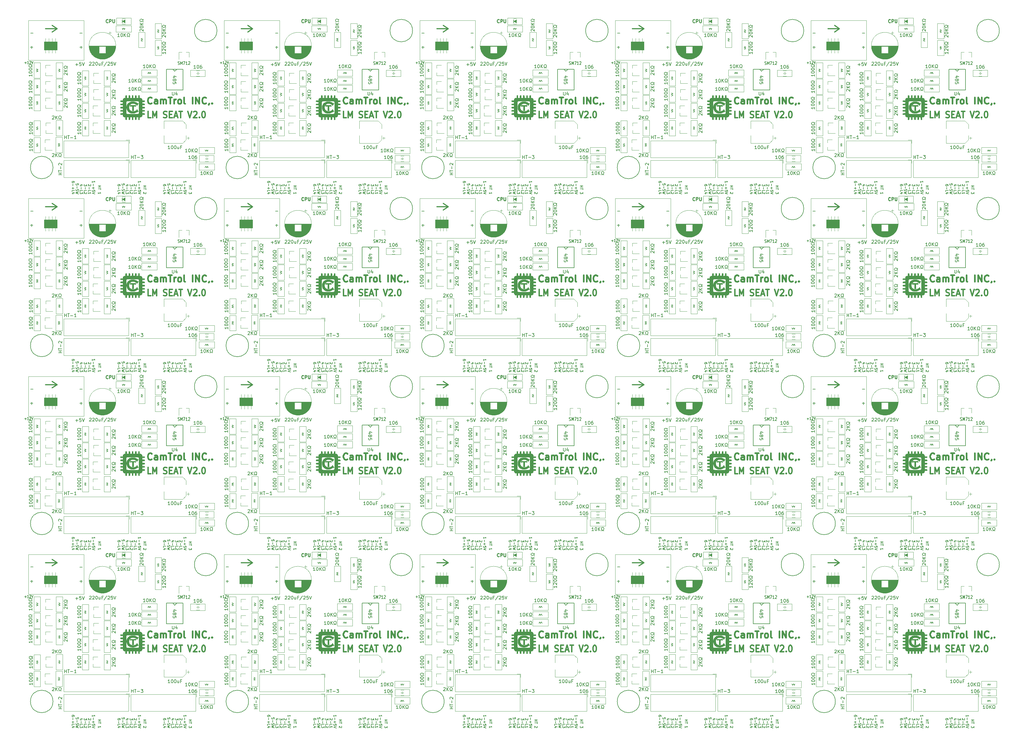
<source format=gbr>
%TF.GenerationSoftware,KiCad,Pcbnew,8.0.4*%
%TF.CreationDate,2024-11-04T15:19:49+09:00*%
%TF.ProjectId,L-SEAT V2.0,4c2d5345-4154-4205-9632-2e302e6b6963,rev?*%
%TF.SameCoordinates,Original*%
%TF.FileFunction,Legend,Top*%
%TF.FilePolarity,Positive*%
%FSLAX46Y46*%
G04 Gerber Fmt 4.6, Leading zero omitted, Abs format (unit mm)*
G04 Created by KiCad (PCBNEW 8.0.4) date 2024-11-04 15:19:49*
%MOMM*%
%LPD*%
G01*
G04 APERTURE LIST*
%ADD10C,0.500000*%
%ADD11C,0.400000*%
%ADD12C,0.150000*%
%ADD13C,0.175000*%
%ADD14C,0.200000*%
%ADD15C,0.250000*%
%ADD16C,0.010000*%
%ADD17C,0.120000*%
%ADD18C,0.350000*%
%ADD19C,0.100000*%
%ADD20C,0.180000*%
G04 APERTURE END LIST*
D10*
X315197994Y-241708761D02*
X315102756Y-241804000D01*
X315102756Y-241804000D02*
X314817042Y-241899238D01*
X314817042Y-241899238D02*
X314626566Y-241899238D01*
X314626566Y-241899238D02*
X314340851Y-241804000D01*
X314340851Y-241804000D02*
X314150375Y-241613523D01*
X314150375Y-241613523D02*
X314055137Y-241423047D01*
X314055137Y-241423047D02*
X313959899Y-241042095D01*
X313959899Y-241042095D02*
X313959899Y-240756380D01*
X313959899Y-240756380D02*
X314055137Y-240375428D01*
X314055137Y-240375428D02*
X314150375Y-240184952D01*
X314150375Y-240184952D02*
X314340851Y-239994476D01*
X314340851Y-239994476D02*
X314626566Y-239899238D01*
X314626566Y-239899238D02*
X314817042Y-239899238D01*
X314817042Y-239899238D02*
X315102756Y-239994476D01*
X315102756Y-239994476D02*
X315197994Y-240089714D01*
X316912280Y-241899238D02*
X316912280Y-240851619D01*
X316912280Y-240851619D02*
X316817042Y-240661142D01*
X316817042Y-240661142D02*
X316626566Y-240565904D01*
X316626566Y-240565904D02*
X316245613Y-240565904D01*
X316245613Y-240565904D02*
X316055137Y-240661142D01*
X316912280Y-241804000D02*
X316721804Y-241899238D01*
X316721804Y-241899238D02*
X316245613Y-241899238D01*
X316245613Y-241899238D02*
X316055137Y-241804000D01*
X316055137Y-241804000D02*
X315959899Y-241613523D01*
X315959899Y-241613523D02*
X315959899Y-241423047D01*
X315959899Y-241423047D02*
X316055137Y-241232571D01*
X316055137Y-241232571D02*
X316245613Y-241137333D01*
X316245613Y-241137333D02*
X316721804Y-241137333D01*
X316721804Y-241137333D02*
X316912280Y-241042095D01*
X317864661Y-241899238D02*
X317864661Y-240565904D01*
X317864661Y-240756380D02*
X317959899Y-240661142D01*
X317959899Y-240661142D02*
X318150375Y-240565904D01*
X318150375Y-240565904D02*
X318436090Y-240565904D01*
X318436090Y-240565904D02*
X318626566Y-240661142D01*
X318626566Y-240661142D02*
X318721804Y-240851619D01*
X318721804Y-240851619D02*
X318721804Y-241899238D01*
X318721804Y-240851619D02*
X318817042Y-240661142D01*
X318817042Y-240661142D02*
X319007518Y-240565904D01*
X319007518Y-240565904D02*
X319293232Y-240565904D01*
X319293232Y-240565904D02*
X319483709Y-240661142D01*
X319483709Y-240661142D02*
X319578947Y-240851619D01*
X319578947Y-240851619D02*
X319578947Y-241899238D01*
X320245614Y-239899238D02*
X321388471Y-239899238D01*
X320817042Y-241899238D02*
X320817042Y-239899238D01*
X322055138Y-241899238D02*
X322055138Y-240565904D01*
X322055138Y-240946857D02*
X322150376Y-240756380D01*
X322150376Y-240756380D02*
X322245614Y-240661142D01*
X322245614Y-240661142D02*
X322436090Y-240565904D01*
X322436090Y-240565904D02*
X322626567Y-240565904D01*
X323578947Y-241899238D02*
X323388471Y-241804000D01*
X323388471Y-241804000D02*
X323293233Y-241708761D01*
X323293233Y-241708761D02*
X323197995Y-241518285D01*
X323197995Y-241518285D02*
X323197995Y-240946857D01*
X323197995Y-240946857D02*
X323293233Y-240756380D01*
X323293233Y-240756380D02*
X323388471Y-240661142D01*
X323388471Y-240661142D02*
X323578947Y-240565904D01*
X323578947Y-240565904D02*
X323864662Y-240565904D01*
X323864662Y-240565904D02*
X324055138Y-240661142D01*
X324055138Y-240661142D02*
X324150376Y-240756380D01*
X324150376Y-240756380D02*
X324245614Y-240946857D01*
X324245614Y-240946857D02*
X324245614Y-241518285D01*
X324245614Y-241518285D02*
X324150376Y-241708761D01*
X324150376Y-241708761D02*
X324055138Y-241804000D01*
X324055138Y-241804000D02*
X323864662Y-241899238D01*
X323864662Y-241899238D02*
X323578947Y-241899238D01*
X325388471Y-241899238D02*
X325197995Y-241804000D01*
X325197995Y-241804000D02*
X325102757Y-241613523D01*
X325102757Y-241613523D02*
X325102757Y-239899238D01*
X327674186Y-241899238D02*
X327674186Y-239899238D01*
X328626567Y-241899238D02*
X328626567Y-239899238D01*
X328626567Y-239899238D02*
X329769424Y-241899238D01*
X329769424Y-241899238D02*
X329769424Y-239899238D01*
X331864662Y-241708761D02*
X331769424Y-241804000D01*
X331769424Y-241804000D02*
X331483710Y-241899238D01*
X331483710Y-241899238D02*
X331293234Y-241899238D01*
X331293234Y-241899238D02*
X331007519Y-241804000D01*
X331007519Y-241804000D02*
X330817043Y-241613523D01*
X330817043Y-241613523D02*
X330721805Y-241423047D01*
X330721805Y-241423047D02*
X330626567Y-241042095D01*
X330626567Y-241042095D02*
X330626567Y-240756380D01*
X330626567Y-240756380D02*
X330721805Y-240375428D01*
X330721805Y-240375428D02*
X330817043Y-240184952D01*
X330817043Y-240184952D02*
X331007519Y-239994476D01*
X331007519Y-239994476D02*
X331293234Y-239899238D01*
X331293234Y-239899238D02*
X331483710Y-239899238D01*
X331483710Y-239899238D02*
X331769424Y-239994476D01*
X331769424Y-239994476D02*
X331864662Y-240089714D01*
X332817043Y-241804000D02*
X332817043Y-241899238D01*
X332817043Y-241899238D02*
X332721805Y-242089714D01*
X332721805Y-242089714D02*
X332626567Y-242184952D01*
X333674186Y-241708761D02*
X333769424Y-241804000D01*
X333769424Y-241804000D02*
X333674186Y-241899238D01*
X333674186Y-241899238D02*
X333578948Y-241804000D01*
X333578948Y-241804000D02*
X333674186Y-241708761D01*
X333674186Y-241708761D02*
X333674186Y-241899238D01*
D11*
X314798871Y-246154438D02*
X313941728Y-246154438D01*
X313941728Y-246154438D02*
X313941728Y-244154438D01*
X315398871Y-246154438D02*
X315398871Y-244154438D01*
X315398871Y-244154438D02*
X315998871Y-245583009D01*
X315998871Y-245583009D02*
X316598871Y-244154438D01*
X316598871Y-244154438D02*
X316598871Y-246154438D01*
X318741729Y-246059200D02*
X318998872Y-246154438D01*
X318998872Y-246154438D02*
X319427443Y-246154438D01*
X319427443Y-246154438D02*
X319598872Y-246059200D01*
X319598872Y-246059200D02*
X319684586Y-245963961D01*
X319684586Y-245963961D02*
X319770300Y-245773485D01*
X319770300Y-245773485D02*
X319770300Y-245583009D01*
X319770300Y-245583009D02*
X319684586Y-245392533D01*
X319684586Y-245392533D02*
X319598872Y-245297295D01*
X319598872Y-245297295D02*
X319427443Y-245202057D01*
X319427443Y-245202057D02*
X319084586Y-245106819D01*
X319084586Y-245106819D02*
X318913157Y-245011580D01*
X318913157Y-245011580D02*
X318827443Y-244916342D01*
X318827443Y-244916342D02*
X318741729Y-244725866D01*
X318741729Y-244725866D02*
X318741729Y-244535390D01*
X318741729Y-244535390D02*
X318827443Y-244344914D01*
X318827443Y-244344914D02*
X318913157Y-244249676D01*
X318913157Y-244249676D02*
X319084586Y-244154438D01*
X319084586Y-244154438D02*
X319513157Y-244154438D01*
X319513157Y-244154438D02*
X319770300Y-244249676D01*
X320541729Y-245106819D02*
X321141729Y-245106819D01*
X321398872Y-246154438D02*
X320541729Y-246154438D01*
X320541729Y-246154438D02*
X320541729Y-244154438D01*
X320541729Y-244154438D02*
X321398872Y-244154438D01*
X322084586Y-245583009D02*
X322941729Y-245583009D01*
X321913157Y-246154438D02*
X322513157Y-244154438D01*
X322513157Y-244154438D02*
X323113157Y-246154438D01*
X323456014Y-244154438D02*
X324484586Y-244154438D01*
X323970300Y-246154438D02*
X323970300Y-244154438D01*
X326198872Y-244154438D02*
X326798872Y-246154438D01*
X326798872Y-246154438D02*
X327398872Y-244154438D01*
X327913158Y-244344914D02*
X327998872Y-244249676D01*
X327998872Y-244249676D02*
X328170301Y-244154438D01*
X328170301Y-244154438D02*
X328598872Y-244154438D01*
X328598872Y-244154438D02*
X328770301Y-244249676D01*
X328770301Y-244249676D02*
X328856015Y-244344914D01*
X328856015Y-244344914D02*
X328941729Y-244535390D01*
X328941729Y-244535390D02*
X328941729Y-244725866D01*
X328941729Y-244725866D02*
X328856015Y-245011580D01*
X328856015Y-245011580D02*
X327827443Y-246154438D01*
X327827443Y-246154438D02*
X328941729Y-246154438D01*
X329713158Y-245963961D02*
X329798872Y-246059200D01*
X329798872Y-246059200D02*
X329713158Y-246154438D01*
X329713158Y-246154438D02*
X329627444Y-246059200D01*
X329627444Y-246059200D02*
X329713158Y-245963961D01*
X329713158Y-245963961D02*
X329713158Y-246154438D01*
X330913158Y-244154438D02*
X331084587Y-244154438D01*
X331084587Y-244154438D02*
X331256015Y-244249676D01*
X331256015Y-244249676D02*
X331341730Y-244344914D01*
X331341730Y-244344914D02*
X331427444Y-244535390D01*
X331427444Y-244535390D02*
X331513158Y-244916342D01*
X331513158Y-244916342D02*
X331513158Y-245392533D01*
X331513158Y-245392533D02*
X331427444Y-245773485D01*
X331427444Y-245773485D02*
X331341730Y-245963961D01*
X331341730Y-245963961D02*
X331256015Y-246059200D01*
X331256015Y-246059200D02*
X331084587Y-246154438D01*
X331084587Y-246154438D02*
X330913158Y-246154438D01*
X330913158Y-246154438D02*
X330741730Y-246059200D01*
X330741730Y-246059200D02*
X330656015Y-245963961D01*
X330656015Y-245963961D02*
X330570301Y-245773485D01*
X330570301Y-245773485D02*
X330484587Y-245392533D01*
X330484587Y-245392533D02*
X330484587Y-244916342D01*
X330484587Y-244916342D02*
X330570301Y-244535390D01*
X330570301Y-244535390D02*
X330656015Y-244344914D01*
X330656015Y-244344914D02*
X330741730Y-244249676D01*
X330741730Y-244249676D02*
X330913158Y-244154438D01*
D12*
X319507704Y-267030588D02*
X319507704Y-266878207D01*
X319507704Y-266878207D02*
X319469609Y-266802016D01*
X319469609Y-266802016D02*
X319431514Y-266763921D01*
X319431514Y-266763921D02*
X319317228Y-266687731D01*
X319317228Y-266687731D02*
X319164847Y-266649635D01*
X319164847Y-266649635D02*
X318860085Y-266649635D01*
X318860085Y-266649635D02*
X318783895Y-266687731D01*
X318783895Y-266687731D02*
X318745800Y-266725826D01*
X318745800Y-266725826D02*
X318707704Y-266802016D01*
X318707704Y-266802016D02*
X318707704Y-266954397D01*
X318707704Y-266954397D02*
X318745800Y-267030588D01*
X318745800Y-267030588D02*
X318783895Y-267068683D01*
X318783895Y-267068683D02*
X318860085Y-267106778D01*
X318860085Y-267106778D02*
X319050561Y-267106778D01*
X319050561Y-267106778D02*
X319126752Y-267068683D01*
X319126752Y-267068683D02*
X319164847Y-267030588D01*
X319164847Y-267030588D02*
X319202942Y-266954397D01*
X319202942Y-266954397D02*
X319202942Y-266802016D01*
X319202942Y-266802016D02*
X319164847Y-266725826D01*
X319164847Y-266725826D02*
X319126752Y-266687731D01*
X319126752Y-266687731D02*
X319050561Y-266649635D01*
X319012466Y-267449636D02*
X319012466Y-268059160D01*
X318707704Y-268821064D02*
X318707704Y-268440112D01*
X318707704Y-268440112D02*
X319507704Y-268440112D01*
X319241038Y-269430588D02*
X318707704Y-269430588D01*
X319545800Y-269240112D02*
X318974371Y-269049635D01*
X318974371Y-269049635D02*
X318974371Y-269544874D01*
X324431514Y-266649635D02*
X324469609Y-266687731D01*
X324469609Y-266687731D02*
X324507704Y-266763921D01*
X324507704Y-266763921D02*
X324507704Y-266954397D01*
X324507704Y-266954397D02*
X324469609Y-267030588D01*
X324469609Y-267030588D02*
X324431514Y-267068683D01*
X324431514Y-267068683D02*
X324355323Y-267106778D01*
X324355323Y-267106778D02*
X324279133Y-267106778D01*
X324279133Y-267106778D02*
X324164847Y-267068683D01*
X324164847Y-267068683D02*
X323707704Y-266611540D01*
X323707704Y-266611540D02*
X323707704Y-267106778D01*
X324012466Y-267449636D02*
X324012466Y-268059160D01*
X323707704Y-268821064D02*
X323707704Y-268440112D01*
X323707704Y-268440112D02*
X324507704Y-268440112D01*
X323707704Y-269506778D02*
X323707704Y-269049635D01*
X323707704Y-269278207D02*
X324507704Y-269278207D01*
X324507704Y-269278207D02*
X324393419Y-269202016D01*
X324393419Y-269202016D02*
X324317228Y-269125826D01*
X324317228Y-269125826D02*
X324279133Y-269049635D01*
X296391514Y-266649635D02*
X296429609Y-266687731D01*
X296429609Y-266687731D02*
X296467704Y-266763921D01*
X296467704Y-266763921D02*
X296467704Y-266954397D01*
X296467704Y-266954397D02*
X296429609Y-267030588D01*
X296429609Y-267030588D02*
X296391514Y-267068683D01*
X296391514Y-267068683D02*
X296315323Y-267106778D01*
X296315323Y-267106778D02*
X296239133Y-267106778D01*
X296239133Y-267106778D02*
X296124847Y-267068683D01*
X296124847Y-267068683D02*
X295667704Y-266611540D01*
X295667704Y-266611540D02*
X295667704Y-267106778D01*
X295972466Y-267449636D02*
X295972466Y-268059160D01*
X295667704Y-268821064D02*
X295667704Y-268440112D01*
X295667704Y-268440112D02*
X296467704Y-268440112D01*
X295667704Y-269506778D02*
X295667704Y-269049635D01*
X295667704Y-269278207D02*
X296467704Y-269278207D01*
X296467704Y-269278207D02*
X296353419Y-269202016D01*
X296353419Y-269202016D02*
X296277228Y-269125826D01*
X296277228Y-269125826D02*
X296239133Y-269049635D01*
X309292704Y-266611540D02*
X309292704Y-267106778D01*
X309292704Y-267106778D02*
X308987942Y-266840112D01*
X308987942Y-266840112D02*
X308987942Y-266954397D01*
X308987942Y-266954397D02*
X308949847Y-267030588D01*
X308949847Y-267030588D02*
X308911752Y-267068683D01*
X308911752Y-267068683D02*
X308835561Y-267106778D01*
X308835561Y-267106778D02*
X308645085Y-267106778D01*
X308645085Y-267106778D02*
X308568895Y-267068683D01*
X308568895Y-267068683D02*
X308530800Y-267030588D01*
X308530800Y-267030588D02*
X308492704Y-266954397D01*
X308492704Y-266954397D02*
X308492704Y-266725826D01*
X308492704Y-266725826D02*
X308530800Y-266649635D01*
X308530800Y-266649635D02*
X308568895Y-266611540D01*
X308797466Y-267449636D02*
X308797466Y-268059160D01*
X308492704Y-268821064D02*
X308492704Y-268440112D01*
X308492704Y-268440112D02*
X309292704Y-268440112D01*
X309216514Y-269049635D02*
X309254609Y-269087731D01*
X309254609Y-269087731D02*
X309292704Y-269163921D01*
X309292704Y-269163921D02*
X309292704Y-269354397D01*
X309292704Y-269354397D02*
X309254609Y-269430588D01*
X309254609Y-269430588D02*
X309216514Y-269468683D01*
X309216514Y-269468683D02*
X309140323Y-269506778D01*
X309140323Y-269506778D02*
X309064133Y-269506778D01*
X309064133Y-269506778D02*
X308949847Y-269468683D01*
X308949847Y-269468683D02*
X308492704Y-269011540D01*
X308492704Y-269011540D02*
X308492704Y-269506778D01*
X310992704Y-266078207D02*
X310992704Y-265621064D01*
X310992704Y-265849636D02*
X311792704Y-265849636D01*
X311792704Y-265849636D02*
X311678419Y-265773445D01*
X311678419Y-265773445D02*
X311602228Y-265697255D01*
X311602228Y-265697255D02*
X311564133Y-265621064D01*
X311297466Y-266421065D02*
X311297466Y-267030589D01*
X311297466Y-267411541D02*
X311297466Y-268021065D01*
X310992704Y-267716303D02*
X311602228Y-267716303D01*
X311792704Y-268782969D02*
X311792704Y-268402017D01*
X311792704Y-268402017D02*
X311411752Y-268363921D01*
X311411752Y-268363921D02*
X311449847Y-268402017D01*
X311449847Y-268402017D02*
X311487942Y-268478207D01*
X311487942Y-268478207D02*
X311487942Y-268668683D01*
X311487942Y-268668683D02*
X311449847Y-268744874D01*
X311449847Y-268744874D02*
X311411752Y-268782969D01*
X311411752Y-268782969D02*
X311335561Y-268821064D01*
X311335561Y-268821064D02*
X311145085Y-268821064D01*
X311145085Y-268821064D02*
X311068895Y-268782969D01*
X311068895Y-268782969D02*
X311030800Y-268744874D01*
X311030800Y-268744874D02*
X310992704Y-268668683D01*
X310992704Y-268668683D02*
X310992704Y-268478207D01*
X310992704Y-268478207D02*
X311030800Y-268402017D01*
X311030800Y-268402017D02*
X311068895Y-268363921D01*
X311792704Y-269049636D02*
X310992704Y-269316303D01*
X310992704Y-269316303D02*
X311792704Y-269582969D01*
X320757704Y-266802016D02*
X320757704Y-266421064D01*
X320757704Y-266421064D02*
X320376752Y-266382968D01*
X320376752Y-266382968D02*
X320414847Y-266421064D01*
X320414847Y-266421064D02*
X320452942Y-266497254D01*
X320452942Y-266497254D02*
X320452942Y-266687730D01*
X320452942Y-266687730D02*
X320414847Y-266763921D01*
X320414847Y-266763921D02*
X320376752Y-266802016D01*
X320376752Y-266802016D02*
X320300561Y-266840111D01*
X320300561Y-266840111D02*
X320110085Y-266840111D01*
X320110085Y-266840111D02*
X320033895Y-266802016D01*
X320033895Y-266802016D02*
X319995800Y-266763921D01*
X319995800Y-266763921D02*
X319957704Y-266687730D01*
X319957704Y-266687730D02*
X319957704Y-266497254D01*
X319957704Y-266497254D02*
X319995800Y-266421064D01*
X319995800Y-266421064D02*
X320033895Y-266382968D01*
X320262466Y-267182969D02*
X320262466Y-267792493D01*
X319995800Y-268135349D02*
X319957704Y-268249635D01*
X319957704Y-268249635D02*
X319957704Y-268440111D01*
X319957704Y-268440111D02*
X319995800Y-268516302D01*
X319995800Y-268516302D02*
X320033895Y-268554397D01*
X320033895Y-268554397D02*
X320110085Y-268592492D01*
X320110085Y-268592492D02*
X320186276Y-268592492D01*
X320186276Y-268592492D02*
X320262466Y-268554397D01*
X320262466Y-268554397D02*
X320300561Y-268516302D01*
X320300561Y-268516302D02*
X320338657Y-268440111D01*
X320338657Y-268440111D02*
X320376752Y-268287730D01*
X320376752Y-268287730D02*
X320414847Y-268211540D01*
X320414847Y-268211540D02*
X320452942Y-268173445D01*
X320452942Y-268173445D02*
X320529133Y-268135349D01*
X320529133Y-268135349D02*
X320605323Y-268135349D01*
X320605323Y-268135349D02*
X320681514Y-268173445D01*
X320681514Y-268173445D02*
X320719609Y-268211540D01*
X320719609Y-268211540D02*
X320757704Y-268287730D01*
X320757704Y-268287730D02*
X320757704Y-268478207D01*
X320757704Y-268478207D02*
X320719609Y-268592492D01*
X320757704Y-268859159D02*
X319957704Y-269049635D01*
X319957704Y-269049635D02*
X320529133Y-269202016D01*
X320529133Y-269202016D02*
X319957704Y-269354397D01*
X319957704Y-269354397D02*
X320757704Y-269544874D01*
X293701038Y-267030588D02*
X293167704Y-267030588D01*
X294005800Y-266840112D02*
X293434371Y-266649635D01*
X293434371Y-266649635D02*
X293434371Y-267144874D01*
X293472466Y-267449636D02*
X293472466Y-268059160D01*
X293167704Y-268821064D02*
X293167704Y-268440112D01*
X293167704Y-268440112D02*
X293967704Y-268440112D01*
X293967704Y-269011540D02*
X293967704Y-269506778D01*
X293967704Y-269506778D02*
X293662942Y-269240112D01*
X293662942Y-269240112D02*
X293662942Y-269354397D01*
X293662942Y-269354397D02*
X293624847Y-269430588D01*
X293624847Y-269430588D02*
X293586752Y-269468683D01*
X293586752Y-269468683D02*
X293510561Y-269506778D01*
X293510561Y-269506778D02*
X293320085Y-269506778D01*
X293320085Y-269506778D02*
X293243895Y-269468683D01*
X293243895Y-269468683D02*
X293205800Y-269430588D01*
X293205800Y-269430588D02*
X293167704Y-269354397D01*
X293167704Y-269354397D02*
X293167704Y-269125826D01*
X293167704Y-269125826D02*
X293205800Y-269049635D01*
X293205800Y-269049635D02*
X293243895Y-269011540D01*
X321741038Y-267030588D02*
X321207704Y-267030588D01*
X322045800Y-266840112D02*
X321474371Y-266649635D01*
X321474371Y-266649635D02*
X321474371Y-267144874D01*
X321512466Y-267449636D02*
X321512466Y-268059160D01*
X321207704Y-268821064D02*
X321207704Y-268440112D01*
X321207704Y-268440112D02*
X322007704Y-268440112D01*
X322007704Y-269011540D02*
X322007704Y-269506778D01*
X322007704Y-269506778D02*
X321702942Y-269240112D01*
X321702942Y-269240112D02*
X321702942Y-269354397D01*
X321702942Y-269354397D02*
X321664847Y-269430588D01*
X321664847Y-269430588D02*
X321626752Y-269468683D01*
X321626752Y-269468683D02*
X321550561Y-269506778D01*
X321550561Y-269506778D02*
X321360085Y-269506778D01*
X321360085Y-269506778D02*
X321283895Y-269468683D01*
X321283895Y-269468683D02*
X321245800Y-269430588D01*
X321245800Y-269430588D02*
X321207704Y-269354397D01*
X321207704Y-269354397D02*
X321207704Y-269125826D01*
X321207704Y-269125826D02*
X321245800Y-269049635D01*
X321245800Y-269049635D02*
X321283895Y-269011540D01*
X310466514Y-266649635D02*
X310504609Y-266687731D01*
X310504609Y-266687731D02*
X310542704Y-266763921D01*
X310542704Y-266763921D02*
X310542704Y-266954397D01*
X310542704Y-266954397D02*
X310504609Y-267030588D01*
X310504609Y-267030588D02*
X310466514Y-267068683D01*
X310466514Y-267068683D02*
X310390323Y-267106778D01*
X310390323Y-267106778D02*
X310314133Y-267106778D01*
X310314133Y-267106778D02*
X310199847Y-267068683D01*
X310199847Y-267068683D02*
X309742704Y-266611540D01*
X309742704Y-266611540D02*
X309742704Y-267106778D01*
X310047466Y-267449636D02*
X310047466Y-268059160D01*
X309742704Y-268821064D02*
X309742704Y-268440112D01*
X309742704Y-268440112D02*
X310542704Y-268440112D01*
X309742704Y-269506778D02*
X309742704Y-269049635D01*
X309742704Y-269278207D02*
X310542704Y-269278207D01*
X310542704Y-269278207D02*
X310428419Y-269202016D01*
X310428419Y-269202016D02*
X310352228Y-269125826D01*
X310352228Y-269125826D02*
X310314133Y-269049635D01*
X306792704Y-266802016D02*
X306792704Y-266421064D01*
X306792704Y-266421064D02*
X306411752Y-266382968D01*
X306411752Y-266382968D02*
X306449847Y-266421064D01*
X306449847Y-266421064D02*
X306487942Y-266497254D01*
X306487942Y-266497254D02*
X306487942Y-266687730D01*
X306487942Y-266687730D02*
X306449847Y-266763921D01*
X306449847Y-266763921D02*
X306411752Y-266802016D01*
X306411752Y-266802016D02*
X306335561Y-266840111D01*
X306335561Y-266840111D02*
X306145085Y-266840111D01*
X306145085Y-266840111D02*
X306068895Y-266802016D01*
X306068895Y-266802016D02*
X306030800Y-266763921D01*
X306030800Y-266763921D02*
X305992704Y-266687730D01*
X305992704Y-266687730D02*
X305992704Y-266497254D01*
X305992704Y-266497254D02*
X306030800Y-266421064D01*
X306030800Y-266421064D02*
X306068895Y-266382968D01*
X306297466Y-267182969D02*
X306297466Y-267792493D01*
X306030800Y-268135349D02*
X305992704Y-268249635D01*
X305992704Y-268249635D02*
X305992704Y-268440111D01*
X305992704Y-268440111D02*
X306030800Y-268516302D01*
X306030800Y-268516302D02*
X306068895Y-268554397D01*
X306068895Y-268554397D02*
X306145085Y-268592492D01*
X306145085Y-268592492D02*
X306221276Y-268592492D01*
X306221276Y-268592492D02*
X306297466Y-268554397D01*
X306297466Y-268554397D02*
X306335561Y-268516302D01*
X306335561Y-268516302D02*
X306373657Y-268440111D01*
X306373657Y-268440111D02*
X306411752Y-268287730D01*
X306411752Y-268287730D02*
X306449847Y-268211540D01*
X306449847Y-268211540D02*
X306487942Y-268173445D01*
X306487942Y-268173445D02*
X306564133Y-268135349D01*
X306564133Y-268135349D02*
X306640323Y-268135349D01*
X306640323Y-268135349D02*
X306716514Y-268173445D01*
X306716514Y-268173445D02*
X306754609Y-268211540D01*
X306754609Y-268211540D02*
X306792704Y-268287730D01*
X306792704Y-268287730D02*
X306792704Y-268478207D01*
X306792704Y-268478207D02*
X306754609Y-268592492D01*
X306792704Y-268859159D02*
X305992704Y-269049635D01*
X305992704Y-269049635D02*
X306564133Y-269202016D01*
X306564133Y-269202016D02*
X305992704Y-269354397D01*
X305992704Y-269354397D02*
X306792704Y-269544874D01*
X298717704Y-267030588D02*
X299517704Y-267030588D01*
X299136752Y-267030588D02*
X299136752Y-267487731D01*
X298717704Y-267487731D02*
X299517704Y-267487731D01*
X299517704Y-267754397D02*
X299517704Y-268211540D01*
X298717704Y-267982968D02*
X299517704Y-267982968D01*
X298717704Y-269506778D02*
X298717704Y-269049635D01*
X298717704Y-269278207D02*
X299517704Y-269278207D01*
X299517704Y-269278207D02*
X299403419Y-269202016D01*
X299403419Y-269202016D02*
X299327228Y-269125826D01*
X299327228Y-269125826D02*
X299289133Y-269049635D01*
X326582704Y-267030588D02*
X327382704Y-267030588D01*
X327001752Y-267030588D02*
X327001752Y-267487731D01*
X326582704Y-267487731D02*
X327382704Y-267487731D01*
X327382704Y-267754397D02*
X327382704Y-268211540D01*
X326582704Y-267982968D02*
X327382704Y-267982968D01*
X327382704Y-269011540D02*
X327382704Y-269506778D01*
X327382704Y-269506778D02*
X327077942Y-269240112D01*
X327077942Y-269240112D02*
X327077942Y-269354397D01*
X327077942Y-269354397D02*
X327039847Y-269430588D01*
X327039847Y-269430588D02*
X327001752Y-269468683D01*
X327001752Y-269468683D02*
X326925561Y-269506778D01*
X326925561Y-269506778D02*
X326735085Y-269506778D01*
X326735085Y-269506778D02*
X326658895Y-269468683D01*
X326658895Y-269468683D02*
X326620800Y-269430588D01*
X326620800Y-269430588D02*
X326582704Y-269354397D01*
X326582704Y-269354397D02*
X326582704Y-269125826D01*
X326582704Y-269125826D02*
X326620800Y-269049635D01*
X326620800Y-269049635D02*
X326658895Y-269011540D01*
X295217704Y-266611540D02*
X295217704Y-267106778D01*
X295217704Y-267106778D02*
X294912942Y-266840112D01*
X294912942Y-266840112D02*
X294912942Y-266954397D01*
X294912942Y-266954397D02*
X294874847Y-267030588D01*
X294874847Y-267030588D02*
X294836752Y-267068683D01*
X294836752Y-267068683D02*
X294760561Y-267106778D01*
X294760561Y-267106778D02*
X294570085Y-267106778D01*
X294570085Y-267106778D02*
X294493895Y-267068683D01*
X294493895Y-267068683D02*
X294455800Y-267030588D01*
X294455800Y-267030588D02*
X294417704Y-266954397D01*
X294417704Y-266954397D02*
X294417704Y-266725826D01*
X294417704Y-266725826D02*
X294455800Y-266649635D01*
X294455800Y-266649635D02*
X294493895Y-266611540D01*
X294722466Y-267449636D02*
X294722466Y-268059160D01*
X294417704Y-268821064D02*
X294417704Y-268440112D01*
X294417704Y-268440112D02*
X295217704Y-268440112D01*
X295141514Y-269049635D02*
X295179609Y-269087731D01*
X295179609Y-269087731D02*
X295217704Y-269163921D01*
X295217704Y-269163921D02*
X295217704Y-269354397D01*
X295217704Y-269354397D02*
X295179609Y-269430588D01*
X295179609Y-269430588D02*
X295141514Y-269468683D01*
X295141514Y-269468683D02*
X295065323Y-269506778D01*
X295065323Y-269506778D02*
X294989133Y-269506778D01*
X294989133Y-269506778D02*
X294874847Y-269468683D01*
X294874847Y-269468683D02*
X294417704Y-269011540D01*
X294417704Y-269011540D02*
X294417704Y-269506778D01*
X292717704Y-266802016D02*
X292717704Y-266421064D01*
X292717704Y-266421064D02*
X292336752Y-266382968D01*
X292336752Y-266382968D02*
X292374847Y-266421064D01*
X292374847Y-266421064D02*
X292412942Y-266497254D01*
X292412942Y-266497254D02*
X292412942Y-266687730D01*
X292412942Y-266687730D02*
X292374847Y-266763921D01*
X292374847Y-266763921D02*
X292336752Y-266802016D01*
X292336752Y-266802016D02*
X292260561Y-266840111D01*
X292260561Y-266840111D02*
X292070085Y-266840111D01*
X292070085Y-266840111D02*
X291993895Y-266802016D01*
X291993895Y-266802016D02*
X291955800Y-266763921D01*
X291955800Y-266763921D02*
X291917704Y-266687730D01*
X291917704Y-266687730D02*
X291917704Y-266497254D01*
X291917704Y-266497254D02*
X291955800Y-266421064D01*
X291955800Y-266421064D02*
X291993895Y-266382968D01*
X292222466Y-267182969D02*
X292222466Y-267792493D01*
X291955800Y-268135349D02*
X291917704Y-268249635D01*
X291917704Y-268249635D02*
X291917704Y-268440111D01*
X291917704Y-268440111D02*
X291955800Y-268516302D01*
X291955800Y-268516302D02*
X291993895Y-268554397D01*
X291993895Y-268554397D02*
X292070085Y-268592492D01*
X292070085Y-268592492D02*
X292146276Y-268592492D01*
X292146276Y-268592492D02*
X292222466Y-268554397D01*
X292222466Y-268554397D02*
X292260561Y-268516302D01*
X292260561Y-268516302D02*
X292298657Y-268440111D01*
X292298657Y-268440111D02*
X292336752Y-268287730D01*
X292336752Y-268287730D02*
X292374847Y-268211540D01*
X292374847Y-268211540D02*
X292412942Y-268173445D01*
X292412942Y-268173445D02*
X292489133Y-268135349D01*
X292489133Y-268135349D02*
X292565323Y-268135349D01*
X292565323Y-268135349D02*
X292641514Y-268173445D01*
X292641514Y-268173445D02*
X292679609Y-268211540D01*
X292679609Y-268211540D02*
X292717704Y-268287730D01*
X292717704Y-268287730D02*
X292717704Y-268478207D01*
X292717704Y-268478207D02*
X292679609Y-268592492D01*
X292717704Y-268859159D02*
X291917704Y-269049635D01*
X291917704Y-269049635D02*
X292489133Y-269202016D01*
X292489133Y-269202016D02*
X291917704Y-269354397D01*
X291917704Y-269354397D02*
X292717704Y-269544874D01*
X323257704Y-266611540D02*
X323257704Y-267106778D01*
X323257704Y-267106778D02*
X322952942Y-266840112D01*
X322952942Y-266840112D02*
X322952942Y-266954397D01*
X322952942Y-266954397D02*
X322914847Y-267030588D01*
X322914847Y-267030588D02*
X322876752Y-267068683D01*
X322876752Y-267068683D02*
X322800561Y-267106778D01*
X322800561Y-267106778D02*
X322610085Y-267106778D01*
X322610085Y-267106778D02*
X322533895Y-267068683D01*
X322533895Y-267068683D02*
X322495800Y-267030588D01*
X322495800Y-267030588D02*
X322457704Y-266954397D01*
X322457704Y-266954397D02*
X322457704Y-266725826D01*
X322457704Y-266725826D02*
X322495800Y-266649635D01*
X322495800Y-266649635D02*
X322533895Y-266611540D01*
X322762466Y-267449636D02*
X322762466Y-268059160D01*
X322457704Y-268821064D02*
X322457704Y-268440112D01*
X322457704Y-268440112D02*
X323257704Y-268440112D01*
X323181514Y-269049635D02*
X323219609Y-269087731D01*
X323219609Y-269087731D02*
X323257704Y-269163921D01*
X323257704Y-269163921D02*
X323257704Y-269354397D01*
X323257704Y-269354397D02*
X323219609Y-269430588D01*
X323219609Y-269430588D02*
X323181514Y-269468683D01*
X323181514Y-269468683D02*
X323105323Y-269506778D01*
X323105323Y-269506778D02*
X323029133Y-269506778D01*
X323029133Y-269506778D02*
X322914847Y-269468683D01*
X322914847Y-269468683D02*
X322457704Y-269011540D01*
X322457704Y-269011540D02*
X322457704Y-269506778D01*
X324957704Y-266078207D02*
X324957704Y-265621064D01*
X324957704Y-265849636D02*
X325757704Y-265849636D01*
X325757704Y-265849636D02*
X325643419Y-265773445D01*
X325643419Y-265773445D02*
X325567228Y-265697255D01*
X325567228Y-265697255D02*
X325529133Y-265621064D01*
X325262466Y-266421065D02*
X325262466Y-267030589D01*
X325262466Y-267411541D02*
X325262466Y-268021065D01*
X324957704Y-267716303D02*
X325567228Y-267716303D01*
X325757704Y-268782969D02*
X325757704Y-268402017D01*
X325757704Y-268402017D02*
X325376752Y-268363921D01*
X325376752Y-268363921D02*
X325414847Y-268402017D01*
X325414847Y-268402017D02*
X325452942Y-268478207D01*
X325452942Y-268478207D02*
X325452942Y-268668683D01*
X325452942Y-268668683D02*
X325414847Y-268744874D01*
X325414847Y-268744874D02*
X325376752Y-268782969D01*
X325376752Y-268782969D02*
X325300561Y-268821064D01*
X325300561Y-268821064D02*
X325110085Y-268821064D01*
X325110085Y-268821064D02*
X325033895Y-268782969D01*
X325033895Y-268782969D02*
X324995800Y-268744874D01*
X324995800Y-268744874D02*
X324957704Y-268668683D01*
X324957704Y-268668683D02*
X324957704Y-268478207D01*
X324957704Y-268478207D02*
X324995800Y-268402017D01*
X324995800Y-268402017D02*
X325033895Y-268363921D01*
X325757704Y-269049636D02*
X324957704Y-269316303D01*
X324957704Y-269316303D02*
X325757704Y-269582969D01*
X291467704Y-266040112D02*
X291467704Y-265887731D01*
X291467704Y-265887731D02*
X291429609Y-265811540D01*
X291429609Y-265811540D02*
X291391514Y-265773445D01*
X291391514Y-265773445D02*
X291277228Y-265697255D01*
X291277228Y-265697255D02*
X291124847Y-265659159D01*
X291124847Y-265659159D02*
X290820085Y-265659159D01*
X290820085Y-265659159D02*
X290743895Y-265697255D01*
X290743895Y-265697255D02*
X290705800Y-265735350D01*
X290705800Y-265735350D02*
X290667704Y-265811540D01*
X290667704Y-265811540D02*
X290667704Y-265963921D01*
X290667704Y-265963921D02*
X290705800Y-266040112D01*
X290705800Y-266040112D02*
X290743895Y-266078207D01*
X290743895Y-266078207D02*
X290820085Y-266116302D01*
X290820085Y-266116302D02*
X291010561Y-266116302D01*
X291010561Y-266116302D02*
X291086752Y-266078207D01*
X291086752Y-266078207D02*
X291124847Y-266040112D01*
X291124847Y-266040112D02*
X291162942Y-265963921D01*
X291162942Y-265963921D02*
X291162942Y-265811540D01*
X291162942Y-265811540D02*
X291124847Y-265735350D01*
X291124847Y-265735350D02*
X291086752Y-265697255D01*
X291086752Y-265697255D02*
X291010561Y-265659159D01*
X290972466Y-266459160D02*
X290972466Y-267068684D01*
X290972466Y-267449636D02*
X290972466Y-268059160D01*
X290667704Y-267754398D02*
X291277228Y-267754398D01*
X290667704Y-268821064D02*
X290667704Y-268440112D01*
X290667704Y-268440112D02*
X291467704Y-268440112D01*
X291201038Y-269430588D02*
X290667704Y-269430588D01*
X291505800Y-269240112D02*
X290934371Y-269049635D01*
X290934371Y-269049635D02*
X290934371Y-269544874D01*
X307776038Y-267030588D02*
X307242704Y-267030588D01*
X308080800Y-266840112D02*
X307509371Y-266649635D01*
X307509371Y-266649635D02*
X307509371Y-267144874D01*
X307547466Y-267449636D02*
X307547466Y-268059160D01*
X307242704Y-268821064D02*
X307242704Y-268440112D01*
X307242704Y-268440112D02*
X308042704Y-268440112D01*
X308042704Y-269011540D02*
X308042704Y-269506778D01*
X308042704Y-269506778D02*
X307737942Y-269240112D01*
X307737942Y-269240112D02*
X307737942Y-269354397D01*
X307737942Y-269354397D02*
X307699847Y-269430588D01*
X307699847Y-269430588D02*
X307661752Y-269468683D01*
X307661752Y-269468683D02*
X307585561Y-269506778D01*
X307585561Y-269506778D02*
X307395085Y-269506778D01*
X307395085Y-269506778D02*
X307318895Y-269468683D01*
X307318895Y-269468683D02*
X307280800Y-269430588D01*
X307280800Y-269430588D02*
X307242704Y-269354397D01*
X307242704Y-269354397D02*
X307242704Y-269125826D01*
X307242704Y-269125826D02*
X307280800Y-269049635D01*
X307280800Y-269049635D02*
X307318895Y-269011540D01*
X296917704Y-266078207D02*
X296917704Y-265621064D01*
X296917704Y-265849636D02*
X297717704Y-265849636D01*
X297717704Y-265849636D02*
X297603419Y-265773445D01*
X297603419Y-265773445D02*
X297527228Y-265697255D01*
X297527228Y-265697255D02*
X297489133Y-265621064D01*
X297222466Y-266421065D02*
X297222466Y-267030589D01*
X297222466Y-267411541D02*
X297222466Y-268021065D01*
X296917704Y-267716303D02*
X297527228Y-267716303D01*
X297717704Y-268782969D02*
X297717704Y-268402017D01*
X297717704Y-268402017D02*
X297336752Y-268363921D01*
X297336752Y-268363921D02*
X297374847Y-268402017D01*
X297374847Y-268402017D02*
X297412942Y-268478207D01*
X297412942Y-268478207D02*
X297412942Y-268668683D01*
X297412942Y-268668683D02*
X297374847Y-268744874D01*
X297374847Y-268744874D02*
X297336752Y-268782969D01*
X297336752Y-268782969D02*
X297260561Y-268821064D01*
X297260561Y-268821064D02*
X297070085Y-268821064D01*
X297070085Y-268821064D02*
X296993895Y-268782969D01*
X296993895Y-268782969D02*
X296955800Y-268744874D01*
X296955800Y-268744874D02*
X296917704Y-268668683D01*
X296917704Y-268668683D02*
X296917704Y-268478207D01*
X296917704Y-268478207D02*
X296955800Y-268402017D01*
X296955800Y-268402017D02*
X296993895Y-268363921D01*
X297717704Y-269049636D02*
X296917704Y-269316303D01*
X296917704Y-269316303D02*
X297717704Y-269582969D01*
X312617704Y-267030588D02*
X313417704Y-267030588D01*
X313036752Y-267030588D02*
X313036752Y-267487731D01*
X312617704Y-267487731D02*
X313417704Y-267487731D01*
X313417704Y-267754397D02*
X313417704Y-268211540D01*
X312617704Y-267982968D02*
X313417704Y-267982968D01*
X313341514Y-269049635D02*
X313379609Y-269087731D01*
X313379609Y-269087731D02*
X313417704Y-269163921D01*
X313417704Y-269163921D02*
X313417704Y-269354397D01*
X313417704Y-269354397D02*
X313379609Y-269430588D01*
X313379609Y-269430588D02*
X313341514Y-269468683D01*
X313341514Y-269468683D02*
X313265323Y-269506778D01*
X313265323Y-269506778D02*
X313189133Y-269506778D01*
X313189133Y-269506778D02*
X313074847Y-269468683D01*
X313074847Y-269468683D02*
X312617704Y-269011540D01*
X312617704Y-269011540D02*
X312617704Y-269506778D01*
X305542704Y-267030588D02*
X305542704Y-266878207D01*
X305542704Y-266878207D02*
X305504609Y-266802016D01*
X305504609Y-266802016D02*
X305466514Y-266763921D01*
X305466514Y-266763921D02*
X305352228Y-266687731D01*
X305352228Y-266687731D02*
X305199847Y-266649635D01*
X305199847Y-266649635D02*
X304895085Y-266649635D01*
X304895085Y-266649635D02*
X304818895Y-266687731D01*
X304818895Y-266687731D02*
X304780800Y-266725826D01*
X304780800Y-266725826D02*
X304742704Y-266802016D01*
X304742704Y-266802016D02*
X304742704Y-266954397D01*
X304742704Y-266954397D02*
X304780800Y-267030588D01*
X304780800Y-267030588D02*
X304818895Y-267068683D01*
X304818895Y-267068683D02*
X304895085Y-267106778D01*
X304895085Y-267106778D02*
X305085561Y-267106778D01*
X305085561Y-267106778D02*
X305161752Y-267068683D01*
X305161752Y-267068683D02*
X305199847Y-267030588D01*
X305199847Y-267030588D02*
X305237942Y-266954397D01*
X305237942Y-266954397D02*
X305237942Y-266802016D01*
X305237942Y-266802016D02*
X305199847Y-266725826D01*
X305199847Y-266725826D02*
X305161752Y-266687731D01*
X305161752Y-266687731D02*
X305085561Y-266649635D01*
X305047466Y-267449636D02*
X305047466Y-268059160D01*
X304742704Y-268821064D02*
X304742704Y-268440112D01*
X304742704Y-268440112D02*
X305542704Y-268440112D01*
X305276038Y-269430588D02*
X304742704Y-269430588D01*
X305580800Y-269240112D02*
X305009371Y-269049635D01*
X305009371Y-269049635D02*
X305009371Y-269544874D01*
D10*
X255197994Y-241708761D02*
X255102756Y-241804000D01*
X255102756Y-241804000D02*
X254817042Y-241899238D01*
X254817042Y-241899238D02*
X254626566Y-241899238D01*
X254626566Y-241899238D02*
X254340851Y-241804000D01*
X254340851Y-241804000D02*
X254150375Y-241613523D01*
X254150375Y-241613523D02*
X254055137Y-241423047D01*
X254055137Y-241423047D02*
X253959899Y-241042095D01*
X253959899Y-241042095D02*
X253959899Y-240756380D01*
X253959899Y-240756380D02*
X254055137Y-240375428D01*
X254055137Y-240375428D02*
X254150375Y-240184952D01*
X254150375Y-240184952D02*
X254340851Y-239994476D01*
X254340851Y-239994476D02*
X254626566Y-239899238D01*
X254626566Y-239899238D02*
X254817042Y-239899238D01*
X254817042Y-239899238D02*
X255102756Y-239994476D01*
X255102756Y-239994476D02*
X255197994Y-240089714D01*
X256912280Y-241899238D02*
X256912280Y-240851619D01*
X256912280Y-240851619D02*
X256817042Y-240661142D01*
X256817042Y-240661142D02*
X256626566Y-240565904D01*
X256626566Y-240565904D02*
X256245613Y-240565904D01*
X256245613Y-240565904D02*
X256055137Y-240661142D01*
X256912280Y-241804000D02*
X256721804Y-241899238D01*
X256721804Y-241899238D02*
X256245613Y-241899238D01*
X256245613Y-241899238D02*
X256055137Y-241804000D01*
X256055137Y-241804000D02*
X255959899Y-241613523D01*
X255959899Y-241613523D02*
X255959899Y-241423047D01*
X255959899Y-241423047D02*
X256055137Y-241232571D01*
X256055137Y-241232571D02*
X256245613Y-241137333D01*
X256245613Y-241137333D02*
X256721804Y-241137333D01*
X256721804Y-241137333D02*
X256912280Y-241042095D01*
X257864661Y-241899238D02*
X257864661Y-240565904D01*
X257864661Y-240756380D02*
X257959899Y-240661142D01*
X257959899Y-240661142D02*
X258150375Y-240565904D01*
X258150375Y-240565904D02*
X258436090Y-240565904D01*
X258436090Y-240565904D02*
X258626566Y-240661142D01*
X258626566Y-240661142D02*
X258721804Y-240851619D01*
X258721804Y-240851619D02*
X258721804Y-241899238D01*
X258721804Y-240851619D02*
X258817042Y-240661142D01*
X258817042Y-240661142D02*
X259007518Y-240565904D01*
X259007518Y-240565904D02*
X259293232Y-240565904D01*
X259293232Y-240565904D02*
X259483709Y-240661142D01*
X259483709Y-240661142D02*
X259578947Y-240851619D01*
X259578947Y-240851619D02*
X259578947Y-241899238D01*
X260245614Y-239899238D02*
X261388471Y-239899238D01*
X260817042Y-241899238D02*
X260817042Y-239899238D01*
X262055138Y-241899238D02*
X262055138Y-240565904D01*
X262055138Y-240946857D02*
X262150376Y-240756380D01*
X262150376Y-240756380D02*
X262245614Y-240661142D01*
X262245614Y-240661142D02*
X262436090Y-240565904D01*
X262436090Y-240565904D02*
X262626567Y-240565904D01*
X263578947Y-241899238D02*
X263388471Y-241804000D01*
X263388471Y-241804000D02*
X263293233Y-241708761D01*
X263293233Y-241708761D02*
X263197995Y-241518285D01*
X263197995Y-241518285D02*
X263197995Y-240946857D01*
X263197995Y-240946857D02*
X263293233Y-240756380D01*
X263293233Y-240756380D02*
X263388471Y-240661142D01*
X263388471Y-240661142D02*
X263578947Y-240565904D01*
X263578947Y-240565904D02*
X263864662Y-240565904D01*
X263864662Y-240565904D02*
X264055138Y-240661142D01*
X264055138Y-240661142D02*
X264150376Y-240756380D01*
X264150376Y-240756380D02*
X264245614Y-240946857D01*
X264245614Y-240946857D02*
X264245614Y-241518285D01*
X264245614Y-241518285D02*
X264150376Y-241708761D01*
X264150376Y-241708761D02*
X264055138Y-241804000D01*
X264055138Y-241804000D02*
X263864662Y-241899238D01*
X263864662Y-241899238D02*
X263578947Y-241899238D01*
X265388471Y-241899238D02*
X265197995Y-241804000D01*
X265197995Y-241804000D02*
X265102757Y-241613523D01*
X265102757Y-241613523D02*
X265102757Y-239899238D01*
X267674186Y-241899238D02*
X267674186Y-239899238D01*
X268626567Y-241899238D02*
X268626567Y-239899238D01*
X268626567Y-239899238D02*
X269769424Y-241899238D01*
X269769424Y-241899238D02*
X269769424Y-239899238D01*
X271864662Y-241708761D02*
X271769424Y-241804000D01*
X271769424Y-241804000D02*
X271483710Y-241899238D01*
X271483710Y-241899238D02*
X271293234Y-241899238D01*
X271293234Y-241899238D02*
X271007519Y-241804000D01*
X271007519Y-241804000D02*
X270817043Y-241613523D01*
X270817043Y-241613523D02*
X270721805Y-241423047D01*
X270721805Y-241423047D02*
X270626567Y-241042095D01*
X270626567Y-241042095D02*
X270626567Y-240756380D01*
X270626567Y-240756380D02*
X270721805Y-240375428D01*
X270721805Y-240375428D02*
X270817043Y-240184952D01*
X270817043Y-240184952D02*
X271007519Y-239994476D01*
X271007519Y-239994476D02*
X271293234Y-239899238D01*
X271293234Y-239899238D02*
X271483710Y-239899238D01*
X271483710Y-239899238D02*
X271769424Y-239994476D01*
X271769424Y-239994476D02*
X271864662Y-240089714D01*
X272817043Y-241804000D02*
X272817043Y-241899238D01*
X272817043Y-241899238D02*
X272721805Y-242089714D01*
X272721805Y-242089714D02*
X272626567Y-242184952D01*
X273674186Y-241708761D02*
X273769424Y-241804000D01*
X273769424Y-241804000D02*
X273674186Y-241899238D01*
X273674186Y-241899238D02*
X273578948Y-241804000D01*
X273578948Y-241804000D02*
X273674186Y-241708761D01*
X273674186Y-241708761D02*
X273674186Y-241899238D01*
D11*
X254798871Y-246154438D02*
X253941728Y-246154438D01*
X253941728Y-246154438D02*
X253941728Y-244154438D01*
X255398871Y-246154438D02*
X255398871Y-244154438D01*
X255398871Y-244154438D02*
X255998871Y-245583009D01*
X255998871Y-245583009D02*
X256598871Y-244154438D01*
X256598871Y-244154438D02*
X256598871Y-246154438D01*
X258741729Y-246059200D02*
X258998872Y-246154438D01*
X258998872Y-246154438D02*
X259427443Y-246154438D01*
X259427443Y-246154438D02*
X259598872Y-246059200D01*
X259598872Y-246059200D02*
X259684586Y-245963961D01*
X259684586Y-245963961D02*
X259770300Y-245773485D01*
X259770300Y-245773485D02*
X259770300Y-245583009D01*
X259770300Y-245583009D02*
X259684586Y-245392533D01*
X259684586Y-245392533D02*
X259598872Y-245297295D01*
X259598872Y-245297295D02*
X259427443Y-245202057D01*
X259427443Y-245202057D02*
X259084586Y-245106819D01*
X259084586Y-245106819D02*
X258913157Y-245011580D01*
X258913157Y-245011580D02*
X258827443Y-244916342D01*
X258827443Y-244916342D02*
X258741729Y-244725866D01*
X258741729Y-244725866D02*
X258741729Y-244535390D01*
X258741729Y-244535390D02*
X258827443Y-244344914D01*
X258827443Y-244344914D02*
X258913157Y-244249676D01*
X258913157Y-244249676D02*
X259084586Y-244154438D01*
X259084586Y-244154438D02*
X259513157Y-244154438D01*
X259513157Y-244154438D02*
X259770300Y-244249676D01*
X260541729Y-245106819D02*
X261141729Y-245106819D01*
X261398872Y-246154438D02*
X260541729Y-246154438D01*
X260541729Y-246154438D02*
X260541729Y-244154438D01*
X260541729Y-244154438D02*
X261398872Y-244154438D01*
X262084586Y-245583009D02*
X262941729Y-245583009D01*
X261913157Y-246154438D02*
X262513157Y-244154438D01*
X262513157Y-244154438D02*
X263113157Y-246154438D01*
X263456014Y-244154438D02*
X264484586Y-244154438D01*
X263970300Y-246154438D02*
X263970300Y-244154438D01*
X266198872Y-244154438D02*
X266798872Y-246154438D01*
X266798872Y-246154438D02*
X267398872Y-244154438D01*
X267913158Y-244344914D02*
X267998872Y-244249676D01*
X267998872Y-244249676D02*
X268170301Y-244154438D01*
X268170301Y-244154438D02*
X268598872Y-244154438D01*
X268598872Y-244154438D02*
X268770301Y-244249676D01*
X268770301Y-244249676D02*
X268856015Y-244344914D01*
X268856015Y-244344914D02*
X268941729Y-244535390D01*
X268941729Y-244535390D02*
X268941729Y-244725866D01*
X268941729Y-244725866D02*
X268856015Y-245011580D01*
X268856015Y-245011580D02*
X267827443Y-246154438D01*
X267827443Y-246154438D02*
X268941729Y-246154438D01*
X269713158Y-245963961D02*
X269798872Y-246059200D01*
X269798872Y-246059200D02*
X269713158Y-246154438D01*
X269713158Y-246154438D02*
X269627444Y-246059200D01*
X269627444Y-246059200D02*
X269713158Y-245963961D01*
X269713158Y-245963961D02*
X269713158Y-246154438D01*
X270913158Y-244154438D02*
X271084587Y-244154438D01*
X271084587Y-244154438D02*
X271256015Y-244249676D01*
X271256015Y-244249676D02*
X271341730Y-244344914D01*
X271341730Y-244344914D02*
X271427444Y-244535390D01*
X271427444Y-244535390D02*
X271513158Y-244916342D01*
X271513158Y-244916342D02*
X271513158Y-245392533D01*
X271513158Y-245392533D02*
X271427444Y-245773485D01*
X271427444Y-245773485D02*
X271341730Y-245963961D01*
X271341730Y-245963961D02*
X271256015Y-246059200D01*
X271256015Y-246059200D02*
X271084587Y-246154438D01*
X271084587Y-246154438D02*
X270913158Y-246154438D01*
X270913158Y-246154438D02*
X270741730Y-246059200D01*
X270741730Y-246059200D02*
X270656015Y-245963961D01*
X270656015Y-245963961D02*
X270570301Y-245773485D01*
X270570301Y-245773485D02*
X270484587Y-245392533D01*
X270484587Y-245392533D02*
X270484587Y-244916342D01*
X270484587Y-244916342D02*
X270570301Y-244535390D01*
X270570301Y-244535390D02*
X270656015Y-244344914D01*
X270656015Y-244344914D02*
X270741730Y-244249676D01*
X270741730Y-244249676D02*
X270913158Y-244154438D01*
D12*
X259507704Y-267030588D02*
X259507704Y-266878207D01*
X259507704Y-266878207D02*
X259469609Y-266802016D01*
X259469609Y-266802016D02*
X259431514Y-266763921D01*
X259431514Y-266763921D02*
X259317228Y-266687731D01*
X259317228Y-266687731D02*
X259164847Y-266649635D01*
X259164847Y-266649635D02*
X258860085Y-266649635D01*
X258860085Y-266649635D02*
X258783895Y-266687731D01*
X258783895Y-266687731D02*
X258745800Y-266725826D01*
X258745800Y-266725826D02*
X258707704Y-266802016D01*
X258707704Y-266802016D02*
X258707704Y-266954397D01*
X258707704Y-266954397D02*
X258745800Y-267030588D01*
X258745800Y-267030588D02*
X258783895Y-267068683D01*
X258783895Y-267068683D02*
X258860085Y-267106778D01*
X258860085Y-267106778D02*
X259050561Y-267106778D01*
X259050561Y-267106778D02*
X259126752Y-267068683D01*
X259126752Y-267068683D02*
X259164847Y-267030588D01*
X259164847Y-267030588D02*
X259202942Y-266954397D01*
X259202942Y-266954397D02*
X259202942Y-266802016D01*
X259202942Y-266802016D02*
X259164847Y-266725826D01*
X259164847Y-266725826D02*
X259126752Y-266687731D01*
X259126752Y-266687731D02*
X259050561Y-266649635D01*
X259012466Y-267449636D02*
X259012466Y-268059160D01*
X258707704Y-268821064D02*
X258707704Y-268440112D01*
X258707704Y-268440112D02*
X259507704Y-268440112D01*
X259241038Y-269430588D02*
X258707704Y-269430588D01*
X259545800Y-269240112D02*
X258974371Y-269049635D01*
X258974371Y-269049635D02*
X258974371Y-269544874D01*
X264431514Y-266649635D02*
X264469609Y-266687731D01*
X264469609Y-266687731D02*
X264507704Y-266763921D01*
X264507704Y-266763921D02*
X264507704Y-266954397D01*
X264507704Y-266954397D02*
X264469609Y-267030588D01*
X264469609Y-267030588D02*
X264431514Y-267068683D01*
X264431514Y-267068683D02*
X264355323Y-267106778D01*
X264355323Y-267106778D02*
X264279133Y-267106778D01*
X264279133Y-267106778D02*
X264164847Y-267068683D01*
X264164847Y-267068683D02*
X263707704Y-266611540D01*
X263707704Y-266611540D02*
X263707704Y-267106778D01*
X264012466Y-267449636D02*
X264012466Y-268059160D01*
X263707704Y-268821064D02*
X263707704Y-268440112D01*
X263707704Y-268440112D02*
X264507704Y-268440112D01*
X263707704Y-269506778D02*
X263707704Y-269049635D01*
X263707704Y-269278207D02*
X264507704Y-269278207D01*
X264507704Y-269278207D02*
X264393419Y-269202016D01*
X264393419Y-269202016D02*
X264317228Y-269125826D01*
X264317228Y-269125826D02*
X264279133Y-269049635D01*
X236391514Y-266649635D02*
X236429609Y-266687731D01*
X236429609Y-266687731D02*
X236467704Y-266763921D01*
X236467704Y-266763921D02*
X236467704Y-266954397D01*
X236467704Y-266954397D02*
X236429609Y-267030588D01*
X236429609Y-267030588D02*
X236391514Y-267068683D01*
X236391514Y-267068683D02*
X236315323Y-267106778D01*
X236315323Y-267106778D02*
X236239133Y-267106778D01*
X236239133Y-267106778D02*
X236124847Y-267068683D01*
X236124847Y-267068683D02*
X235667704Y-266611540D01*
X235667704Y-266611540D02*
X235667704Y-267106778D01*
X235972466Y-267449636D02*
X235972466Y-268059160D01*
X235667704Y-268821064D02*
X235667704Y-268440112D01*
X235667704Y-268440112D02*
X236467704Y-268440112D01*
X235667704Y-269506778D02*
X235667704Y-269049635D01*
X235667704Y-269278207D02*
X236467704Y-269278207D01*
X236467704Y-269278207D02*
X236353419Y-269202016D01*
X236353419Y-269202016D02*
X236277228Y-269125826D01*
X236277228Y-269125826D02*
X236239133Y-269049635D01*
X249292704Y-266611540D02*
X249292704Y-267106778D01*
X249292704Y-267106778D02*
X248987942Y-266840112D01*
X248987942Y-266840112D02*
X248987942Y-266954397D01*
X248987942Y-266954397D02*
X248949847Y-267030588D01*
X248949847Y-267030588D02*
X248911752Y-267068683D01*
X248911752Y-267068683D02*
X248835561Y-267106778D01*
X248835561Y-267106778D02*
X248645085Y-267106778D01*
X248645085Y-267106778D02*
X248568895Y-267068683D01*
X248568895Y-267068683D02*
X248530800Y-267030588D01*
X248530800Y-267030588D02*
X248492704Y-266954397D01*
X248492704Y-266954397D02*
X248492704Y-266725826D01*
X248492704Y-266725826D02*
X248530800Y-266649635D01*
X248530800Y-266649635D02*
X248568895Y-266611540D01*
X248797466Y-267449636D02*
X248797466Y-268059160D01*
X248492704Y-268821064D02*
X248492704Y-268440112D01*
X248492704Y-268440112D02*
X249292704Y-268440112D01*
X249216514Y-269049635D02*
X249254609Y-269087731D01*
X249254609Y-269087731D02*
X249292704Y-269163921D01*
X249292704Y-269163921D02*
X249292704Y-269354397D01*
X249292704Y-269354397D02*
X249254609Y-269430588D01*
X249254609Y-269430588D02*
X249216514Y-269468683D01*
X249216514Y-269468683D02*
X249140323Y-269506778D01*
X249140323Y-269506778D02*
X249064133Y-269506778D01*
X249064133Y-269506778D02*
X248949847Y-269468683D01*
X248949847Y-269468683D02*
X248492704Y-269011540D01*
X248492704Y-269011540D02*
X248492704Y-269506778D01*
X250992704Y-266078207D02*
X250992704Y-265621064D01*
X250992704Y-265849636D02*
X251792704Y-265849636D01*
X251792704Y-265849636D02*
X251678419Y-265773445D01*
X251678419Y-265773445D02*
X251602228Y-265697255D01*
X251602228Y-265697255D02*
X251564133Y-265621064D01*
X251297466Y-266421065D02*
X251297466Y-267030589D01*
X251297466Y-267411541D02*
X251297466Y-268021065D01*
X250992704Y-267716303D02*
X251602228Y-267716303D01*
X251792704Y-268782969D02*
X251792704Y-268402017D01*
X251792704Y-268402017D02*
X251411752Y-268363921D01*
X251411752Y-268363921D02*
X251449847Y-268402017D01*
X251449847Y-268402017D02*
X251487942Y-268478207D01*
X251487942Y-268478207D02*
X251487942Y-268668683D01*
X251487942Y-268668683D02*
X251449847Y-268744874D01*
X251449847Y-268744874D02*
X251411752Y-268782969D01*
X251411752Y-268782969D02*
X251335561Y-268821064D01*
X251335561Y-268821064D02*
X251145085Y-268821064D01*
X251145085Y-268821064D02*
X251068895Y-268782969D01*
X251068895Y-268782969D02*
X251030800Y-268744874D01*
X251030800Y-268744874D02*
X250992704Y-268668683D01*
X250992704Y-268668683D02*
X250992704Y-268478207D01*
X250992704Y-268478207D02*
X251030800Y-268402017D01*
X251030800Y-268402017D02*
X251068895Y-268363921D01*
X251792704Y-269049636D02*
X250992704Y-269316303D01*
X250992704Y-269316303D02*
X251792704Y-269582969D01*
X260757704Y-266802016D02*
X260757704Y-266421064D01*
X260757704Y-266421064D02*
X260376752Y-266382968D01*
X260376752Y-266382968D02*
X260414847Y-266421064D01*
X260414847Y-266421064D02*
X260452942Y-266497254D01*
X260452942Y-266497254D02*
X260452942Y-266687730D01*
X260452942Y-266687730D02*
X260414847Y-266763921D01*
X260414847Y-266763921D02*
X260376752Y-266802016D01*
X260376752Y-266802016D02*
X260300561Y-266840111D01*
X260300561Y-266840111D02*
X260110085Y-266840111D01*
X260110085Y-266840111D02*
X260033895Y-266802016D01*
X260033895Y-266802016D02*
X259995800Y-266763921D01*
X259995800Y-266763921D02*
X259957704Y-266687730D01*
X259957704Y-266687730D02*
X259957704Y-266497254D01*
X259957704Y-266497254D02*
X259995800Y-266421064D01*
X259995800Y-266421064D02*
X260033895Y-266382968D01*
X260262466Y-267182969D02*
X260262466Y-267792493D01*
X259995800Y-268135349D02*
X259957704Y-268249635D01*
X259957704Y-268249635D02*
X259957704Y-268440111D01*
X259957704Y-268440111D02*
X259995800Y-268516302D01*
X259995800Y-268516302D02*
X260033895Y-268554397D01*
X260033895Y-268554397D02*
X260110085Y-268592492D01*
X260110085Y-268592492D02*
X260186276Y-268592492D01*
X260186276Y-268592492D02*
X260262466Y-268554397D01*
X260262466Y-268554397D02*
X260300561Y-268516302D01*
X260300561Y-268516302D02*
X260338657Y-268440111D01*
X260338657Y-268440111D02*
X260376752Y-268287730D01*
X260376752Y-268287730D02*
X260414847Y-268211540D01*
X260414847Y-268211540D02*
X260452942Y-268173445D01*
X260452942Y-268173445D02*
X260529133Y-268135349D01*
X260529133Y-268135349D02*
X260605323Y-268135349D01*
X260605323Y-268135349D02*
X260681514Y-268173445D01*
X260681514Y-268173445D02*
X260719609Y-268211540D01*
X260719609Y-268211540D02*
X260757704Y-268287730D01*
X260757704Y-268287730D02*
X260757704Y-268478207D01*
X260757704Y-268478207D02*
X260719609Y-268592492D01*
X260757704Y-268859159D02*
X259957704Y-269049635D01*
X259957704Y-269049635D02*
X260529133Y-269202016D01*
X260529133Y-269202016D02*
X259957704Y-269354397D01*
X259957704Y-269354397D02*
X260757704Y-269544874D01*
X233701038Y-267030588D02*
X233167704Y-267030588D01*
X234005800Y-266840112D02*
X233434371Y-266649635D01*
X233434371Y-266649635D02*
X233434371Y-267144874D01*
X233472466Y-267449636D02*
X233472466Y-268059160D01*
X233167704Y-268821064D02*
X233167704Y-268440112D01*
X233167704Y-268440112D02*
X233967704Y-268440112D01*
X233967704Y-269011540D02*
X233967704Y-269506778D01*
X233967704Y-269506778D02*
X233662942Y-269240112D01*
X233662942Y-269240112D02*
X233662942Y-269354397D01*
X233662942Y-269354397D02*
X233624847Y-269430588D01*
X233624847Y-269430588D02*
X233586752Y-269468683D01*
X233586752Y-269468683D02*
X233510561Y-269506778D01*
X233510561Y-269506778D02*
X233320085Y-269506778D01*
X233320085Y-269506778D02*
X233243895Y-269468683D01*
X233243895Y-269468683D02*
X233205800Y-269430588D01*
X233205800Y-269430588D02*
X233167704Y-269354397D01*
X233167704Y-269354397D02*
X233167704Y-269125826D01*
X233167704Y-269125826D02*
X233205800Y-269049635D01*
X233205800Y-269049635D02*
X233243895Y-269011540D01*
X261741038Y-267030588D02*
X261207704Y-267030588D01*
X262045800Y-266840112D02*
X261474371Y-266649635D01*
X261474371Y-266649635D02*
X261474371Y-267144874D01*
X261512466Y-267449636D02*
X261512466Y-268059160D01*
X261207704Y-268821064D02*
X261207704Y-268440112D01*
X261207704Y-268440112D02*
X262007704Y-268440112D01*
X262007704Y-269011540D02*
X262007704Y-269506778D01*
X262007704Y-269506778D02*
X261702942Y-269240112D01*
X261702942Y-269240112D02*
X261702942Y-269354397D01*
X261702942Y-269354397D02*
X261664847Y-269430588D01*
X261664847Y-269430588D02*
X261626752Y-269468683D01*
X261626752Y-269468683D02*
X261550561Y-269506778D01*
X261550561Y-269506778D02*
X261360085Y-269506778D01*
X261360085Y-269506778D02*
X261283895Y-269468683D01*
X261283895Y-269468683D02*
X261245800Y-269430588D01*
X261245800Y-269430588D02*
X261207704Y-269354397D01*
X261207704Y-269354397D02*
X261207704Y-269125826D01*
X261207704Y-269125826D02*
X261245800Y-269049635D01*
X261245800Y-269049635D02*
X261283895Y-269011540D01*
X250466514Y-266649635D02*
X250504609Y-266687731D01*
X250504609Y-266687731D02*
X250542704Y-266763921D01*
X250542704Y-266763921D02*
X250542704Y-266954397D01*
X250542704Y-266954397D02*
X250504609Y-267030588D01*
X250504609Y-267030588D02*
X250466514Y-267068683D01*
X250466514Y-267068683D02*
X250390323Y-267106778D01*
X250390323Y-267106778D02*
X250314133Y-267106778D01*
X250314133Y-267106778D02*
X250199847Y-267068683D01*
X250199847Y-267068683D02*
X249742704Y-266611540D01*
X249742704Y-266611540D02*
X249742704Y-267106778D01*
X250047466Y-267449636D02*
X250047466Y-268059160D01*
X249742704Y-268821064D02*
X249742704Y-268440112D01*
X249742704Y-268440112D02*
X250542704Y-268440112D01*
X249742704Y-269506778D02*
X249742704Y-269049635D01*
X249742704Y-269278207D02*
X250542704Y-269278207D01*
X250542704Y-269278207D02*
X250428419Y-269202016D01*
X250428419Y-269202016D02*
X250352228Y-269125826D01*
X250352228Y-269125826D02*
X250314133Y-269049635D01*
X246792704Y-266802016D02*
X246792704Y-266421064D01*
X246792704Y-266421064D02*
X246411752Y-266382968D01*
X246411752Y-266382968D02*
X246449847Y-266421064D01*
X246449847Y-266421064D02*
X246487942Y-266497254D01*
X246487942Y-266497254D02*
X246487942Y-266687730D01*
X246487942Y-266687730D02*
X246449847Y-266763921D01*
X246449847Y-266763921D02*
X246411752Y-266802016D01*
X246411752Y-266802016D02*
X246335561Y-266840111D01*
X246335561Y-266840111D02*
X246145085Y-266840111D01*
X246145085Y-266840111D02*
X246068895Y-266802016D01*
X246068895Y-266802016D02*
X246030800Y-266763921D01*
X246030800Y-266763921D02*
X245992704Y-266687730D01*
X245992704Y-266687730D02*
X245992704Y-266497254D01*
X245992704Y-266497254D02*
X246030800Y-266421064D01*
X246030800Y-266421064D02*
X246068895Y-266382968D01*
X246297466Y-267182969D02*
X246297466Y-267792493D01*
X246030800Y-268135349D02*
X245992704Y-268249635D01*
X245992704Y-268249635D02*
X245992704Y-268440111D01*
X245992704Y-268440111D02*
X246030800Y-268516302D01*
X246030800Y-268516302D02*
X246068895Y-268554397D01*
X246068895Y-268554397D02*
X246145085Y-268592492D01*
X246145085Y-268592492D02*
X246221276Y-268592492D01*
X246221276Y-268592492D02*
X246297466Y-268554397D01*
X246297466Y-268554397D02*
X246335561Y-268516302D01*
X246335561Y-268516302D02*
X246373657Y-268440111D01*
X246373657Y-268440111D02*
X246411752Y-268287730D01*
X246411752Y-268287730D02*
X246449847Y-268211540D01*
X246449847Y-268211540D02*
X246487942Y-268173445D01*
X246487942Y-268173445D02*
X246564133Y-268135349D01*
X246564133Y-268135349D02*
X246640323Y-268135349D01*
X246640323Y-268135349D02*
X246716514Y-268173445D01*
X246716514Y-268173445D02*
X246754609Y-268211540D01*
X246754609Y-268211540D02*
X246792704Y-268287730D01*
X246792704Y-268287730D02*
X246792704Y-268478207D01*
X246792704Y-268478207D02*
X246754609Y-268592492D01*
X246792704Y-268859159D02*
X245992704Y-269049635D01*
X245992704Y-269049635D02*
X246564133Y-269202016D01*
X246564133Y-269202016D02*
X245992704Y-269354397D01*
X245992704Y-269354397D02*
X246792704Y-269544874D01*
X238717704Y-267030588D02*
X239517704Y-267030588D01*
X239136752Y-267030588D02*
X239136752Y-267487731D01*
X238717704Y-267487731D02*
X239517704Y-267487731D01*
X239517704Y-267754397D02*
X239517704Y-268211540D01*
X238717704Y-267982968D02*
X239517704Y-267982968D01*
X238717704Y-269506778D02*
X238717704Y-269049635D01*
X238717704Y-269278207D02*
X239517704Y-269278207D01*
X239517704Y-269278207D02*
X239403419Y-269202016D01*
X239403419Y-269202016D02*
X239327228Y-269125826D01*
X239327228Y-269125826D02*
X239289133Y-269049635D01*
X266582704Y-267030588D02*
X267382704Y-267030588D01*
X267001752Y-267030588D02*
X267001752Y-267487731D01*
X266582704Y-267487731D02*
X267382704Y-267487731D01*
X267382704Y-267754397D02*
X267382704Y-268211540D01*
X266582704Y-267982968D02*
X267382704Y-267982968D01*
X267382704Y-269011540D02*
X267382704Y-269506778D01*
X267382704Y-269506778D02*
X267077942Y-269240112D01*
X267077942Y-269240112D02*
X267077942Y-269354397D01*
X267077942Y-269354397D02*
X267039847Y-269430588D01*
X267039847Y-269430588D02*
X267001752Y-269468683D01*
X267001752Y-269468683D02*
X266925561Y-269506778D01*
X266925561Y-269506778D02*
X266735085Y-269506778D01*
X266735085Y-269506778D02*
X266658895Y-269468683D01*
X266658895Y-269468683D02*
X266620800Y-269430588D01*
X266620800Y-269430588D02*
X266582704Y-269354397D01*
X266582704Y-269354397D02*
X266582704Y-269125826D01*
X266582704Y-269125826D02*
X266620800Y-269049635D01*
X266620800Y-269049635D02*
X266658895Y-269011540D01*
X235217704Y-266611540D02*
X235217704Y-267106778D01*
X235217704Y-267106778D02*
X234912942Y-266840112D01*
X234912942Y-266840112D02*
X234912942Y-266954397D01*
X234912942Y-266954397D02*
X234874847Y-267030588D01*
X234874847Y-267030588D02*
X234836752Y-267068683D01*
X234836752Y-267068683D02*
X234760561Y-267106778D01*
X234760561Y-267106778D02*
X234570085Y-267106778D01*
X234570085Y-267106778D02*
X234493895Y-267068683D01*
X234493895Y-267068683D02*
X234455800Y-267030588D01*
X234455800Y-267030588D02*
X234417704Y-266954397D01*
X234417704Y-266954397D02*
X234417704Y-266725826D01*
X234417704Y-266725826D02*
X234455800Y-266649635D01*
X234455800Y-266649635D02*
X234493895Y-266611540D01*
X234722466Y-267449636D02*
X234722466Y-268059160D01*
X234417704Y-268821064D02*
X234417704Y-268440112D01*
X234417704Y-268440112D02*
X235217704Y-268440112D01*
X235141514Y-269049635D02*
X235179609Y-269087731D01*
X235179609Y-269087731D02*
X235217704Y-269163921D01*
X235217704Y-269163921D02*
X235217704Y-269354397D01*
X235217704Y-269354397D02*
X235179609Y-269430588D01*
X235179609Y-269430588D02*
X235141514Y-269468683D01*
X235141514Y-269468683D02*
X235065323Y-269506778D01*
X235065323Y-269506778D02*
X234989133Y-269506778D01*
X234989133Y-269506778D02*
X234874847Y-269468683D01*
X234874847Y-269468683D02*
X234417704Y-269011540D01*
X234417704Y-269011540D02*
X234417704Y-269506778D01*
X232717704Y-266802016D02*
X232717704Y-266421064D01*
X232717704Y-266421064D02*
X232336752Y-266382968D01*
X232336752Y-266382968D02*
X232374847Y-266421064D01*
X232374847Y-266421064D02*
X232412942Y-266497254D01*
X232412942Y-266497254D02*
X232412942Y-266687730D01*
X232412942Y-266687730D02*
X232374847Y-266763921D01*
X232374847Y-266763921D02*
X232336752Y-266802016D01*
X232336752Y-266802016D02*
X232260561Y-266840111D01*
X232260561Y-266840111D02*
X232070085Y-266840111D01*
X232070085Y-266840111D02*
X231993895Y-266802016D01*
X231993895Y-266802016D02*
X231955800Y-266763921D01*
X231955800Y-266763921D02*
X231917704Y-266687730D01*
X231917704Y-266687730D02*
X231917704Y-266497254D01*
X231917704Y-266497254D02*
X231955800Y-266421064D01*
X231955800Y-266421064D02*
X231993895Y-266382968D01*
X232222466Y-267182969D02*
X232222466Y-267792493D01*
X231955800Y-268135349D02*
X231917704Y-268249635D01*
X231917704Y-268249635D02*
X231917704Y-268440111D01*
X231917704Y-268440111D02*
X231955800Y-268516302D01*
X231955800Y-268516302D02*
X231993895Y-268554397D01*
X231993895Y-268554397D02*
X232070085Y-268592492D01*
X232070085Y-268592492D02*
X232146276Y-268592492D01*
X232146276Y-268592492D02*
X232222466Y-268554397D01*
X232222466Y-268554397D02*
X232260561Y-268516302D01*
X232260561Y-268516302D02*
X232298657Y-268440111D01*
X232298657Y-268440111D02*
X232336752Y-268287730D01*
X232336752Y-268287730D02*
X232374847Y-268211540D01*
X232374847Y-268211540D02*
X232412942Y-268173445D01*
X232412942Y-268173445D02*
X232489133Y-268135349D01*
X232489133Y-268135349D02*
X232565323Y-268135349D01*
X232565323Y-268135349D02*
X232641514Y-268173445D01*
X232641514Y-268173445D02*
X232679609Y-268211540D01*
X232679609Y-268211540D02*
X232717704Y-268287730D01*
X232717704Y-268287730D02*
X232717704Y-268478207D01*
X232717704Y-268478207D02*
X232679609Y-268592492D01*
X232717704Y-268859159D02*
X231917704Y-269049635D01*
X231917704Y-269049635D02*
X232489133Y-269202016D01*
X232489133Y-269202016D02*
X231917704Y-269354397D01*
X231917704Y-269354397D02*
X232717704Y-269544874D01*
X263257704Y-266611540D02*
X263257704Y-267106778D01*
X263257704Y-267106778D02*
X262952942Y-266840112D01*
X262952942Y-266840112D02*
X262952942Y-266954397D01*
X262952942Y-266954397D02*
X262914847Y-267030588D01*
X262914847Y-267030588D02*
X262876752Y-267068683D01*
X262876752Y-267068683D02*
X262800561Y-267106778D01*
X262800561Y-267106778D02*
X262610085Y-267106778D01*
X262610085Y-267106778D02*
X262533895Y-267068683D01*
X262533895Y-267068683D02*
X262495800Y-267030588D01*
X262495800Y-267030588D02*
X262457704Y-266954397D01*
X262457704Y-266954397D02*
X262457704Y-266725826D01*
X262457704Y-266725826D02*
X262495800Y-266649635D01*
X262495800Y-266649635D02*
X262533895Y-266611540D01*
X262762466Y-267449636D02*
X262762466Y-268059160D01*
X262457704Y-268821064D02*
X262457704Y-268440112D01*
X262457704Y-268440112D02*
X263257704Y-268440112D01*
X263181514Y-269049635D02*
X263219609Y-269087731D01*
X263219609Y-269087731D02*
X263257704Y-269163921D01*
X263257704Y-269163921D02*
X263257704Y-269354397D01*
X263257704Y-269354397D02*
X263219609Y-269430588D01*
X263219609Y-269430588D02*
X263181514Y-269468683D01*
X263181514Y-269468683D02*
X263105323Y-269506778D01*
X263105323Y-269506778D02*
X263029133Y-269506778D01*
X263029133Y-269506778D02*
X262914847Y-269468683D01*
X262914847Y-269468683D02*
X262457704Y-269011540D01*
X262457704Y-269011540D02*
X262457704Y-269506778D01*
X264957704Y-266078207D02*
X264957704Y-265621064D01*
X264957704Y-265849636D02*
X265757704Y-265849636D01*
X265757704Y-265849636D02*
X265643419Y-265773445D01*
X265643419Y-265773445D02*
X265567228Y-265697255D01*
X265567228Y-265697255D02*
X265529133Y-265621064D01*
X265262466Y-266421065D02*
X265262466Y-267030589D01*
X265262466Y-267411541D02*
X265262466Y-268021065D01*
X264957704Y-267716303D02*
X265567228Y-267716303D01*
X265757704Y-268782969D02*
X265757704Y-268402017D01*
X265757704Y-268402017D02*
X265376752Y-268363921D01*
X265376752Y-268363921D02*
X265414847Y-268402017D01*
X265414847Y-268402017D02*
X265452942Y-268478207D01*
X265452942Y-268478207D02*
X265452942Y-268668683D01*
X265452942Y-268668683D02*
X265414847Y-268744874D01*
X265414847Y-268744874D02*
X265376752Y-268782969D01*
X265376752Y-268782969D02*
X265300561Y-268821064D01*
X265300561Y-268821064D02*
X265110085Y-268821064D01*
X265110085Y-268821064D02*
X265033895Y-268782969D01*
X265033895Y-268782969D02*
X264995800Y-268744874D01*
X264995800Y-268744874D02*
X264957704Y-268668683D01*
X264957704Y-268668683D02*
X264957704Y-268478207D01*
X264957704Y-268478207D02*
X264995800Y-268402017D01*
X264995800Y-268402017D02*
X265033895Y-268363921D01*
X265757704Y-269049636D02*
X264957704Y-269316303D01*
X264957704Y-269316303D02*
X265757704Y-269582969D01*
X231467704Y-266040112D02*
X231467704Y-265887731D01*
X231467704Y-265887731D02*
X231429609Y-265811540D01*
X231429609Y-265811540D02*
X231391514Y-265773445D01*
X231391514Y-265773445D02*
X231277228Y-265697255D01*
X231277228Y-265697255D02*
X231124847Y-265659159D01*
X231124847Y-265659159D02*
X230820085Y-265659159D01*
X230820085Y-265659159D02*
X230743895Y-265697255D01*
X230743895Y-265697255D02*
X230705800Y-265735350D01*
X230705800Y-265735350D02*
X230667704Y-265811540D01*
X230667704Y-265811540D02*
X230667704Y-265963921D01*
X230667704Y-265963921D02*
X230705800Y-266040112D01*
X230705800Y-266040112D02*
X230743895Y-266078207D01*
X230743895Y-266078207D02*
X230820085Y-266116302D01*
X230820085Y-266116302D02*
X231010561Y-266116302D01*
X231010561Y-266116302D02*
X231086752Y-266078207D01*
X231086752Y-266078207D02*
X231124847Y-266040112D01*
X231124847Y-266040112D02*
X231162942Y-265963921D01*
X231162942Y-265963921D02*
X231162942Y-265811540D01*
X231162942Y-265811540D02*
X231124847Y-265735350D01*
X231124847Y-265735350D02*
X231086752Y-265697255D01*
X231086752Y-265697255D02*
X231010561Y-265659159D01*
X230972466Y-266459160D02*
X230972466Y-267068684D01*
X230972466Y-267449636D02*
X230972466Y-268059160D01*
X230667704Y-267754398D02*
X231277228Y-267754398D01*
X230667704Y-268821064D02*
X230667704Y-268440112D01*
X230667704Y-268440112D02*
X231467704Y-268440112D01*
X231201038Y-269430588D02*
X230667704Y-269430588D01*
X231505800Y-269240112D02*
X230934371Y-269049635D01*
X230934371Y-269049635D02*
X230934371Y-269544874D01*
X247776038Y-267030588D02*
X247242704Y-267030588D01*
X248080800Y-266840112D02*
X247509371Y-266649635D01*
X247509371Y-266649635D02*
X247509371Y-267144874D01*
X247547466Y-267449636D02*
X247547466Y-268059160D01*
X247242704Y-268821064D02*
X247242704Y-268440112D01*
X247242704Y-268440112D02*
X248042704Y-268440112D01*
X248042704Y-269011540D02*
X248042704Y-269506778D01*
X248042704Y-269506778D02*
X247737942Y-269240112D01*
X247737942Y-269240112D02*
X247737942Y-269354397D01*
X247737942Y-269354397D02*
X247699847Y-269430588D01*
X247699847Y-269430588D02*
X247661752Y-269468683D01*
X247661752Y-269468683D02*
X247585561Y-269506778D01*
X247585561Y-269506778D02*
X247395085Y-269506778D01*
X247395085Y-269506778D02*
X247318895Y-269468683D01*
X247318895Y-269468683D02*
X247280800Y-269430588D01*
X247280800Y-269430588D02*
X247242704Y-269354397D01*
X247242704Y-269354397D02*
X247242704Y-269125826D01*
X247242704Y-269125826D02*
X247280800Y-269049635D01*
X247280800Y-269049635D02*
X247318895Y-269011540D01*
X236917704Y-266078207D02*
X236917704Y-265621064D01*
X236917704Y-265849636D02*
X237717704Y-265849636D01*
X237717704Y-265849636D02*
X237603419Y-265773445D01*
X237603419Y-265773445D02*
X237527228Y-265697255D01*
X237527228Y-265697255D02*
X237489133Y-265621064D01*
X237222466Y-266421065D02*
X237222466Y-267030589D01*
X237222466Y-267411541D02*
X237222466Y-268021065D01*
X236917704Y-267716303D02*
X237527228Y-267716303D01*
X237717704Y-268782969D02*
X237717704Y-268402017D01*
X237717704Y-268402017D02*
X237336752Y-268363921D01*
X237336752Y-268363921D02*
X237374847Y-268402017D01*
X237374847Y-268402017D02*
X237412942Y-268478207D01*
X237412942Y-268478207D02*
X237412942Y-268668683D01*
X237412942Y-268668683D02*
X237374847Y-268744874D01*
X237374847Y-268744874D02*
X237336752Y-268782969D01*
X237336752Y-268782969D02*
X237260561Y-268821064D01*
X237260561Y-268821064D02*
X237070085Y-268821064D01*
X237070085Y-268821064D02*
X236993895Y-268782969D01*
X236993895Y-268782969D02*
X236955800Y-268744874D01*
X236955800Y-268744874D02*
X236917704Y-268668683D01*
X236917704Y-268668683D02*
X236917704Y-268478207D01*
X236917704Y-268478207D02*
X236955800Y-268402017D01*
X236955800Y-268402017D02*
X236993895Y-268363921D01*
X237717704Y-269049636D02*
X236917704Y-269316303D01*
X236917704Y-269316303D02*
X237717704Y-269582969D01*
X252617704Y-267030588D02*
X253417704Y-267030588D01*
X253036752Y-267030588D02*
X253036752Y-267487731D01*
X252617704Y-267487731D02*
X253417704Y-267487731D01*
X253417704Y-267754397D02*
X253417704Y-268211540D01*
X252617704Y-267982968D02*
X253417704Y-267982968D01*
X253341514Y-269049635D02*
X253379609Y-269087731D01*
X253379609Y-269087731D02*
X253417704Y-269163921D01*
X253417704Y-269163921D02*
X253417704Y-269354397D01*
X253417704Y-269354397D02*
X253379609Y-269430588D01*
X253379609Y-269430588D02*
X253341514Y-269468683D01*
X253341514Y-269468683D02*
X253265323Y-269506778D01*
X253265323Y-269506778D02*
X253189133Y-269506778D01*
X253189133Y-269506778D02*
X253074847Y-269468683D01*
X253074847Y-269468683D02*
X252617704Y-269011540D01*
X252617704Y-269011540D02*
X252617704Y-269506778D01*
X245542704Y-267030588D02*
X245542704Y-266878207D01*
X245542704Y-266878207D02*
X245504609Y-266802016D01*
X245504609Y-266802016D02*
X245466514Y-266763921D01*
X245466514Y-266763921D02*
X245352228Y-266687731D01*
X245352228Y-266687731D02*
X245199847Y-266649635D01*
X245199847Y-266649635D02*
X244895085Y-266649635D01*
X244895085Y-266649635D02*
X244818895Y-266687731D01*
X244818895Y-266687731D02*
X244780800Y-266725826D01*
X244780800Y-266725826D02*
X244742704Y-266802016D01*
X244742704Y-266802016D02*
X244742704Y-266954397D01*
X244742704Y-266954397D02*
X244780800Y-267030588D01*
X244780800Y-267030588D02*
X244818895Y-267068683D01*
X244818895Y-267068683D02*
X244895085Y-267106778D01*
X244895085Y-267106778D02*
X245085561Y-267106778D01*
X245085561Y-267106778D02*
X245161752Y-267068683D01*
X245161752Y-267068683D02*
X245199847Y-267030588D01*
X245199847Y-267030588D02*
X245237942Y-266954397D01*
X245237942Y-266954397D02*
X245237942Y-266802016D01*
X245237942Y-266802016D02*
X245199847Y-266725826D01*
X245199847Y-266725826D02*
X245161752Y-266687731D01*
X245161752Y-266687731D02*
X245085561Y-266649635D01*
X245047466Y-267449636D02*
X245047466Y-268059160D01*
X244742704Y-268821064D02*
X244742704Y-268440112D01*
X244742704Y-268440112D02*
X245542704Y-268440112D01*
X245276038Y-269430588D02*
X244742704Y-269430588D01*
X245580800Y-269240112D02*
X245009371Y-269049635D01*
X245009371Y-269049635D02*
X245009371Y-269544874D01*
D10*
X195197994Y-241708761D02*
X195102756Y-241804000D01*
X195102756Y-241804000D02*
X194817042Y-241899238D01*
X194817042Y-241899238D02*
X194626566Y-241899238D01*
X194626566Y-241899238D02*
X194340851Y-241804000D01*
X194340851Y-241804000D02*
X194150375Y-241613523D01*
X194150375Y-241613523D02*
X194055137Y-241423047D01*
X194055137Y-241423047D02*
X193959899Y-241042095D01*
X193959899Y-241042095D02*
X193959899Y-240756380D01*
X193959899Y-240756380D02*
X194055137Y-240375428D01*
X194055137Y-240375428D02*
X194150375Y-240184952D01*
X194150375Y-240184952D02*
X194340851Y-239994476D01*
X194340851Y-239994476D02*
X194626566Y-239899238D01*
X194626566Y-239899238D02*
X194817042Y-239899238D01*
X194817042Y-239899238D02*
X195102756Y-239994476D01*
X195102756Y-239994476D02*
X195197994Y-240089714D01*
X196912280Y-241899238D02*
X196912280Y-240851619D01*
X196912280Y-240851619D02*
X196817042Y-240661142D01*
X196817042Y-240661142D02*
X196626566Y-240565904D01*
X196626566Y-240565904D02*
X196245613Y-240565904D01*
X196245613Y-240565904D02*
X196055137Y-240661142D01*
X196912280Y-241804000D02*
X196721804Y-241899238D01*
X196721804Y-241899238D02*
X196245613Y-241899238D01*
X196245613Y-241899238D02*
X196055137Y-241804000D01*
X196055137Y-241804000D02*
X195959899Y-241613523D01*
X195959899Y-241613523D02*
X195959899Y-241423047D01*
X195959899Y-241423047D02*
X196055137Y-241232571D01*
X196055137Y-241232571D02*
X196245613Y-241137333D01*
X196245613Y-241137333D02*
X196721804Y-241137333D01*
X196721804Y-241137333D02*
X196912280Y-241042095D01*
X197864661Y-241899238D02*
X197864661Y-240565904D01*
X197864661Y-240756380D02*
X197959899Y-240661142D01*
X197959899Y-240661142D02*
X198150375Y-240565904D01*
X198150375Y-240565904D02*
X198436090Y-240565904D01*
X198436090Y-240565904D02*
X198626566Y-240661142D01*
X198626566Y-240661142D02*
X198721804Y-240851619D01*
X198721804Y-240851619D02*
X198721804Y-241899238D01*
X198721804Y-240851619D02*
X198817042Y-240661142D01*
X198817042Y-240661142D02*
X199007518Y-240565904D01*
X199007518Y-240565904D02*
X199293232Y-240565904D01*
X199293232Y-240565904D02*
X199483709Y-240661142D01*
X199483709Y-240661142D02*
X199578947Y-240851619D01*
X199578947Y-240851619D02*
X199578947Y-241899238D01*
X200245614Y-239899238D02*
X201388471Y-239899238D01*
X200817042Y-241899238D02*
X200817042Y-239899238D01*
X202055138Y-241899238D02*
X202055138Y-240565904D01*
X202055138Y-240946857D02*
X202150376Y-240756380D01*
X202150376Y-240756380D02*
X202245614Y-240661142D01*
X202245614Y-240661142D02*
X202436090Y-240565904D01*
X202436090Y-240565904D02*
X202626567Y-240565904D01*
X203578947Y-241899238D02*
X203388471Y-241804000D01*
X203388471Y-241804000D02*
X203293233Y-241708761D01*
X203293233Y-241708761D02*
X203197995Y-241518285D01*
X203197995Y-241518285D02*
X203197995Y-240946857D01*
X203197995Y-240946857D02*
X203293233Y-240756380D01*
X203293233Y-240756380D02*
X203388471Y-240661142D01*
X203388471Y-240661142D02*
X203578947Y-240565904D01*
X203578947Y-240565904D02*
X203864662Y-240565904D01*
X203864662Y-240565904D02*
X204055138Y-240661142D01*
X204055138Y-240661142D02*
X204150376Y-240756380D01*
X204150376Y-240756380D02*
X204245614Y-240946857D01*
X204245614Y-240946857D02*
X204245614Y-241518285D01*
X204245614Y-241518285D02*
X204150376Y-241708761D01*
X204150376Y-241708761D02*
X204055138Y-241804000D01*
X204055138Y-241804000D02*
X203864662Y-241899238D01*
X203864662Y-241899238D02*
X203578947Y-241899238D01*
X205388471Y-241899238D02*
X205197995Y-241804000D01*
X205197995Y-241804000D02*
X205102757Y-241613523D01*
X205102757Y-241613523D02*
X205102757Y-239899238D01*
X207674186Y-241899238D02*
X207674186Y-239899238D01*
X208626567Y-241899238D02*
X208626567Y-239899238D01*
X208626567Y-239899238D02*
X209769424Y-241899238D01*
X209769424Y-241899238D02*
X209769424Y-239899238D01*
X211864662Y-241708761D02*
X211769424Y-241804000D01*
X211769424Y-241804000D02*
X211483710Y-241899238D01*
X211483710Y-241899238D02*
X211293234Y-241899238D01*
X211293234Y-241899238D02*
X211007519Y-241804000D01*
X211007519Y-241804000D02*
X210817043Y-241613523D01*
X210817043Y-241613523D02*
X210721805Y-241423047D01*
X210721805Y-241423047D02*
X210626567Y-241042095D01*
X210626567Y-241042095D02*
X210626567Y-240756380D01*
X210626567Y-240756380D02*
X210721805Y-240375428D01*
X210721805Y-240375428D02*
X210817043Y-240184952D01*
X210817043Y-240184952D02*
X211007519Y-239994476D01*
X211007519Y-239994476D02*
X211293234Y-239899238D01*
X211293234Y-239899238D02*
X211483710Y-239899238D01*
X211483710Y-239899238D02*
X211769424Y-239994476D01*
X211769424Y-239994476D02*
X211864662Y-240089714D01*
X212817043Y-241804000D02*
X212817043Y-241899238D01*
X212817043Y-241899238D02*
X212721805Y-242089714D01*
X212721805Y-242089714D02*
X212626567Y-242184952D01*
X213674186Y-241708761D02*
X213769424Y-241804000D01*
X213769424Y-241804000D02*
X213674186Y-241899238D01*
X213674186Y-241899238D02*
X213578948Y-241804000D01*
X213578948Y-241804000D02*
X213674186Y-241708761D01*
X213674186Y-241708761D02*
X213674186Y-241899238D01*
D11*
X194798871Y-246154438D02*
X193941728Y-246154438D01*
X193941728Y-246154438D02*
X193941728Y-244154438D01*
X195398871Y-246154438D02*
X195398871Y-244154438D01*
X195398871Y-244154438D02*
X195998871Y-245583009D01*
X195998871Y-245583009D02*
X196598871Y-244154438D01*
X196598871Y-244154438D02*
X196598871Y-246154438D01*
X198741729Y-246059200D02*
X198998872Y-246154438D01*
X198998872Y-246154438D02*
X199427443Y-246154438D01*
X199427443Y-246154438D02*
X199598872Y-246059200D01*
X199598872Y-246059200D02*
X199684586Y-245963961D01*
X199684586Y-245963961D02*
X199770300Y-245773485D01*
X199770300Y-245773485D02*
X199770300Y-245583009D01*
X199770300Y-245583009D02*
X199684586Y-245392533D01*
X199684586Y-245392533D02*
X199598872Y-245297295D01*
X199598872Y-245297295D02*
X199427443Y-245202057D01*
X199427443Y-245202057D02*
X199084586Y-245106819D01*
X199084586Y-245106819D02*
X198913157Y-245011580D01*
X198913157Y-245011580D02*
X198827443Y-244916342D01*
X198827443Y-244916342D02*
X198741729Y-244725866D01*
X198741729Y-244725866D02*
X198741729Y-244535390D01*
X198741729Y-244535390D02*
X198827443Y-244344914D01*
X198827443Y-244344914D02*
X198913157Y-244249676D01*
X198913157Y-244249676D02*
X199084586Y-244154438D01*
X199084586Y-244154438D02*
X199513157Y-244154438D01*
X199513157Y-244154438D02*
X199770300Y-244249676D01*
X200541729Y-245106819D02*
X201141729Y-245106819D01*
X201398872Y-246154438D02*
X200541729Y-246154438D01*
X200541729Y-246154438D02*
X200541729Y-244154438D01*
X200541729Y-244154438D02*
X201398872Y-244154438D01*
X202084586Y-245583009D02*
X202941729Y-245583009D01*
X201913157Y-246154438D02*
X202513157Y-244154438D01*
X202513157Y-244154438D02*
X203113157Y-246154438D01*
X203456014Y-244154438D02*
X204484586Y-244154438D01*
X203970300Y-246154438D02*
X203970300Y-244154438D01*
X206198872Y-244154438D02*
X206798872Y-246154438D01*
X206798872Y-246154438D02*
X207398872Y-244154438D01*
X207913158Y-244344914D02*
X207998872Y-244249676D01*
X207998872Y-244249676D02*
X208170301Y-244154438D01*
X208170301Y-244154438D02*
X208598872Y-244154438D01*
X208598872Y-244154438D02*
X208770301Y-244249676D01*
X208770301Y-244249676D02*
X208856015Y-244344914D01*
X208856015Y-244344914D02*
X208941729Y-244535390D01*
X208941729Y-244535390D02*
X208941729Y-244725866D01*
X208941729Y-244725866D02*
X208856015Y-245011580D01*
X208856015Y-245011580D02*
X207827443Y-246154438D01*
X207827443Y-246154438D02*
X208941729Y-246154438D01*
X209713158Y-245963961D02*
X209798872Y-246059200D01*
X209798872Y-246059200D02*
X209713158Y-246154438D01*
X209713158Y-246154438D02*
X209627444Y-246059200D01*
X209627444Y-246059200D02*
X209713158Y-245963961D01*
X209713158Y-245963961D02*
X209713158Y-246154438D01*
X210913158Y-244154438D02*
X211084587Y-244154438D01*
X211084587Y-244154438D02*
X211256015Y-244249676D01*
X211256015Y-244249676D02*
X211341730Y-244344914D01*
X211341730Y-244344914D02*
X211427444Y-244535390D01*
X211427444Y-244535390D02*
X211513158Y-244916342D01*
X211513158Y-244916342D02*
X211513158Y-245392533D01*
X211513158Y-245392533D02*
X211427444Y-245773485D01*
X211427444Y-245773485D02*
X211341730Y-245963961D01*
X211341730Y-245963961D02*
X211256015Y-246059200D01*
X211256015Y-246059200D02*
X211084587Y-246154438D01*
X211084587Y-246154438D02*
X210913158Y-246154438D01*
X210913158Y-246154438D02*
X210741730Y-246059200D01*
X210741730Y-246059200D02*
X210656015Y-245963961D01*
X210656015Y-245963961D02*
X210570301Y-245773485D01*
X210570301Y-245773485D02*
X210484587Y-245392533D01*
X210484587Y-245392533D02*
X210484587Y-244916342D01*
X210484587Y-244916342D02*
X210570301Y-244535390D01*
X210570301Y-244535390D02*
X210656015Y-244344914D01*
X210656015Y-244344914D02*
X210741730Y-244249676D01*
X210741730Y-244249676D02*
X210913158Y-244154438D01*
D12*
X199507704Y-267030588D02*
X199507704Y-266878207D01*
X199507704Y-266878207D02*
X199469609Y-266802016D01*
X199469609Y-266802016D02*
X199431514Y-266763921D01*
X199431514Y-266763921D02*
X199317228Y-266687731D01*
X199317228Y-266687731D02*
X199164847Y-266649635D01*
X199164847Y-266649635D02*
X198860085Y-266649635D01*
X198860085Y-266649635D02*
X198783895Y-266687731D01*
X198783895Y-266687731D02*
X198745800Y-266725826D01*
X198745800Y-266725826D02*
X198707704Y-266802016D01*
X198707704Y-266802016D02*
X198707704Y-266954397D01*
X198707704Y-266954397D02*
X198745800Y-267030588D01*
X198745800Y-267030588D02*
X198783895Y-267068683D01*
X198783895Y-267068683D02*
X198860085Y-267106778D01*
X198860085Y-267106778D02*
X199050561Y-267106778D01*
X199050561Y-267106778D02*
X199126752Y-267068683D01*
X199126752Y-267068683D02*
X199164847Y-267030588D01*
X199164847Y-267030588D02*
X199202942Y-266954397D01*
X199202942Y-266954397D02*
X199202942Y-266802016D01*
X199202942Y-266802016D02*
X199164847Y-266725826D01*
X199164847Y-266725826D02*
X199126752Y-266687731D01*
X199126752Y-266687731D02*
X199050561Y-266649635D01*
X199012466Y-267449636D02*
X199012466Y-268059160D01*
X198707704Y-268821064D02*
X198707704Y-268440112D01*
X198707704Y-268440112D02*
X199507704Y-268440112D01*
X199241038Y-269430588D02*
X198707704Y-269430588D01*
X199545800Y-269240112D02*
X198974371Y-269049635D01*
X198974371Y-269049635D02*
X198974371Y-269544874D01*
X204431514Y-266649635D02*
X204469609Y-266687731D01*
X204469609Y-266687731D02*
X204507704Y-266763921D01*
X204507704Y-266763921D02*
X204507704Y-266954397D01*
X204507704Y-266954397D02*
X204469609Y-267030588D01*
X204469609Y-267030588D02*
X204431514Y-267068683D01*
X204431514Y-267068683D02*
X204355323Y-267106778D01*
X204355323Y-267106778D02*
X204279133Y-267106778D01*
X204279133Y-267106778D02*
X204164847Y-267068683D01*
X204164847Y-267068683D02*
X203707704Y-266611540D01*
X203707704Y-266611540D02*
X203707704Y-267106778D01*
X204012466Y-267449636D02*
X204012466Y-268059160D01*
X203707704Y-268821064D02*
X203707704Y-268440112D01*
X203707704Y-268440112D02*
X204507704Y-268440112D01*
X203707704Y-269506778D02*
X203707704Y-269049635D01*
X203707704Y-269278207D02*
X204507704Y-269278207D01*
X204507704Y-269278207D02*
X204393419Y-269202016D01*
X204393419Y-269202016D02*
X204317228Y-269125826D01*
X204317228Y-269125826D02*
X204279133Y-269049635D01*
X176391514Y-266649635D02*
X176429609Y-266687731D01*
X176429609Y-266687731D02*
X176467704Y-266763921D01*
X176467704Y-266763921D02*
X176467704Y-266954397D01*
X176467704Y-266954397D02*
X176429609Y-267030588D01*
X176429609Y-267030588D02*
X176391514Y-267068683D01*
X176391514Y-267068683D02*
X176315323Y-267106778D01*
X176315323Y-267106778D02*
X176239133Y-267106778D01*
X176239133Y-267106778D02*
X176124847Y-267068683D01*
X176124847Y-267068683D02*
X175667704Y-266611540D01*
X175667704Y-266611540D02*
X175667704Y-267106778D01*
X175972466Y-267449636D02*
X175972466Y-268059160D01*
X175667704Y-268821064D02*
X175667704Y-268440112D01*
X175667704Y-268440112D02*
X176467704Y-268440112D01*
X175667704Y-269506778D02*
X175667704Y-269049635D01*
X175667704Y-269278207D02*
X176467704Y-269278207D01*
X176467704Y-269278207D02*
X176353419Y-269202016D01*
X176353419Y-269202016D02*
X176277228Y-269125826D01*
X176277228Y-269125826D02*
X176239133Y-269049635D01*
X189292704Y-266611540D02*
X189292704Y-267106778D01*
X189292704Y-267106778D02*
X188987942Y-266840112D01*
X188987942Y-266840112D02*
X188987942Y-266954397D01*
X188987942Y-266954397D02*
X188949847Y-267030588D01*
X188949847Y-267030588D02*
X188911752Y-267068683D01*
X188911752Y-267068683D02*
X188835561Y-267106778D01*
X188835561Y-267106778D02*
X188645085Y-267106778D01*
X188645085Y-267106778D02*
X188568895Y-267068683D01*
X188568895Y-267068683D02*
X188530800Y-267030588D01*
X188530800Y-267030588D02*
X188492704Y-266954397D01*
X188492704Y-266954397D02*
X188492704Y-266725826D01*
X188492704Y-266725826D02*
X188530800Y-266649635D01*
X188530800Y-266649635D02*
X188568895Y-266611540D01*
X188797466Y-267449636D02*
X188797466Y-268059160D01*
X188492704Y-268821064D02*
X188492704Y-268440112D01*
X188492704Y-268440112D02*
X189292704Y-268440112D01*
X189216514Y-269049635D02*
X189254609Y-269087731D01*
X189254609Y-269087731D02*
X189292704Y-269163921D01*
X189292704Y-269163921D02*
X189292704Y-269354397D01*
X189292704Y-269354397D02*
X189254609Y-269430588D01*
X189254609Y-269430588D02*
X189216514Y-269468683D01*
X189216514Y-269468683D02*
X189140323Y-269506778D01*
X189140323Y-269506778D02*
X189064133Y-269506778D01*
X189064133Y-269506778D02*
X188949847Y-269468683D01*
X188949847Y-269468683D02*
X188492704Y-269011540D01*
X188492704Y-269011540D02*
X188492704Y-269506778D01*
X190992704Y-266078207D02*
X190992704Y-265621064D01*
X190992704Y-265849636D02*
X191792704Y-265849636D01*
X191792704Y-265849636D02*
X191678419Y-265773445D01*
X191678419Y-265773445D02*
X191602228Y-265697255D01*
X191602228Y-265697255D02*
X191564133Y-265621064D01*
X191297466Y-266421065D02*
X191297466Y-267030589D01*
X191297466Y-267411541D02*
X191297466Y-268021065D01*
X190992704Y-267716303D02*
X191602228Y-267716303D01*
X191792704Y-268782969D02*
X191792704Y-268402017D01*
X191792704Y-268402017D02*
X191411752Y-268363921D01*
X191411752Y-268363921D02*
X191449847Y-268402017D01*
X191449847Y-268402017D02*
X191487942Y-268478207D01*
X191487942Y-268478207D02*
X191487942Y-268668683D01*
X191487942Y-268668683D02*
X191449847Y-268744874D01*
X191449847Y-268744874D02*
X191411752Y-268782969D01*
X191411752Y-268782969D02*
X191335561Y-268821064D01*
X191335561Y-268821064D02*
X191145085Y-268821064D01*
X191145085Y-268821064D02*
X191068895Y-268782969D01*
X191068895Y-268782969D02*
X191030800Y-268744874D01*
X191030800Y-268744874D02*
X190992704Y-268668683D01*
X190992704Y-268668683D02*
X190992704Y-268478207D01*
X190992704Y-268478207D02*
X191030800Y-268402017D01*
X191030800Y-268402017D02*
X191068895Y-268363921D01*
X191792704Y-269049636D02*
X190992704Y-269316303D01*
X190992704Y-269316303D02*
X191792704Y-269582969D01*
X200757704Y-266802016D02*
X200757704Y-266421064D01*
X200757704Y-266421064D02*
X200376752Y-266382968D01*
X200376752Y-266382968D02*
X200414847Y-266421064D01*
X200414847Y-266421064D02*
X200452942Y-266497254D01*
X200452942Y-266497254D02*
X200452942Y-266687730D01*
X200452942Y-266687730D02*
X200414847Y-266763921D01*
X200414847Y-266763921D02*
X200376752Y-266802016D01*
X200376752Y-266802016D02*
X200300561Y-266840111D01*
X200300561Y-266840111D02*
X200110085Y-266840111D01*
X200110085Y-266840111D02*
X200033895Y-266802016D01*
X200033895Y-266802016D02*
X199995800Y-266763921D01*
X199995800Y-266763921D02*
X199957704Y-266687730D01*
X199957704Y-266687730D02*
X199957704Y-266497254D01*
X199957704Y-266497254D02*
X199995800Y-266421064D01*
X199995800Y-266421064D02*
X200033895Y-266382968D01*
X200262466Y-267182969D02*
X200262466Y-267792493D01*
X199995800Y-268135349D02*
X199957704Y-268249635D01*
X199957704Y-268249635D02*
X199957704Y-268440111D01*
X199957704Y-268440111D02*
X199995800Y-268516302D01*
X199995800Y-268516302D02*
X200033895Y-268554397D01*
X200033895Y-268554397D02*
X200110085Y-268592492D01*
X200110085Y-268592492D02*
X200186276Y-268592492D01*
X200186276Y-268592492D02*
X200262466Y-268554397D01*
X200262466Y-268554397D02*
X200300561Y-268516302D01*
X200300561Y-268516302D02*
X200338657Y-268440111D01*
X200338657Y-268440111D02*
X200376752Y-268287730D01*
X200376752Y-268287730D02*
X200414847Y-268211540D01*
X200414847Y-268211540D02*
X200452942Y-268173445D01*
X200452942Y-268173445D02*
X200529133Y-268135349D01*
X200529133Y-268135349D02*
X200605323Y-268135349D01*
X200605323Y-268135349D02*
X200681514Y-268173445D01*
X200681514Y-268173445D02*
X200719609Y-268211540D01*
X200719609Y-268211540D02*
X200757704Y-268287730D01*
X200757704Y-268287730D02*
X200757704Y-268478207D01*
X200757704Y-268478207D02*
X200719609Y-268592492D01*
X200757704Y-268859159D02*
X199957704Y-269049635D01*
X199957704Y-269049635D02*
X200529133Y-269202016D01*
X200529133Y-269202016D02*
X199957704Y-269354397D01*
X199957704Y-269354397D02*
X200757704Y-269544874D01*
X173701038Y-267030588D02*
X173167704Y-267030588D01*
X174005800Y-266840112D02*
X173434371Y-266649635D01*
X173434371Y-266649635D02*
X173434371Y-267144874D01*
X173472466Y-267449636D02*
X173472466Y-268059160D01*
X173167704Y-268821064D02*
X173167704Y-268440112D01*
X173167704Y-268440112D02*
X173967704Y-268440112D01*
X173967704Y-269011540D02*
X173967704Y-269506778D01*
X173967704Y-269506778D02*
X173662942Y-269240112D01*
X173662942Y-269240112D02*
X173662942Y-269354397D01*
X173662942Y-269354397D02*
X173624847Y-269430588D01*
X173624847Y-269430588D02*
X173586752Y-269468683D01*
X173586752Y-269468683D02*
X173510561Y-269506778D01*
X173510561Y-269506778D02*
X173320085Y-269506778D01*
X173320085Y-269506778D02*
X173243895Y-269468683D01*
X173243895Y-269468683D02*
X173205800Y-269430588D01*
X173205800Y-269430588D02*
X173167704Y-269354397D01*
X173167704Y-269354397D02*
X173167704Y-269125826D01*
X173167704Y-269125826D02*
X173205800Y-269049635D01*
X173205800Y-269049635D02*
X173243895Y-269011540D01*
X201741038Y-267030588D02*
X201207704Y-267030588D01*
X202045800Y-266840112D02*
X201474371Y-266649635D01*
X201474371Y-266649635D02*
X201474371Y-267144874D01*
X201512466Y-267449636D02*
X201512466Y-268059160D01*
X201207704Y-268821064D02*
X201207704Y-268440112D01*
X201207704Y-268440112D02*
X202007704Y-268440112D01*
X202007704Y-269011540D02*
X202007704Y-269506778D01*
X202007704Y-269506778D02*
X201702942Y-269240112D01*
X201702942Y-269240112D02*
X201702942Y-269354397D01*
X201702942Y-269354397D02*
X201664847Y-269430588D01*
X201664847Y-269430588D02*
X201626752Y-269468683D01*
X201626752Y-269468683D02*
X201550561Y-269506778D01*
X201550561Y-269506778D02*
X201360085Y-269506778D01*
X201360085Y-269506778D02*
X201283895Y-269468683D01*
X201283895Y-269468683D02*
X201245800Y-269430588D01*
X201245800Y-269430588D02*
X201207704Y-269354397D01*
X201207704Y-269354397D02*
X201207704Y-269125826D01*
X201207704Y-269125826D02*
X201245800Y-269049635D01*
X201245800Y-269049635D02*
X201283895Y-269011540D01*
X190466514Y-266649635D02*
X190504609Y-266687731D01*
X190504609Y-266687731D02*
X190542704Y-266763921D01*
X190542704Y-266763921D02*
X190542704Y-266954397D01*
X190542704Y-266954397D02*
X190504609Y-267030588D01*
X190504609Y-267030588D02*
X190466514Y-267068683D01*
X190466514Y-267068683D02*
X190390323Y-267106778D01*
X190390323Y-267106778D02*
X190314133Y-267106778D01*
X190314133Y-267106778D02*
X190199847Y-267068683D01*
X190199847Y-267068683D02*
X189742704Y-266611540D01*
X189742704Y-266611540D02*
X189742704Y-267106778D01*
X190047466Y-267449636D02*
X190047466Y-268059160D01*
X189742704Y-268821064D02*
X189742704Y-268440112D01*
X189742704Y-268440112D02*
X190542704Y-268440112D01*
X189742704Y-269506778D02*
X189742704Y-269049635D01*
X189742704Y-269278207D02*
X190542704Y-269278207D01*
X190542704Y-269278207D02*
X190428419Y-269202016D01*
X190428419Y-269202016D02*
X190352228Y-269125826D01*
X190352228Y-269125826D02*
X190314133Y-269049635D01*
X186792704Y-266802016D02*
X186792704Y-266421064D01*
X186792704Y-266421064D02*
X186411752Y-266382968D01*
X186411752Y-266382968D02*
X186449847Y-266421064D01*
X186449847Y-266421064D02*
X186487942Y-266497254D01*
X186487942Y-266497254D02*
X186487942Y-266687730D01*
X186487942Y-266687730D02*
X186449847Y-266763921D01*
X186449847Y-266763921D02*
X186411752Y-266802016D01*
X186411752Y-266802016D02*
X186335561Y-266840111D01*
X186335561Y-266840111D02*
X186145085Y-266840111D01*
X186145085Y-266840111D02*
X186068895Y-266802016D01*
X186068895Y-266802016D02*
X186030800Y-266763921D01*
X186030800Y-266763921D02*
X185992704Y-266687730D01*
X185992704Y-266687730D02*
X185992704Y-266497254D01*
X185992704Y-266497254D02*
X186030800Y-266421064D01*
X186030800Y-266421064D02*
X186068895Y-266382968D01*
X186297466Y-267182969D02*
X186297466Y-267792493D01*
X186030800Y-268135349D02*
X185992704Y-268249635D01*
X185992704Y-268249635D02*
X185992704Y-268440111D01*
X185992704Y-268440111D02*
X186030800Y-268516302D01*
X186030800Y-268516302D02*
X186068895Y-268554397D01*
X186068895Y-268554397D02*
X186145085Y-268592492D01*
X186145085Y-268592492D02*
X186221276Y-268592492D01*
X186221276Y-268592492D02*
X186297466Y-268554397D01*
X186297466Y-268554397D02*
X186335561Y-268516302D01*
X186335561Y-268516302D02*
X186373657Y-268440111D01*
X186373657Y-268440111D02*
X186411752Y-268287730D01*
X186411752Y-268287730D02*
X186449847Y-268211540D01*
X186449847Y-268211540D02*
X186487942Y-268173445D01*
X186487942Y-268173445D02*
X186564133Y-268135349D01*
X186564133Y-268135349D02*
X186640323Y-268135349D01*
X186640323Y-268135349D02*
X186716514Y-268173445D01*
X186716514Y-268173445D02*
X186754609Y-268211540D01*
X186754609Y-268211540D02*
X186792704Y-268287730D01*
X186792704Y-268287730D02*
X186792704Y-268478207D01*
X186792704Y-268478207D02*
X186754609Y-268592492D01*
X186792704Y-268859159D02*
X185992704Y-269049635D01*
X185992704Y-269049635D02*
X186564133Y-269202016D01*
X186564133Y-269202016D02*
X185992704Y-269354397D01*
X185992704Y-269354397D02*
X186792704Y-269544874D01*
X178717704Y-267030588D02*
X179517704Y-267030588D01*
X179136752Y-267030588D02*
X179136752Y-267487731D01*
X178717704Y-267487731D02*
X179517704Y-267487731D01*
X179517704Y-267754397D02*
X179517704Y-268211540D01*
X178717704Y-267982968D02*
X179517704Y-267982968D01*
X178717704Y-269506778D02*
X178717704Y-269049635D01*
X178717704Y-269278207D02*
X179517704Y-269278207D01*
X179517704Y-269278207D02*
X179403419Y-269202016D01*
X179403419Y-269202016D02*
X179327228Y-269125826D01*
X179327228Y-269125826D02*
X179289133Y-269049635D01*
X206582704Y-267030588D02*
X207382704Y-267030588D01*
X207001752Y-267030588D02*
X207001752Y-267487731D01*
X206582704Y-267487731D02*
X207382704Y-267487731D01*
X207382704Y-267754397D02*
X207382704Y-268211540D01*
X206582704Y-267982968D02*
X207382704Y-267982968D01*
X207382704Y-269011540D02*
X207382704Y-269506778D01*
X207382704Y-269506778D02*
X207077942Y-269240112D01*
X207077942Y-269240112D02*
X207077942Y-269354397D01*
X207077942Y-269354397D02*
X207039847Y-269430588D01*
X207039847Y-269430588D02*
X207001752Y-269468683D01*
X207001752Y-269468683D02*
X206925561Y-269506778D01*
X206925561Y-269506778D02*
X206735085Y-269506778D01*
X206735085Y-269506778D02*
X206658895Y-269468683D01*
X206658895Y-269468683D02*
X206620800Y-269430588D01*
X206620800Y-269430588D02*
X206582704Y-269354397D01*
X206582704Y-269354397D02*
X206582704Y-269125826D01*
X206582704Y-269125826D02*
X206620800Y-269049635D01*
X206620800Y-269049635D02*
X206658895Y-269011540D01*
X175217704Y-266611540D02*
X175217704Y-267106778D01*
X175217704Y-267106778D02*
X174912942Y-266840112D01*
X174912942Y-266840112D02*
X174912942Y-266954397D01*
X174912942Y-266954397D02*
X174874847Y-267030588D01*
X174874847Y-267030588D02*
X174836752Y-267068683D01*
X174836752Y-267068683D02*
X174760561Y-267106778D01*
X174760561Y-267106778D02*
X174570085Y-267106778D01*
X174570085Y-267106778D02*
X174493895Y-267068683D01*
X174493895Y-267068683D02*
X174455800Y-267030588D01*
X174455800Y-267030588D02*
X174417704Y-266954397D01*
X174417704Y-266954397D02*
X174417704Y-266725826D01*
X174417704Y-266725826D02*
X174455800Y-266649635D01*
X174455800Y-266649635D02*
X174493895Y-266611540D01*
X174722466Y-267449636D02*
X174722466Y-268059160D01*
X174417704Y-268821064D02*
X174417704Y-268440112D01*
X174417704Y-268440112D02*
X175217704Y-268440112D01*
X175141514Y-269049635D02*
X175179609Y-269087731D01*
X175179609Y-269087731D02*
X175217704Y-269163921D01*
X175217704Y-269163921D02*
X175217704Y-269354397D01*
X175217704Y-269354397D02*
X175179609Y-269430588D01*
X175179609Y-269430588D02*
X175141514Y-269468683D01*
X175141514Y-269468683D02*
X175065323Y-269506778D01*
X175065323Y-269506778D02*
X174989133Y-269506778D01*
X174989133Y-269506778D02*
X174874847Y-269468683D01*
X174874847Y-269468683D02*
X174417704Y-269011540D01*
X174417704Y-269011540D02*
X174417704Y-269506778D01*
X172717704Y-266802016D02*
X172717704Y-266421064D01*
X172717704Y-266421064D02*
X172336752Y-266382968D01*
X172336752Y-266382968D02*
X172374847Y-266421064D01*
X172374847Y-266421064D02*
X172412942Y-266497254D01*
X172412942Y-266497254D02*
X172412942Y-266687730D01*
X172412942Y-266687730D02*
X172374847Y-266763921D01*
X172374847Y-266763921D02*
X172336752Y-266802016D01*
X172336752Y-266802016D02*
X172260561Y-266840111D01*
X172260561Y-266840111D02*
X172070085Y-266840111D01*
X172070085Y-266840111D02*
X171993895Y-266802016D01*
X171993895Y-266802016D02*
X171955800Y-266763921D01*
X171955800Y-266763921D02*
X171917704Y-266687730D01*
X171917704Y-266687730D02*
X171917704Y-266497254D01*
X171917704Y-266497254D02*
X171955800Y-266421064D01*
X171955800Y-266421064D02*
X171993895Y-266382968D01*
X172222466Y-267182969D02*
X172222466Y-267792493D01*
X171955800Y-268135349D02*
X171917704Y-268249635D01*
X171917704Y-268249635D02*
X171917704Y-268440111D01*
X171917704Y-268440111D02*
X171955800Y-268516302D01*
X171955800Y-268516302D02*
X171993895Y-268554397D01*
X171993895Y-268554397D02*
X172070085Y-268592492D01*
X172070085Y-268592492D02*
X172146276Y-268592492D01*
X172146276Y-268592492D02*
X172222466Y-268554397D01*
X172222466Y-268554397D02*
X172260561Y-268516302D01*
X172260561Y-268516302D02*
X172298657Y-268440111D01*
X172298657Y-268440111D02*
X172336752Y-268287730D01*
X172336752Y-268287730D02*
X172374847Y-268211540D01*
X172374847Y-268211540D02*
X172412942Y-268173445D01*
X172412942Y-268173445D02*
X172489133Y-268135349D01*
X172489133Y-268135349D02*
X172565323Y-268135349D01*
X172565323Y-268135349D02*
X172641514Y-268173445D01*
X172641514Y-268173445D02*
X172679609Y-268211540D01*
X172679609Y-268211540D02*
X172717704Y-268287730D01*
X172717704Y-268287730D02*
X172717704Y-268478207D01*
X172717704Y-268478207D02*
X172679609Y-268592492D01*
X172717704Y-268859159D02*
X171917704Y-269049635D01*
X171917704Y-269049635D02*
X172489133Y-269202016D01*
X172489133Y-269202016D02*
X171917704Y-269354397D01*
X171917704Y-269354397D02*
X172717704Y-269544874D01*
X203257704Y-266611540D02*
X203257704Y-267106778D01*
X203257704Y-267106778D02*
X202952942Y-266840112D01*
X202952942Y-266840112D02*
X202952942Y-266954397D01*
X202952942Y-266954397D02*
X202914847Y-267030588D01*
X202914847Y-267030588D02*
X202876752Y-267068683D01*
X202876752Y-267068683D02*
X202800561Y-267106778D01*
X202800561Y-267106778D02*
X202610085Y-267106778D01*
X202610085Y-267106778D02*
X202533895Y-267068683D01*
X202533895Y-267068683D02*
X202495800Y-267030588D01*
X202495800Y-267030588D02*
X202457704Y-266954397D01*
X202457704Y-266954397D02*
X202457704Y-266725826D01*
X202457704Y-266725826D02*
X202495800Y-266649635D01*
X202495800Y-266649635D02*
X202533895Y-266611540D01*
X202762466Y-267449636D02*
X202762466Y-268059160D01*
X202457704Y-268821064D02*
X202457704Y-268440112D01*
X202457704Y-268440112D02*
X203257704Y-268440112D01*
X203181514Y-269049635D02*
X203219609Y-269087731D01*
X203219609Y-269087731D02*
X203257704Y-269163921D01*
X203257704Y-269163921D02*
X203257704Y-269354397D01*
X203257704Y-269354397D02*
X203219609Y-269430588D01*
X203219609Y-269430588D02*
X203181514Y-269468683D01*
X203181514Y-269468683D02*
X203105323Y-269506778D01*
X203105323Y-269506778D02*
X203029133Y-269506778D01*
X203029133Y-269506778D02*
X202914847Y-269468683D01*
X202914847Y-269468683D02*
X202457704Y-269011540D01*
X202457704Y-269011540D02*
X202457704Y-269506778D01*
X204957704Y-266078207D02*
X204957704Y-265621064D01*
X204957704Y-265849636D02*
X205757704Y-265849636D01*
X205757704Y-265849636D02*
X205643419Y-265773445D01*
X205643419Y-265773445D02*
X205567228Y-265697255D01*
X205567228Y-265697255D02*
X205529133Y-265621064D01*
X205262466Y-266421065D02*
X205262466Y-267030589D01*
X205262466Y-267411541D02*
X205262466Y-268021065D01*
X204957704Y-267716303D02*
X205567228Y-267716303D01*
X205757704Y-268782969D02*
X205757704Y-268402017D01*
X205757704Y-268402017D02*
X205376752Y-268363921D01*
X205376752Y-268363921D02*
X205414847Y-268402017D01*
X205414847Y-268402017D02*
X205452942Y-268478207D01*
X205452942Y-268478207D02*
X205452942Y-268668683D01*
X205452942Y-268668683D02*
X205414847Y-268744874D01*
X205414847Y-268744874D02*
X205376752Y-268782969D01*
X205376752Y-268782969D02*
X205300561Y-268821064D01*
X205300561Y-268821064D02*
X205110085Y-268821064D01*
X205110085Y-268821064D02*
X205033895Y-268782969D01*
X205033895Y-268782969D02*
X204995800Y-268744874D01*
X204995800Y-268744874D02*
X204957704Y-268668683D01*
X204957704Y-268668683D02*
X204957704Y-268478207D01*
X204957704Y-268478207D02*
X204995800Y-268402017D01*
X204995800Y-268402017D02*
X205033895Y-268363921D01*
X205757704Y-269049636D02*
X204957704Y-269316303D01*
X204957704Y-269316303D02*
X205757704Y-269582969D01*
X171467704Y-266040112D02*
X171467704Y-265887731D01*
X171467704Y-265887731D02*
X171429609Y-265811540D01*
X171429609Y-265811540D02*
X171391514Y-265773445D01*
X171391514Y-265773445D02*
X171277228Y-265697255D01*
X171277228Y-265697255D02*
X171124847Y-265659159D01*
X171124847Y-265659159D02*
X170820085Y-265659159D01*
X170820085Y-265659159D02*
X170743895Y-265697255D01*
X170743895Y-265697255D02*
X170705800Y-265735350D01*
X170705800Y-265735350D02*
X170667704Y-265811540D01*
X170667704Y-265811540D02*
X170667704Y-265963921D01*
X170667704Y-265963921D02*
X170705800Y-266040112D01*
X170705800Y-266040112D02*
X170743895Y-266078207D01*
X170743895Y-266078207D02*
X170820085Y-266116302D01*
X170820085Y-266116302D02*
X171010561Y-266116302D01*
X171010561Y-266116302D02*
X171086752Y-266078207D01*
X171086752Y-266078207D02*
X171124847Y-266040112D01*
X171124847Y-266040112D02*
X171162942Y-265963921D01*
X171162942Y-265963921D02*
X171162942Y-265811540D01*
X171162942Y-265811540D02*
X171124847Y-265735350D01*
X171124847Y-265735350D02*
X171086752Y-265697255D01*
X171086752Y-265697255D02*
X171010561Y-265659159D01*
X170972466Y-266459160D02*
X170972466Y-267068684D01*
X170972466Y-267449636D02*
X170972466Y-268059160D01*
X170667704Y-267754398D02*
X171277228Y-267754398D01*
X170667704Y-268821064D02*
X170667704Y-268440112D01*
X170667704Y-268440112D02*
X171467704Y-268440112D01*
X171201038Y-269430588D02*
X170667704Y-269430588D01*
X171505800Y-269240112D02*
X170934371Y-269049635D01*
X170934371Y-269049635D02*
X170934371Y-269544874D01*
X187776038Y-267030588D02*
X187242704Y-267030588D01*
X188080800Y-266840112D02*
X187509371Y-266649635D01*
X187509371Y-266649635D02*
X187509371Y-267144874D01*
X187547466Y-267449636D02*
X187547466Y-268059160D01*
X187242704Y-268821064D02*
X187242704Y-268440112D01*
X187242704Y-268440112D02*
X188042704Y-268440112D01*
X188042704Y-269011540D02*
X188042704Y-269506778D01*
X188042704Y-269506778D02*
X187737942Y-269240112D01*
X187737942Y-269240112D02*
X187737942Y-269354397D01*
X187737942Y-269354397D02*
X187699847Y-269430588D01*
X187699847Y-269430588D02*
X187661752Y-269468683D01*
X187661752Y-269468683D02*
X187585561Y-269506778D01*
X187585561Y-269506778D02*
X187395085Y-269506778D01*
X187395085Y-269506778D02*
X187318895Y-269468683D01*
X187318895Y-269468683D02*
X187280800Y-269430588D01*
X187280800Y-269430588D02*
X187242704Y-269354397D01*
X187242704Y-269354397D02*
X187242704Y-269125826D01*
X187242704Y-269125826D02*
X187280800Y-269049635D01*
X187280800Y-269049635D02*
X187318895Y-269011540D01*
X176917704Y-266078207D02*
X176917704Y-265621064D01*
X176917704Y-265849636D02*
X177717704Y-265849636D01*
X177717704Y-265849636D02*
X177603419Y-265773445D01*
X177603419Y-265773445D02*
X177527228Y-265697255D01*
X177527228Y-265697255D02*
X177489133Y-265621064D01*
X177222466Y-266421065D02*
X177222466Y-267030589D01*
X177222466Y-267411541D02*
X177222466Y-268021065D01*
X176917704Y-267716303D02*
X177527228Y-267716303D01*
X177717704Y-268782969D02*
X177717704Y-268402017D01*
X177717704Y-268402017D02*
X177336752Y-268363921D01*
X177336752Y-268363921D02*
X177374847Y-268402017D01*
X177374847Y-268402017D02*
X177412942Y-268478207D01*
X177412942Y-268478207D02*
X177412942Y-268668683D01*
X177412942Y-268668683D02*
X177374847Y-268744874D01*
X177374847Y-268744874D02*
X177336752Y-268782969D01*
X177336752Y-268782969D02*
X177260561Y-268821064D01*
X177260561Y-268821064D02*
X177070085Y-268821064D01*
X177070085Y-268821064D02*
X176993895Y-268782969D01*
X176993895Y-268782969D02*
X176955800Y-268744874D01*
X176955800Y-268744874D02*
X176917704Y-268668683D01*
X176917704Y-268668683D02*
X176917704Y-268478207D01*
X176917704Y-268478207D02*
X176955800Y-268402017D01*
X176955800Y-268402017D02*
X176993895Y-268363921D01*
X177717704Y-269049636D02*
X176917704Y-269316303D01*
X176917704Y-269316303D02*
X177717704Y-269582969D01*
X192617704Y-267030588D02*
X193417704Y-267030588D01*
X193036752Y-267030588D02*
X193036752Y-267487731D01*
X192617704Y-267487731D02*
X193417704Y-267487731D01*
X193417704Y-267754397D02*
X193417704Y-268211540D01*
X192617704Y-267982968D02*
X193417704Y-267982968D01*
X193341514Y-269049635D02*
X193379609Y-269087731D01*
X193379609Y-269087731D02*
X193417704Y-269163921D01*
X193417704Y-269163921D02*
X193417704Y-269354397D01*
X193417704Y-269354397D02*
X193379609Y-269430588D01*
X193379609Y-269430588D02*
X193341514Y-269468683D01*
X193341514Y-269468683D02*
X193265323Y-269506778D01*
X193265323Y-269506778D02*
X193189133Y-269506778D01*
X193189133Y-269506778D02*
X193074847Y-269468683D01*
X193074847Y-269468683D02*
X192617704Y-269011540D01*
X192617704Y-269011540D02*
X192617704Y-269506778D01*
X185542704Y-267030588D02*
X185542704Y-266878207D01*
X185542704Y-266878207D02*
X185504609Y-266802016D01*
X185504609Y-266802016D02*
X185466514Y-266763921D01*
X185466514Y-266763921D02*
X185352228Y-266687731D01*
X185352228Y-266687731D02*
X185199847Y-266649635D01*
X185199847Y-266649635D02*
X184895085Y-266649635D01*
X184895085Y-266649635D02*
X184818895Y-266687731D01*
X184818895Y-266687731D02*
X184780800Y-266725826D01*
X184780800Y-266725826D02*
X184742704Y-266802016D01*
X184742704Y-266802016D02*
X184742704Y-266954397D01*
X184742704Y-266954397D02*
X184780800Y-267030588D01*
X184780800Y-267030588D02*
X184818895Y-267068683D01*
X184818895Y-267068683D02*
X184895085Y-267106778D01*
X184895085Y-267106778D02*
X185085561Y-267106778D01*
X185085561Y-267106778D02*
X185161752Y-267068683D01*
X185161752Y-267068683D02*
X185199847Y-267030588D01*
X185199847Y-267030588D02*
X185237942Y-266954397D01*
X185237942Y-266954397D02*
X185237942Y-266802016D01*
X185237942Y-266802016D02*
X185199847Y-266725826D01*
X185199847Y-266725826D02*
X185161752Y-266687731D01*
X185161752Y-266687731D02*
X185085561Y-266649635D01*
X185047466Y-267449636D02*
X185047466Y-268059160D01*
X184742704Y-268821064D02*
X184742704Y-268440112D01*
X184742704Y-268440112D02*
X185542704Y-268440112D01*
X185276038Y-269430588D02*
X184742704Y-269430588D01*
X185580800Y-269240112D02*
X185009371Y-269049635D01*
X185009371Y-269049635D02*
X185009371Y-269544874D01*
D10*
X135197994Y-241708761D02*
X135102756Y-241804000D01*
X135102756Y-241804000D02*
X134817042Y-241899238D01*
X134817042Y-241899238D02*
X134626566Y-241899238D01*
X134626566Y-241899238D02*
X134340851Y-241804000D01*
X134340851Y-241804000D02*
X134150375Y-241613523D01*
X134150375Y-241613523D02*
X134055137Y-241423047D01*
X134055137Y-241423047D02*
X133959899Y-241042095D01*
X133959899Y-241042095D02*
X133959899Y-240756380D01*
X133959899Y-240756380D02*
X134055137Y-240375428D01*
X134055137Y-240375428D02*
X134150375Y-240184952D01*
X134150375Y-240184952D02*
X134340851Y-239994476D01*
X134340851Y-239994476D02*
X134626566Y-239899238D01*
X134626566Y-239899238D02*
X134817042Y-239899238D01*
X134817042Y-239899238D02*
X135102756Y-239994476D01*
X135102756Y-239994476D02*
X135197994Y-240089714D01*
X136912280Y-241899238D02*
X136912280Y-240851619D01*
X136912280Y-240851619D02*
X136817042Y-240661142D01*
X136817042Y-240661142D02*
X136626566Y-240565904D01*
X136626566Y-240565904D02*
X136245613Y-240565904D01*
X136245613Y-240565904D02*
X136055137Y-240661142D01*
X136912280Y-241804000D02*
X136721804Y-241899238D01*
X136721804Y-241899238D02*
X136245613Y-241899238D01*
X136245613Y-241899238D02*
X136055137Y-241804000D01*
X136055137Y-241804000D02*
X135959899Y-241613523D01*
X135959899Y-241613523D02*
X135959899Y-241423047D01*
X135959899Y-241423047D02*
X136055137Y-241232571D01*
X136055137Y-241232571D02*
X136245613Y-241137333D01*
X136245613Y-241137333D02*
X136721804Y-241137333D01*
X136721804Y-241137333D02*
X136912280Y-241042095D01*
X137864661Y-241899238D02*
X137864661Y-240565904D01*
X137864661Y-240756380D02*
X137959899Y-240661142D01*
X137959899Y-240661142D02*
X138150375Y-240565904D01*
X138150375Y-240565904D02*
X138436090Y-240565904D01*
X138436090Y-240565904D02*
X138626566Y-240661142D01*
X138626566Y-240661142D02*
X138721804Y-240851619D01*
X138721804Y-240851619D02*
X138721804Y-241899238D01*
X138721804Y-240851619D02*
X138817042Y-240661142D01*
X138817042Y-240661142D02*
X139007518Y-240565904D01*
X139007518Y-240565904D02*
X139293232Y-240565904D01*
X139293232Y-240565904D02*
X139483709Y-240661142D01*
X139483709Y-240661142D02*
X139578947Y-240851619D01*
X139578947Y-240851619D02*
X139578947Y-241899238D01*
X140245614Y-239899238D02*
X141388471Y-239899238D01*
X140817042Y-241899238D02*
X140817042Y-239899238D01*
X142055138Y-241899238D02*
X142055138Y-240565904D01*
X142055138Y-240946857D02*
X142150376Y-240756380D01*
X142150376Y-240756380D02*
X142245614Y-240661142D01*
X142245614Y-240661142D02*
X142436090Y-240565904D01*
X142436090Y-240565904D02*
X142626567Y-240565904D01*
X143578947Y-241899238D02*
X143388471Y-241804000D01*
X143388471Y-241804000D02*
X143293233Y-241708761D01*
X143293233Y-241708761D02*
X143197995Y-241518285D01*
X143197995Y-241518285D02*
X143197995Y-240946857D01*
X143197995Y-240946857D02*
X143293233Y-240756380D01*
X143293233Y-240756380D02*
X143388471Y-240661142D01*
X143388471Y-240661142D02*
X143578947Y-240565904D01*
X143578947Y-240565904D02*
X143864662Y-240565904D01*
X143864662Y-240565904D02*
X144055138Y-240661142D01*
X144055138Y-240661142D02*
X144150376Y-240756380D01*
X144150376Y-240756380D02*
X144245614Y-240946857D01*
X144245614Y-240946857D02*
X144245614Y-241518285D01*
X144245614Y-241518285D02*
X144150376Y-241708761D01*
X144150376Y-241708761D02*
X144055138Y-241804000D01*
X144055138Y-241804000D02*
X143864662Y-241899238D01*
X143864662Y-241899238D02*
X143578947Y-241899238D01*
X145388471Y-241899238D02*
X145197995Y-241804000D01*
X145197995Y-241804000D02*
X145102757Y-241613523D01*
X145102757Y-241613523D02*
X145102757Y-239899238D01*
X147674186Y-241899238D02*
X147674186Y-239899238D01*
X148626567Y-241899238D02*
X148626567Y-239899238D01*
X148626567Y-239899238D02*
X149769424Y-241899238D01*
X149769424Y-241899238D02*
X149769424Y-239899238D01*
X151864662Y-241708761D02*
X151769424Y-241804000D01*
X151769424Y-241804000D02*
X151483710Y-241899238D01*
X151483710Y-241899238D02*
X151293234Y-241899238D01*
X151293234Y-241899238D02*
X151007519Y-241804000D01*
X151007519Y-241804000D02*
X150817043Y-241613523D01*
X150817043Y-241613523D02*
X150721805Y-241423047D01*
X150721805Y-241423047D02*
X150626567Y-241042095D01*
X150626567Y-241042095D02*
X150626567Y-240756380D01*
X150626567Y-240756380D02*
X150721805Y-240375428D01*
X150721805Y-240375428D02*
X150817043Y-240184952D01*
X150817043Y-240184952D02*
X151007519Y-239994476D01*
X151007519Y-239994476D02*
X151293234Y-239899238D01*
X151293234Y-239899238D02*
X151483710Y-239899238D01*
X151483710Y-239899238D02*
X151769424Y-239994476D01*
X151769424Y-239994476D02*
X151864662Y-240089714D01*
X152817043Y-241804000D02*
X152817043Y-241899238D01*
X152817043Y-241899238D02*
X152721805Y-242089714D01*
X152721805Y-242089714D02*
X152626567Y-242184952D01*
X153674186Y-241708761D02*
X153769424Y-241804000D01*
X153769424Y-241804000D02*
X153674186Y-241899238D01*
X153674186Y-241899238D02*
X153578948Y-241804000D01*
X153578948Y-241804000D02*
X153674186Y-241708761D01*
X153674186Y-241708761D02*
X153674186Y-241899238D01*
D11*
X134798871Y-246154438D02*
X133941728Y-246154438D01*
X133941728Y-246154438D02*
X133941728Y-244154438D01*
X135398871Y-246154438D02*
X135398871Y-244154438D01*
X135398871Y-244154438D02*
X135998871Y-245583009D01*
X135998871Y-245583009D02*
X136598871Y-244154438D01*
X136598871Y-244154438D02*
X136598871Y-246154438D01*
X138741729Y-246059200D02*
X138998872Y-246154438D01*
X138998872Y-246154438D02*
X139427443Y-246154438D01*
X139427443Y-246154438D02*
X139598872Y-246059200D01*
X139598872Y-246059200D02*
X139684586Y-245963961D01*
X139684586Y-245963961D02*
X139770300Y-245773485D01*
X139770300Y-245773485D02*
X139770300Y-245583009D01*
X139770300Y-245583009D02*
X139684586Y-245392533D01*
X139684586Y-245392533D02*
X139598872Y-245297295D01*
X139598872Y-245297295D02*
X139427443Y-245202057D01*
X139427443Y-245202057D02*
X139084586Y-245106819D01*
X139084586Y-245106819D02*
X138913157Y-245011580D01*
X138913157Y-245011580D02*
X138827443Y-244916342D01*
X138827443Y-244916342D02*
X138741729Y-244725866D01*
X138741729Y-244725866D02*
X138741729Y-244535390D01*
X138741729Y-244535390D02*
X138827443Y-244344914D01*
X138827443Y-244344914D02*
X138913157Y-244249676D01*
X138913157Y-244249676D02*
X139084586Y-244154438D01*
X139084586Y-244154438D02*
X139513157Y-244154438D01*
X139513157Y-244154438D02*
X139770300Y-244249676D01*
X140541729Y-245106819D02*
X141141729Y-245106819D01*
X141398872Y-246154438D02*
X140541729Y-246154438D01*
X140541729Y-246154438D02*
X140541729Y-244154438D01*
X140541729Y-244154438D02*
X141398872Y-244154438D01*
X142084586Y-245583009D02*
X142941729Y-245583009D01*
X141913157Y-246154438D02*
X142513157Y-244154438D01*
X142513157Y-244154438D02*
X143113157Y-246154438D01*
X143456014Y-244154438D02*
X144484586Y-244154438D01*
X143970300Y-246154438D02*
X143970300Y-244154438D01*
X146198872Y-244154438D02*
X146798872Y-246154438D01*
X146798872Y-246154438D02*
X147398872Y-244154438D01*
X147913158Y-244344914D02*
X147998872Y-244249676D01*
X147998872Y-244249676D02*
X148170301Y-244154438D01*
X148170301Y-244154438D02*
X148598872Y-244154438D01*
X148598872Y-244154438D02*
X148770301Y-244249676D01*
X148770301Y-244249676D02*
X148856015Y-244344914D01*
X148856015Y-244344914D02*
X148941729Y-244535390D01*
X148941729Y-244535390D02*
X148941729Y-244725866D01*
X148941729Y-244725866D02*
X148856015Y-245011580D01*
X148856015Y-245011580D02*
X147827443Y-246154438D01*
X147827443Y-246154438D02*
X148941729Y-246154438D01*
X149713158Y-245963961D02*
X149798872Y-246059200D01*
X149798872Y-246059200D02*
X149713158Y-246154438D01*
X149713158Y-246154438D02*
X149627444Y-246059200D01*
X149627444Y-246059200D02*
X149713158Y-245963961D01*
X149713158Y-245963961D02*
X149713158Y-246154438D01*
X150913158Y-244154438D02*
X151084587Y-244154438D01*
X151084587Y-244154438D02*
X151256015Y-244249676D01*
X151256015Y-244249676D02*
X151341730Y-244344914D01*
X151341730Y-244344914D02*
X151427444Y-244535390D01*
X151427444Y-244535390D02*
X151513158Y-244916342D01*
X151513158Y-244916342D02*
X151513158Y-245392533D01*
X151513158Y-245392533D02*
X151427444Y-245773485D01*
X151427444Y-245773485D02*
X151341730Y-245963961D01*
X151341730Y-245963961D02*
X151256015Y-246059200D01*
X151256015Y-246059200D02*
X151084587Y-246154438D01*
X151084587Y-246154438D02*
X150913158Y-246154438D01*
X150913158Y-246154438D02*
X150741730Y-246059200D01*
X150741730Y-246059200D02*
X150656015Y-245963961D01*
X150656015Y-245963961D02*
X150570301Y-245773485D01*
X150570301Y-245773485D02*
X150484587Y-245392533D01*
X150484587Y-245392533D02*
X150484587Y-244916342D01*
X150484587Y-244916342D02*
X150570301Y-244535390D01*
X150570301Y-244535390D02*
X150656015Y-244344914D01*
X150656015Y-244344914D02*
X150741730Y-244249676D01*
X150741730Y-244249676D02*
X150913158Y-244154438D01*
D12*
X139507704Y-267030588D02*
X139507704Y-266878207D01*
X139507704Y-266878207D02*
X139469609Y-266802016D01*
X139469609Y-266802016D02*
X139431514Y-266763921D01*
X139431514Y-266763921D02*
X139317228Y-266687731D01*
X139317228Y-266687731D02*
X139164847Y-266649635D01*
X139164847Y-266649635D02*
X138860085Y-266649635D01*
X138860085Y-266649635D02*
X138783895Y-266687731D01*
X138783895Y-266687731D02*
X138745800Y-266725826D01*
X138745800Y-266725826D02*
X138707704Y-266802016D01*
X138707704Y-266802016D02*
X138707704Y-266954397D01*
X138707704Y-266954397D02*
X138745800Y-267030588D01*
X138745800Y-267030588D02*
X138783895Y-267068683D01*
X138783895Y-267068683D02*
X138860085Y-267106778D01*
X138860085Y-267106778D02*
X139050561Y-267106778D01*
X139050561Y-267106778D02*
X139126752Y-267068683D01*
X139126752Y-267068683D02*
X139164847Y-267030588D01*
X139164847Y-267030588D02*
X139202942Y-266954397D01*
X139202942Y-266954397D02*
X139202942Y-266802016D01*
X139202942Y-266802016D02*
X139164847Y-266725826D01*
X139164847Y-266725826D02*
X139126752Y-266687731D01*
X139126752Y-266687731D02*
X139050561Y-266649635D01*
X139012466Y-267449636D02*
X139012466Y-268059160D01*
X138707704Y-268821064D02*
X138707704Y-268440112D01*
X138707704Y-268440112D02*
X139507704Y-268440112D01*
X139241038Y-269430588D02*
X138707704Y-269430588D01*
X139545800Y-269240112D02*
X138974371Y-269049635D01*
X138974371Y-269049635D02*
X138974371Y-269544874D01*
X144431514Y-266649635D02*
X144469609Y-266687731D01*
X144469609Y-266687731D02*
X144507704Y-266763921D01*
X144507704Y-266763921D02*
X144507704Y-266954397D01*
X144507704Y-266954397D02*
X144469609Y-267030588D01*
X144469609Y-267030588D02*
X144431514Y-267068683D01*
X144431514Y-267068683D02*
X144355323Y-267106778D01*
X144355323Y-267106778D02*
X144279133Y-267106778D01*
X144279133Y-267106778D02*
X144164847Y-267068683D01*
X144164847Y-267068683D02*
X143707704Y-266611540D01*
X143707704Y-266611540D02*
X143707704Y-267106778D01*
X144012466Y-267449636D02*
X144012466Y-268059160D01*
X143707704Y-268821064D02*
X143707704Y-268440112D01*
X143707704Y-268440112D02*
X144507704Y-268440112D01*
X143707704Y-269506778D02*
X143707704Y-269049635D01*
X143707704Y-269278207D02*
X144507704Y-269278207D01*
X144507704Y-269278207D02*
X144393419Y-269202016D01*
X144393419Y-269202016D02*
X144317228Y-269125826D01*
X144317228Y-269125826D02*
X144279133Y-269049635D01*
X116391514Y-266649635D02*
X116429609Y-266687731D01*
X116429609Y-266687731D02*
X116467704Y-266763921D01*
X116467704Y-266763921D02*
X116467704Y-266954397D01*
X116467704Y-266954397D02*
X116429609Y-267030588D01*
X116429609Y-267030588D02*
X116391514Y-267068683D01*
X116391514Y-267068683D02*
X116315323Y-267106778D01*
X116315323Y-267106778D02*
X116239133Y-267106778D01*
X116239133Y-267106778D02*
X116124847Y-267068683D01*
X116124847Y-267068683D02*
X115667704Y-266611540D01*
X115667704Y-266611540D02*
X115667704Y-267106778D01*
X115972466Y-267449636D02*
X115972466Y-268059160D01*
X115667704Y-268821064D02*
X115667704Y-268440112D01*
X115667704Y-268440112D02*
X116467704Y-268440112D01*
X115667704Y-269506778D02*
X115667704Y-269049635D01*
X115667704Y-269278207D02*
X116467704Y-269278207D01*
X116467704Y-269278207D02*
X116353419Y-269202016D01*
X116353419Y-269202016D02*
X116277228Y-269125826D01*
X116277228Y-269125826D02*
X116239133Y-269049635D01*
X129292704Y-266611540D02*
X129292704Y-267106778D01*
X129292704Y-267106778D02*
X128987942Y-266840112D01*
X128987942Y-266840112D02*
X128987942Y-266954397D01*
X128987942Y-266954397D02*
X128949847Y-267030588D01*
X128949847Y-267030588D02*
X128911752Y-267068683D01*
X128911752Y-267068683D02*
X128835561Y-267106778D01*
X128835561Y-267106778D02*
X128645085Y-267106778D01*
X128645085Y-267106778D02*
X128568895Y-267068683D01*
X128568895Y-267068683D02*
X128530800Y-267030588D01*
X128530800Y-267030588D02*
X128492704Y-266954397D01*
X128492704Y-266954397D02*
X128492704Y-266725826D01*
X128492704Y-266725826D02*
X128530800Y-266649635D01*
X128530800Y-266649635D02*
X128568895Y-266611540D01*
X128797466Y-267449636D02*
X128797466Y-268059160D01*
X128492704Y-268821064D02*
X128492704Y-268440112D01*
X128492704Y-268440112D02*
X129292704Y-268440112D01*
X129216514Y-269049635D02*
X129254609Y-269087731D01*
X129254609Y-269087731D02*
X129292704Y-269163921D01*
X129292704Y-269163921D02*
X129292704Y-269354397D01*
X129292704Y-269354397D02*
X129254609Y-269430588D01*
X129254609Y-269430588D02*
X129216514Y-269468683D01*
X129216514Y-269468683D02*
X129140323Y-269506778D01*
X129140323Y-269506778D02*
X129064133Y-269506778D01*
X129064133Y-269506778D02*
X128949847Y-269468683D01*
X128949847Y-269468683D02*
X128492704Y-269011540D01*
X128492704Y-269011540D02*
X128492704Y-269506778D01*
X130992704Y-266078207D02*
X130992704Y-265621064D01*
X130992704Y-265849636D02*
X131792704Y-265849636D01*
X131792704Y-265849636D02*
X131678419Y-265773445D01*
X131678419Y-265773445D02*
X131602228Y-265697255D01*
X131602228Y-265697255D02*
X131564133Y-265621064D01*
X131297466Y-266421065D02*
X131297466Y-267030589D01*
X131297466Y-267411541D02*
X131297466Y-268021065D01*
X130992704Y-267716303D02*
X131602228Y-267716303D01*
X131792704Y-268782969D02*
X131792704Y-268402017D01*
X131792704Y-268402017D02*
X131411752Y-268363921D01*
X131411752Y-268363921D02*
X131449847Y-268402017D01*
X131449847Y-268402017D02*
X131487942Y-268478207D01*
X131487942Y-268478207D02*
X131487942Y-268668683D01*
X131487942Y-268668683D02*
X131449847Y-268744874D01*
X131449847Y-268744874D02*
X131411752Y-268782969D01*
X131411752Y-268782969D02*
X131335561Y-268821064D01*
X131335561Y-268821064D02*
X131145085Y-268821064D01*
X131145085Y-268821064D02*
X131068895Y-268782969D01*
X131068895Y-268782969D02*
X131030800Y-268744874D01*
X131030800Y-268744874D02*
X130992704Y-268668683D01*
X130992704Y-268668683D02*
X130992704Y-268478207D01*
X130992704Y-268478207D02*
X131030800Y-268402017D01*
X131030800Y-268402017D02*
X131068895Y-268363921D01*
X131792704Y-269049636D02*
X130992704Y-269316303D01*
X130992704Y-269316303D02*
X131792704Y-269582969D01*
X140757704Y-266802016D02*
X140757704Y-266421064D01*
X140757704Y-266421064D02*
X140376752Y-266382968D01*
X140376752Y-266382968D02*
X140414847Y-266421064D01*
X140414847Y-266421064D02*
X140452942Y-266497254D01*
X140452942Y-266497254D02*
X140452942Y-266687730D01*
X140452942Y-266687730D02*
X140414847Y-266763921D01*
X140414847Y-266763921D02*
X140376752Y-266802016D01*
X140376752Y-266802016D02*
X140300561Y-266840111D01*
X140300561Y-266840111D02*
X140110085Y-266840111D01*
X140110085Y-266840111D02*
X140033895Y-266802016D01*
X140033895Y-266802016D02*
X139995800Y-266763921D01*
X139995800Y-266763921D02*
X139957704Y-266687730D01*
X139957704Y-266687730D02*
X139957704Y-266497254D01*
X139957704Y-266497254D02*
X139995800Y-266421064D01*
X139995800Y-266421064D02*
X140033895Y-266382968D01*
X140262466Y-267182969D02*
X140262466Y-267792493D01*
X139995800Y-268135349D02*
X139957704Y-268249635D01*
X139957704Y-268249635D02*
X139957704Y-268440111D01*
X139957704Y-268440111D02*
X139995800Y-268516302D01*
X139995800Y-268516302D02*
X140033895Y-268554397D01*
X140033895Y-268554397D02*
X140110085Y-268592492D01*
X140110085Y-268592492D02*
X140186276Y-268592492D01*
X140186276Y-268592492D02*
X140262466Y-268554397D01*
X140262466Y-268554397D02*
X140300561Y-268516302D01*
X140300561Y-268516302D02*
X140338657Y-268440111D01*
X140338657Y-268440111D02*
X140376752Y-268287730D01*
X140376752Y-268287730D02*
X140414847Y-268211540D01*
X140414847Y-268211540D02*
X140452942Y-268173445D01*
X140452942Y-268173445D02*
X140529133Y-268135349D01*
X140529133Y-268135349D02*
X140605323Y-268135349D01*
X140605323Y-268135349D02*
X140681514Y-268173445D01*
X140681514Y-268173445D02*
X140719609Y-268211540D01*
X140719609Y-268211540D02*
X140757704Y-268287730D01*
X140757704Y-268287730D02*
X140757704Y-268478207D01*
X140757704Y-268478207D02*
X140719609Y-268592492D01*
X140757704Y-268859159D02*
X139957704Y-269049635D01*
X139957704Y-269049635D02*
X140529133Y-269202016D01*
X140529133Y-269202016D02*
X139957704Y-269354397D01*
X139957704Y-269354397D02*
X140757704Y-269544874D01*
X113701038Y-267030588D02*
X113167704Y-267030588D01*
X114005800Y-266840112D02*
X113434371Y-266649635D01*
X113434371Y-266649635D02*
X113434371Y-267144874D01*
X113472466Y-267449636D02*
X113472466Y-268059160D01*
X113167704Y-268821064D02*
X113167704Y-268440112D01*
X113167704Y-268440112D02*
X113967704Y-268440112D01*
X113967704Y-269011540D02*
X113967704Y-269506778D01*
X113967704Y-269506778D02*
X113662942Y-269240112D01*
X113662942Y-269240112D02*
X113662942Y-269354397D01*
X113662942Y-269354397D02*
X113624847Y-269430588D01*
X113624847Y-269430588D02*
X113586752Y-269468683D01*
X113586752Y-269468683D02*
X113510561Y-269506778D01*
X113510561Y-269506778D02*
X113320085Y-269506778D01*
X113320085Y-269506778D02*
X113243895Y-269468683D01*
X113243895Y-269468683D02*
X113205800Y-269430588D01*
X113205800Y-269430588D02*
X113167704Y-269354397D01*
X113167704Y-269354397D02*
X113167704Y-269125826D01*
X113167704Y-269125826D02*
X113205800Y-269049635D01*
X113205800Y-269049635D02*
X113243895Y-269011540D01*
X141741038Y-267030588D02*
X141207704Y-267030588D01*
X142045800Y-266840112D02*
X141474371Y-266649635D01*
X141474371Y-266649635D02*
X141474371Y-267144874D01*
X141512466Y-267449636D02*
X141512466Y-268059160D01*
X141207704Y-268821064D02*
X141207704Y-268440112D01*
X141207704Y-268440112D02*
X142007704Y-268440112D01*
X142007704Y-269011540D02*
X142007704Y-269506778D01*
X142007704Y-269506778D02*
X141702942Y-269240112D01*
X141702942Y-269240112D02*
X141702942Y-269354397D01*
X141702942Y-269354397D02*
X141664847Y-269430588D01*
X141664847Y-269430588D02*
X141626752Y-269468683D01*
X141626752Y-269468683D02*
X141550561Y-269506778D01*
X141550561Y-269506778D02*
X141360085Y-269506778D01*
X141360085Y-269506778D02*
X141283895Y-269468683D01*
X141283895Y-269468683D02*
X141245800Y-269430588D01*
X141245800Y-269430588D02*
X141207704Y-269354397D01*
X141207704Y-269354397D02*
X141207704Y-269125826D01*
X141207704Y-269125826D02*
X141245800Y-269049635D01*
X141245800Y-269049635D02*
X141283895Y-269011540D01*
X130466514Y-266649635D02*
X130504609Y-266687731D01*
X130504609Y-266687731D02*
X130542704Y-266763921D01*
X130542704Y-266763921D02*
X130542704Y-266954397D01*
X130542704Y-266954397D02*
X130504609Y-267030588D01*
X130504609Y-267030588D02*
X130466514Y-267068683D01*
X130466514Y-267068683D02*
X130390323Y-267106778D01*
X130390323Y-267106778D02*
X130314133Y-267106778D01*
X130314133Y-267106778D02*
X130199847Y-267068683D01*
X130199847Y-267068683D02*
X129742704Y-266611540D01*
X129742704Y-266611540D02*
X129742704Y-267106778D01*
X130047466Y-267449636D02*
X130047466Y-268059160D01*
X129742704Y-268821064D02*
X129742704Y-268440112D01*
X129742704Y-268440112D02*
X130542704Y-268440112D01*
X129742704Y-269506778D02*
X129742704Y-269049635D01*
X129742704Y-269278207D02*
X130542704Y-269278207D01*
X130542704Y-269278207D02*
X130428419Y-269202016D01*
X130428419Y-269202016D02*
X130352228Y-269125826D01*
X130352228Y-269125826D02*
X130314133Y-269049635D01*
X126792704Y-266802016D02*
X126792704Y-266421064D01*
X126792704Y-266421064D02*
X126411752Y-266382968D01*
X126411752Y-266382968D02*
X126449847Y-266421064D01*
X126449847Y-266421064D02*
X126487942Y-266497254D01*
X126487942Y-266497254D02*
X126487942Y-266687730D01*
X126487942Y-266687730D02*
X126449847Y-266763921D01*
X126449847Y-266763921D02*
X126411752Y-266802016D01*
X126411752Y-266802016D02*
X126335561Y-266840111D01*
X126335561Y-266840111D02*
X126145085Y-266840111D01*
X126145085Y-266840111D02*
X126068895Y-266802016D01*
X126068895Y-266802016D02*
X126030800Y-266763921D01*
X126030800Y-266763921D02*
X125992704Y-266687730D01*
X125992704Y-266687730D02*
X125992704Y-266497254D01*
X125992704Y-266497254D02*
X126030800Y-266421064D01*
X126030800Y-266421064D02*
X126068895Y-266382968D01*
X126297466Y-267182969D02*
X126297466Y-267792493D01*
X126030800Y-268135349D02*
X125992704Y-268249635D01*
X125992704Y-268249635D02*
X125992704Y-268440111D01*
X125992704Y-268440111D02*
X126030800Y-268516302D01*
X126030800Y-268516302D02*
X126068895Y-268554397D01*
X126068895Y-268554397D02*
X126145085Y-268592492D01*
X126145085Y-268592492D02*
X126221276Y-268592492D01*
X126221276Y-268592492D02*
X126297466Y-268554397D01*
X126297466Y-268554397D02*
X126335561Y-268516302D01*
X126335561Y-268516302D02*
X126373657Y-268440111D01*
X126373657Y-268440111D02*
X126411752Y-268287730D01*
X126411752Y-268287730D02*
X126449847Y-268211540D01*
X126449847Y-268211540D02*
X126487942Y-268173445D01*
X126487942Y-268173445D02*
X126564133Y-268135349D01*
X126564133Y-268135349D02*
X126640323Y-268135349D01*
X126640323Y-268135349D02*
X126716514Y-268173445D01*
X126716514Y-268173445D02*
X126754609Y-268211540D01*
X126754609Y-268211540D02*
X126792704Y-268287730D01*
X126792704Y-268287730D02*
X126792704Y-268478207D01*
X126792704Y-268478207D02*
X126754609Y-268592492D01*
X126792704Y-268859159D02*
X125992704Y-269049635D01*
X125992704Y-269049635D02*
X126564133Y-269202016D01*
X126564133Y-269202016D02*
X125992704Y-269354397D01*
X125992704Y-269354397D02*
X126792704Y-269544874D01*
X118717704Y-267030588D02*
X119517704Y-267030588D01*
X119136752Y-267030588D02*
X119136752Y-267487731D01*
X118717704Y-267487731D02*
X119517704Y-267487731D01*
X119517704Y-267754397D02*
X119517704Y-268211540D01*
X118717704Y-267982968D02*
X119517704Y-267982968D01*
X118717704Y-269506778D02*
X118717704Y-269049635D01*
X118717704Y-269278207D02*
X119517704Y-269278207D01*
X119517704Y-269278207D02*
X119403419Y-269202016D01*
X119403419Y-269202016D02*
X119327228Y-269125826D01*
X119327228Y-269125826D02*
X119289133Y-269049635D01*
X146582704Y-267030588D02*
X147382704Y-267030588D01*
X147001752Y-267030588D02*
X147001752Y-267487731D01*
X146582704Y-267487731D02*
X147382704Y-267487731D01*
X147382704Y-267754397D02*
X147382704Y-268211540D01*
X146582704Y-267982968D02*
X147382704Y-267982968D01*
X147382704Y-269011540D02*
X147382704Y-269506778D01*
X147382704Y-269506778D02*
X147077942Y-269240112D01*
X147077942Y-269240112D02*
X147077942Y-269354397D01*
X147077942Y-269354397D02*
X147039847Y-269430588D01*
X147039847Y-269430588D02*
X147001752Y-269468683D01*
X147001752Y-269468683D02*
X146925561Y-269506778D01*
X146925561Y-269506778D02*
X146735085Y-269506778D01*
X146735085Y-269506778D02*
X146658895Y-269468683D01*
X146658895Y-269468683D02*
X146620800Y-269430588D01*
X146620800Y-269430588D02*
X146582704Y-269354397D01*
X146582704Y-269354397D02*
X146582704Y-269125826D01*
X146582704Y-269125826D02*
X146620800Y-269049635D01*
X146620800Y-269049635D02*
X146658895Y-269011540D01*
X115217704Y-266611540D02*
X115217704Y-267106778D01*
X115217704Y-267106778D02*
X114912942Y-266840112D01*
X114912942Y-266840112D02*
X114912942Y-266954397D01*
X114912942Y-266954397D02*
X114874847Y-267030588D01*
X114874847Y-267030588D02*
X114836752Y-267068683D01*
X114836752Y-267068683D02*
X114760561Y-267106778D01*
X114760561Y-267106778D02*
X114570085Y-267106778D01*
X114570085Y-267106778D02*
X114493895Y-267068683D01*
X114493895Y-267068683D02*
X114455800Y-267030588D01*
X114455800Y-267030588D02*
X114417704Y-266954397D01*
X114417704Y-266954397D02*
X114417704Y-266725826D01*
X114417704Y-266725826D02*
X114455800Y-266649635D01*
X114455800Y-266649635D02*
X114493895Y-266611540D01*
X114722466Y-267449636D02*
X114722466Y-268059160D01*
X114417704Y-268821064D02*
X114417704Y-268440112D01*
X114417704Y-268440112D02*
X115217704Y-268440112D01*
X115141514Y-269049635D02*
X115179609Y-269087731D01*
X115179609Y-269087731D02*
X115217704Y-269163921D01*
X115217704Y-269163921D02*
X115217704Y-269354397D01*
X115217704Y-269354397D02*
X115179609Y-269430588D01*
X115179609Y-269430588D02*
X115141514Y-269468683D01*
X115141514Y-269468683D02*
X115065323Y-269506778D01*
X115065323Y-269506778D02*
X114989133Y-269506778D01*
X114989133Y-269506778D02*
X114874847Y-269468683D01*
X114874847Y-269468683D02*
X114417704Y-269011540D01*
X114417704Y-269011540D02*
X114417704Y-269506778D01*
X112717704Y-266802016D02*
X112717704Y-266421064D01*
X112717704Y-266421064D02*
X112336752Y-266382968D01*
X112336752Y-266382968D02*
X112374847Y-266421064D01*
X112374847Y-266421064D02*
X112412942Y-266497254D01*
X112412942Y-266497254D02*
X112412942Y-266687730D01*
X112412942Y-266687730D02*
X112374847Y-266763921D01*
X112374847Y-266763921D02*
X112336752Y-266802016D01*
X112336752Y-266802016D02*
X112260561Y-266840111D01*
X112260561Y-266840111D02*
X112070085Y-266840111D01*
X112070085Y-266840111D02*
X111993895Y-266802016D01*
X111993895Y-266802016D02*
X111955800Y-266763921D01*
X111955800Y-266763921D02*
X111917704Y-266687730D01*
X111917704Y-266687730D02*
X111917704Y-266497254D01*
X111917704Y-266497254D02*
X111955800Y-266421064D01*
X111955800Y-266421064D02*
X111993895Y-266382968D01*
X112222466Y-267182969D02*
X112222466Y-267792493D01*
X111955800Y-268135349D02*
X111917704Y-268249635D01*
X111917704Y-268249635D02*
X111917704Y-268440111D01*
X111917704Y-268440111D02*
X111955800Y-268516302D01*
X111955800Y-268516302D02*
X111993895Y-268554397D01*
X111993895Y-268554397D02*
X112070085Y-268592492D01*
X112070085Y-268592492D02*
X112146276Y-268592492D01*
X112146276Y-268592492D02*
X112222466Y-268554397D01*
X112222466Y-268554397D02*
X112260561Y-268516302D01*
X112260561Y-268516302D02*
X112298657Y-268440111D01*
X112298657Y-268440111D02*
X112336752Y-268287730D01*
X112336752Y-268287730D02*
X112374847Y-268211540D01*
X112374847Y-268211540D02*
X112412942Y-268173445D01*
X112412942Y-268173445D02*
X112489133Y-268135349D01*
X112489133Y-268135349D02*
X112565323Y-268135349D01*
X112565323Y-268135349D02*
X112641514Y-268173445D01*
X112641514Y-268173445D02*
X112679609Y-268211540D01*
X112679609Y-268211540D02*
X112717704Y-268287730D01*
X112717704Y-268287730D02*
X112717704Y-268478207D01*
X112717704Y-268478207D02*
X112679609Y-268592492D01*
X112717704Y-268859159D02*
X111917704Y-269049635D01*
X111917704Y-269049635D02*
X112489133Y-269202016D01*
X112489133Y-269202016D02*
X111917704Y-269354397D01*
X111917704Y-269354397D02*
X112717704Y-269544874D01*
X143257704Y-266611540D02*
X143257704Y-267106778D01*
X143257704Y-267106778D02*
X142952942Y-266840112D01*
X142952942Y-266840112D02*
X142952942Y-266954397D01*
X142952942Y-266954397D02*
X142914847Y-267030588D01*
X142914847Y-267030588D02*
X142876752Y-267068683D01*
X142876752Y-267068683D02*
X142800561Y-267106778D01*
X142800561Y-267106778D02*
X142610085Y-267106778D01*
X142610085Y-267106778D02*
X142533895Y-267068683D01*
X142533895Y-267068683D02*
X142495800Y-267030588D01*
X142495800Y-267030588D02*
X142457704Y-266954397D01*
X142457704Y-266954397D02*
X142457704Y-266725826D01*
X142457704Y-266725826D02*
X142495800Y-266649635D01*
X142495800Y-266649635D02*
X142533895Y-266611540D01*
X142762466Y-267449636D02*
X142762466Y-268059160D01*
X142457704Y-268821064D02*
X142457704Y-268440112D01*
X142457704Y-268440112D02*
X143257704Y-268440112D01*
X143181514Y-269049635D02*
X143219609Y-269087731D01*
X143219609Y-269087731D02*
X143257704Y-269163921D01*
X143257704Y-269163921D02*
X143257704Y-269354397D01*
X143257704Y-269354397D02*
X143219609Y-269430588D01*
X143219609Y-269430588D02*
X143181514Y-269468683D01*
X143181514Y-269468683D02*
X143105323Y-269506778D01*
X143105323Y-269506778D02*
X143029133Y-269506778D01*
X143029133Y-269506778D02*
X142914847Y-269468683D01*
X142914847Y-269468683D02*
X142457704Y-269011540D01*
X142457704Y-269011540D02*
X142457704Y-269506778D01*
X144957704Y-266078207D02*
X144957704Y-265621064D01*
X144957704Y-265849636D02*
X145757704Y-265849636D01*
X145757704Y-265849636D02*
X145643419Y-265773445D01*
X145643419Y-265773445D02*
X145567228Y-265697255D01*
X145567228Y-265697255D02*
X145529133Y-265621064D01*
X145262466Y-266421065D02*
X145262466Y-267030589D01*
X145262466Y-267411541D02*
X145262466Y-268021065D01*
X144957704Y-267716303D02*
X145567228Y-267716303D01*
X145757704Y-268782969D02*
X145757704Y-268402017D01*
X145757704Y-268402017D02*
X145376752Y-268363921D01*
X145376752Y-268363921D02*
X145414847Y-268402017D01*
X145414847Y-268402017D02*
X145452942Y-268478207D01*
X145452942Y-268478207D02*
X145452942Y-268668683D01*
X145452942Y-268668683D02*
X145414847Y-268744874D01*
X145414847Y-268744874D02*
X145376752Y-268782969D01*
X145376752Y-268782969D02*
X145300561Y-268821064D01*
X145300561Y-268821064D02*
X145110085Y-268821064D01*
X145110085Y-268821064D02*
X145033895Y-268782969D01*
X145033895Y-268782969D02*
X144995800Y-268744874D01*
X144995800Y-268744874D02*
X144957704Y-268668683D01*
X144957704Y-268668683D02*
X144957704Y-268478207D01*
X144957704Y-268478207D02*
X144995800Y-268402017D01*
X144995800Y-268402017D02*
X145033895Y-268363921D01*
X145757704Y-269049636D02*
X144957704Y-269316303D01*
X144957704Y-269316303D02*
X145757704Y-269582969D01*
X111467704Y-266040112D02*
X111467704Y-265887731D01*
X111467704Y-265887731D02*
X111429609Y-265811540D01*
X111429609Y-265811540D02*
X111391514Y-265773445D01*
X111391514Y-265773445D02*
X111277228Y-265697255D01*
X111277228Y-265697255D02*
X111124847Y-265659159D01*
X111124847Y-265659159D02*
X110820085Y-265659159D01*
X110820085Y-265659159D02*
X110743895Y-265697255D01*
X110743895Y-265697255D02*
X110705800Y-265735350D01*
X110705800Y-265735350D02*
X110667704Y-265811540D01*
X110667704Y-265811540D02*
X110667704Y-265963921D01*
X110667704Y-265963921D02*
X110705800Y-266040112D01*
X110705800Y-266040112D02*
X110743895Y-266078207D01*
X110743895Y-266078207D02*
X110820085Y-266116302D01*
X110820085Y-266116302D02*
X111010561Y-266116302D01*
X111010561Y-266116302D02*
X111086752Y-266078207D01*
X111086752Y-266078207D02*
X111124847Y-266040112D01*
X111124847Y-266040112D02*
X111162942Y-265963921D01*
X111162942Y-265963921D02*
X111162942Y-265811540D01*
X111162942Y-265811540D02*
X111124847Y-265735350D01*
X111124847Y-265735350D02*
X111086752Y-265697255D01*
X111086752Y-265697255D02*
X111010561Y-265659159D01*
X110972466Y-266459160D02*
X110972466Y-267068684D01*
X110972466Y-267449636D02*
X110972466Y-268059160D01*
X110667704Y-267754398D02*
X111277228Y-267754398D01*
X110667704Y-268821064D02*
X110667704Y-268440112D01*
X110667704Y-268440112D02*
X111467704Y-268440112D01*
X111201038Y-269430588D02*
X110667704Y-269430588D01*
X111505800Y-269240112D02*
X110934371Y-269049635D01*
X110934371Y-269049635D02*
X110934371Y-269544874D01*
X127776038Y-267030588D02*
X127242704Y-267030588D01*
X128080800Y-266840112D02*
X127509371Y-266649635D01*
X127509371Y-266649635D02*
X127509371Y-267144874D01*
X127547466Y-267449636D02*
X127547466Y-268059160D01*
X127242704Y-268821064D02*
X127242704Y-268440112D01*
X127242704Y-268440112D02*
X128042704Y-268440112D01*
X128042704Y-269011540D02*
X128042704Y-269506778D01*
X128042704Y-269506778D02*
X127737942Y-269240112D01*
X127737942Y-269240112D02*
X127737942Y-269354397D01*
X127737942Y-269354397D02*
X127699847Y-269430588D01*
X127699847Y-269430588D02*
X127661752Y-269468683D01*
X127661752Y-269468683D02*
X127585561Y-269506778D01*
X127585561Y-269506778D02*
X127395085Y-269506778D01*
X127395085Y-269506778D02*
X127318895Y-269468683D01*
X127318895Y-269468683D02*
X127280800Y-269430588D01*
X127280800Y-269430588D02*
X127242704Y-269354397D01*
X127242704Y-269354397D02*
X127242704Y-269125826D01*
X127242704Y-269125826D02*
X127280800Y-269049635D01*
X127280800Y-269049635D02*
X127318895Y-269011540D01*
X116917704Y-266078207D02*
X116917704Y-265621064D01*
X116917704Y-265849636D02*
X117717704Y-265849636D01*
X117717704Y-265849636D02*
X117603419Y-265773445D01*
X117603419Y-265773445D02*
X117527228Y-265697255D01*
X117527228Y-265697255D02*
X117489133Y-265621064D01*
X117222466Y-266421065D02*
X117222466Y-267030589D01*
X117222466Y-267411541D02*
X117222466Y-268021065D01*
X116917704Y-267716303D02*
X117527228Y-267716303D01*
X117717704Y-268782969D02*
X117717704Y-268402017D01*
X117717704Y-268402017D02*
X117336752Y-268363921D01*
X117336752Y-268363921D02*
X117374847Y-268402017D01*
X117374847Y-268402017D02*
X117412942Y-268478207D01*
X117412942Y-268478207D02*
X117412942Y-268668683D01*
X117412942Y-268668683D02*
X117374847Y-268744874D01*
X117374847Y-268744874D02*
X117336752Y-268782969D01*
X117336752Y-268782969D02*
X117260561Y-268821064D01*
X117260561Y-268821064D02*
X117070085Y-268821064D01*
X117070085Y-268821064D02*
X116993895Y-268782969D01*
X116993895Y-268782969D02*
X116955800Y-268744874D01*
X116955800Y-268744874D02*
X116917704Y-268668683D01*
X116917704Y-268668683D02*
X116917704Y-268478207D01*
X116917704Y-268478207D02*
X116955800Y-268402017D01*
X116955800Y-268402017D02*
X116993895Y-268363921D01*
X117717704Y-269049636D02*
X116917704Y-269316303D01*
X116917704Y-269316303D02*
X117717704Y-269582969D01*
X132617704Y-267030588D02*
X133417704Y-267030588D01*
X133036752Y-267030588D02*
X133036752Y-267487731D01*
X132617704Y-267487731D02*
X133417704Y-267487731D01*
X133417704Y-267754397D02*
X133417704Y-268211540D01*
X132617704Y-267982968D02*
X133417704Y-267982968D01*
X133341514Y-269049635D02*
X133379609Y-269087731D01*
X133379609Y-269087731D02*
X133417704Y-269163921D01*
X133417704Y-269163921D02*
X133417704Y-269354397D01*
X133417704Y-269354397D02*
X133379609Y-269430588D01*
X133379609Y-269430588D02*
X133341514Y-269468683D01*
X133341514Y-269468683D02*
X133265323Y-269506778D01*
X133265323Y-269506778D02*
X133189133Y-269506778D01*
X133189133Y-269506778D02*
X133074847Y-269468683D01*
X133074847Y-269468683D02*
X132617704Y-269011540D01*
X132617704Y-269011540D02*
X132617704Y-269506778D01*
X125542704Y-267030588D02*
X125542704Y-266878207D01*
X125542704Y-266878207D02*
X125504609Y-266802016D01*
X125504609Y-266802016D02*
X125466514Y-266763921D01*
X125466514Y-266763921D02*
X125352228Y-266687731D01*
X125352228Y-266687731D02*
X125199847Y-266649635D01*
X125199847Y-266649635D02*
X124895085Y-266649635D01*
X124895085Y-266649635D02*
X124818895Y-266687731D01*
X124818895Y-266687731D02*
X124780800Y-266725826D01*
X124780800Y-266725826D02*
X124742704Y-266802016D01*
X124742704Y-266802016D02*
X124742704Y-266954397D01*
X124742704Y-266954397D02*
X124780800Y-267030588D01*
X124780800Y-267030588D02*
X124818895Y-267068683D01*
X124818895Y-267068683D02*
X124895085Y-267106778D01*
X124895085Y-267106778D02*
X125085561Y-267106778D01*
X125085561Y-267106778D02*
X125161752Y-267068683D01*
X125161752Y-267068683D02*
X125199847Y-267030588D01*
X125199847Y-267030588D02*
X125237942Y-266954397D01*
X125237942Y-266954397D02*
X125237942Y-266802016D01*
X125237942Y-266802016D02*
X125199847Y-266725826D01*
X125199847Y-266725826D02*
X125161752Y-266687731D01*
X125161752Y-266687731D02*
X125085561Y-266649635D01*
X125047466Y-267449636D02*
X125047466Y-268059160D01*
X124742704Y-268821064D02*
X124742704Y-268440112D01*
X124742704Y-268440112D02*
X125542704Y-268440112D01*
X125276038Y-269430588D02*
X124742704Y-269430588D01*
X125580800Y-269240112D02*
X125009371Y-269049635D01*
X125009371Y-269049635D02*
X125009371Y-269544874D01*
D10*
X75197994Y-241708761D02*
X75102756Y-241804000D01*
X75102756Y-241804000D02*
X74817042Y-241899238D01*
X74817042Y-241899238D02*
X74626566Y-241899238D01*
X74626566Y-241899238D02*
X74340851Y-241804000D01*
X74340851Y-241804000D02*
X74150375Y-241613523D01*
X74150375Y-241613523D02*
X74055137Y-241423047D01*
X74055137Y-241423047D02*
X73959899Y-241042095D01*
X73959899Y-241042095D02*
X73959899Y-240756380D01*
X73959899Y-240756380D02*
X74055137Y-240375428D01*
X74055137Y-240375428D02*
X74150375Y-240184952D01*
X74150375Y-240184952D02*
X74340851Y-239994476D01*
X74340851Y-239994476D02*
X74626566Y-239899238D01*
X74626566Y-239899238D02*
X74817042Y-239899238D01*
X74817042Y-239899238D02*
X75102756Y-239994476D01*
X75102756Y-239994476D02*
X75197994Y-240089714D01*
X76912280Y-241899238D02*
X76912280Y-240851619D01*
X76912280Y-240851619D02*
X76817042Y-240661142D01*
X76817042Y-240661142D02*
X76626566Y-240565904D01*
X76626566Y-240565904D02*
X76245613Y-240565904D01*
X76245613Y-240565904D02*
X76055137Y-240661142D01*
X76912280Y-241804000D02*
X76721804Y-241899238D01*
X76721804Y-241899238D02*
X76245613Y-241899238D01*
X76245613Y-241899238D02*
X76055137Y-241804000D01*
X76055137Y-241804000D02*
X75959899Y-241613523D01*
X75959899Y-241613523D02*
X75959899Y-241423047D01*
X75959899Y-241423047D02*
X76055137Y-241232571D01*
X76055137Y-241232571D02*
X76245613Y-241137333D01*
X76245613Y-241137333D02*
X76721804Y-241137333D01*
X76721804Y-241137333D02*
X76912280Y-241042095D01*
X77864661Y-241899238D02*
X77864661Y-240565904D01*
X77864661Y-240756380D02*
X77959899Y-240661142D01*
X77959899Y-240661142D02*
X78150375Y-240565904D01*
X78150375Y-240565904D02*
X78436090Y-240565904D01*
X78436090Y-240565904D02*
X78626566Y-240661142D01*
X78626566Y-240661142D02*
X78721804Y-240851619D01*
X78721804Y-240851619D02*
X78721804Y-241899238D01*
X78721804Y-240851619D02*
X78817042Y-240661142D01*
X78817042Y-240661142D02*
X79007518Y-240565904D01*
X79007518Y-240565904D02*
X79293232Y-240565904D01*
X79293232Y-240565904D02*
X79483709Y-240661142D01*
X79483709Y-240661142D02*
X79578947Y-240851619D01*
X79578947Y-240851619D02*
X79578947Y-241899238D01*
X80245614Y-239899238D02*
X81388471Y-239899238D01*
X80817042Y-241899238D02*
X80817042Y-239899238D01*
X82055138Y-241899238D02*
X82055138Y-240565904D01*
X82055138Y-240946857D02*
X82150376Y-240756380D01*
X82150376Y-240756380D02*
X82245614Y-240661142D01*
X82245614Y-240661142D02*
X82436090Y-240565904D01*
X82436090Y-240565904D02*
X82626567Y-240565904D01*
X83578947Y-241899238D02*
X83388471Y-241804000D01*
X83388471Y-241804000D02*
X83293233Y-241708761D01*
X83293233Y-241708761D02*
X83197995Y-241518285D01*
X83197995Y-241518285D02*
X83197995Y-240946857D01*
X83197995Y-240946857D02*
X83293233Y-240756380D01*
X83293233Y-240756380D02*
X83388471Y-240661142D01*
X83388471Y-240661142D02*
X83578947Y-240565904D01*
X83578947Y-240565904D02*
X83864662Y-240565904D01*
X83864662Y-240565904D02*
X84055138Y-240661142D01*
X84055138Y-240661142D02*
X84150376Y-240756380D01*
X84150376Y-240756380D02*
X84245614Y-240946857D01*
X84245614Y-240946857D02*
X84245614Y-241518285D01*
X84245614Y-241518285D02*
X84150376Y-241708761D01*
X84150376Y-241708761D02*
X84055138Y-241804000D01*
X84055138Y-241804000D02*
X83864662Y-241899238D01*
X83864662Y-241899238D02*
X83578947Y-241899238D01*
X85388471Y-241899238D02*
X85197995Y-241804000D01*
X85197995Y-241804000D02*
X85102757Y-241613523D01*
X85102757Y-241613523D02*
X85102757Y-239899238D01*
X87674186Y-241899238D02*
X87674186Y-239899238D01*
X88626567Y-241899238D02*
X88626567Y-239899238D01*
X88626567Y-239899238D02*
X89769424Y-241899238D01*
X89769424Y-241899238D02*
X89769424Y-239899238D01*
X91864662Y-241708761D02*
X91769424Y-241804000D01*
X91769424Y-241804000D02*
X91483710Y-241899238D01*
X91483710Y-241899238D02*
X91293234Y-241899238D01*
X91293234Y-241899238D02*
X91007519Y-241804000D01*
X91007519Y-241804000D02*
X90817043Y-241613523D01*
X90817043Y-241613523D02*
X90721805Y-241423047D01*
X90721805Y-241423047D02*
X90626567Y-241042095D01*
X90626567Y-241042095D02*
X90626567Y-240756380D01*
X90626567Y-240756380D02*
X90721805Y-240375428D01*
X90721805Y-240375428D02*
X90817043Y-240184952D01*
X90817043Y-240184952D02*
X91007519Y-239994476D01*
X91007519Y-239994476D02*
X91293234Y-239899238D01*
X91293234Y-239899238D02*
X91483710Y-239899238D01*
X91483710Y-239899238D02*
X91769424Y-239994476D01*
X91769424Y-239994476D02*
X91864662Y-240089714D01*
X92817043Y-241804000D02*
X92817043Y-241899238D01*
X92817043Y-241899238D02*
X92721805Y-242089714D01*
X92721805Y-242089714D02*
X92626567Y-242184952D01*
X93674186Y-241708761D02*
X93769424Y-241804000D01*
X93769424Y-241804000D02*
X93674186Y-241899238D01*
X93674186Y-241899238D02*
X93578948Y-241804000D01*
X93578948Y-241804000D02*
X93674186Y-241708761D01*
X93674186Y-241708761D02*
X93674186Y-241899238D01*
D11*
X74798871Y-246154438D02*
X73941728Y-246154438D01*
X73941728Y-246154438D02*
X73941728Y-244154438D01*
X75398871Y-246154438D02*
X75398871Y-244154438D01*
X75398871Y-244154438D02*
X75998871Y-245583009D01*
X75998871Y-245583009D02*
X76598871Y-244154438D01*
X76598871Y-244154438D02*
X76598871Y-246154438D01*
X78741729Y-246059200D02*
X78998872Y-246154438D01*
X78998872Y-246154438D02*
X79427443Y-246154438D01*
X79427443Y-246154438D02*
X79598872Y-246059200D01*
X79598872Y-246059200D02*
X79684586Y-245963961D01*
X79684586Y-245963961D02*
X79770300Y-245773485D01*
X79770300Y-245773485D02*
X79770300Y-245583009D01*
X79770300Y-245583009D02*
X79684586Y-245392533D01*
X79684586Y-245392533D02*
X79598872Y-245297295D01*
X79598872Y-245297295D02*
X79427443Y-245202057D01*
X79427443Y-245202057D02*
X79084586Y-245106819D01*
X79084586Y-245106819D02*
X78913157Y-245011580D01*
X78913157Y-245011580D02*
X78827443Y-244916342D01*
X78827443Y-244916342D02*
X78741729Y-244725866D01*
X78741729Y-244725866D02*
X78741729Y-244535390D01*
X78741729Y-244535390D02*
X78827443Y-244344914D01*
X78827443Y-244344914D02*
X78913157Y-244249676D01*
X78913157Y-244249676D02*
X79084586Y-244154438D01*
X79084586Y-244154438D02*
X79513157Y-244154438D01*
X79513157Y-244154438D02*
X79770300Y-244249676D01*
X80541729Y-245106819D02*
X81141729Y-245106819D01*
X81398872Y-246154438D02*
X80541729Y-246154438D01*
X80541729Y-246154438D02*
X80541729Y-244154438D01*
X80541729Y-244154438D02*
X81398872Y-244154438D01*
X82084586Y-245583009D02*
X82941729Y-245583009D01*
X81913157Y-246154438D02*
X82513157Y-244154438D01*
X82513157Y-244154438D02*
X83113157Y-246154438D01*
X83456014Y-244154438D02*
X84484586Y-244154438D01*
X83970300Y-246154438D02*
X83970300Y-244154438D01*
X86198872Y-244154438D02*
X86798872Y-246154438D01*
X86798872Y-246154438D02*
X87398872Y-244154438D01*
X87913158Y-244344914D02*
X87998872Y-244249676D01*
X87998872Y-244249676D02*
X88170301Y-244154438D01*
X88170301Y-244154438D02*
X88598872Y-244154438D01*
X88598872Y-244154438D02*
X88770301Y-244249676D01*
X88770301Y-244249676D02*
X88856015Y-244344914D01*
X88856015Y-244344914D02*
X88941729Y-244535390D01*
X88941729Y-244535390D02*
X88941729Y-244725866D01*
X88941729Y-244725866D02*
X88856015Y-245011580D01*
X88856015Y-245011580D02*
X87827443Y-246154438D01*
X87827443Y-246154438D02*
X88941729Y-246154438D01*
X89713158Y-245963961D02*
X89798872Y-246059200D01*
X89798872Y-246059200D02*
X89713158Y-246154438D01*
X89713158Y-246154438D02*
X89627444Y-246059200D01*
X89627444Y-246059200D02*
X89713158Y-245963961D01*
X89713158Y-245963961D02*
X89713158Y-246154438D01*
X90913158Y-244154438D02*
X91084587Y-244154438D01*
X91084587Y-244154438D02*
X91256015Y-244249676D01*
X91256015Y-244249676D02*
X91341730Y-244344914D01*
X91341730Y-244344914D02*
X91427444Y-244535390D01*
X91427444Y-244535390D02*
X91513158Y-244916342D01*
X91513158Y-244916342D02*
X91513158Y-245392533D01*
X91513158Y-245392533D02*
X91427444Y-245773485D01*
X91427444Y-245773485D02*
X91341730Y-245963961D01*
X91341730Y-245963961D02*
X91256015Y-246059200D01*
X91256015Y-246059200D02*
X91084587Y-246154438D01*
X91084587Y-246154438D02*
X90913158Y-246154438D01*
X90913158Y-246154438D02*
X90741730Y-246059200D01*
X90741730Y-246059200D02*
X90656015Y-245963961D01*
X90656015Y-245963961D02*
X90570301Y-245773485D01*
X90570301Y-245773485D02*
X90484587Y-245392533D01*
X90484587Y-245392533D02*
X90484587Y-244916342D01*
X90484587Y-244916342D02*
X90570301Y-244535390D01*
X90570301Y-244535390D02*
X90656015Y-244344914D01*
X90656015Y-244344914D02*
X90741730Y-244249676D01*
X90741730Y-244249676D02*
X90913158Y-244154438D01*
D12*
X79507704Y-267030588D02*
X79507704Y-266878207D01*
X79507704Y-266878207D02*
X79469609Y-266802016D01*
X79469609Y-266802016D02*
X79431514Y-266763921D01*
X79431514Y-266763921D02*
X79317228Y-266687731D01*
X79317228Y-266687731D02*
X79164847Y-266649635D01*
X79164847Y-266649635D02*
X78860085Y-266649635D01*
X78860085Y-266649635D02*
X78783895Y-266687731D01*
X78783895Y-266687731D02*
X78745800Y-266725826D01*
X78745800Y-266725826D02*
X78707704Y-266802016D01*
X78707704Y-266802016D02*
X78707704Y-266954397D01*
X78707704Y-266954397D02*
X78745800Y-267030588D01*
X78745800Y-267030588D02*
X78783895Y-267068683D01*
X78783895Y-267068683D02*
X78860085Y-267106778D01*
X78860085Y-267106778D02*
X79050561Y-267106778D01*
X79050561Y-267106778D02*
X79126752Y-267068683D01*
X79126752Y-267068683D02*
X79164847Y-267030588D01*
X79164847Y-267030588D02*
X79202942Y-266954397D01*
X79202942Y-266954397D02*
X79202942Y-266802016D01*
X79202942Y-266802016D02*
X79164847Y-266725826D01*
X79164847Y-266725826D02*
X79126752Y-266687731D01*
X79126752Y-266687731D02*
X79050561Y-266649635D01*
X79012466Y-267449636D02*
X79012466Y-268059160D01*
X78707704Y-268821064D02*
X78707704Y-268440112D01*
X78707704Y-268440112D02*
X79507704Y-268440112D01*
X79241038Y-269430588D02*
X78707704Y-269430588D01*
X79545800Y-269240112D02*
X78974371Y-269049635D01*
X78974371Y-269049635D02*
X78974371Y-269544874D01*
X84431514Y-266649635D02*
X84469609Y-266687731D01*
X84469609Y-266687731D02*
X84507704Y-266763921D01*
X84507704Y-266763921D02*
X84507704Y-266954397D01*
X84507704Y-266954397D02*
X84469609Y-267030588D01*
X84469609Y-267030588D02*
X84431514Y-267068683D01*
X84431514Y-267068683D02*
X84355323Y-267106778D01*
X84355323Y-267106778D02*
X84279133Y-267106778D01*
X84279133Y-267106778D02*
X84164847Y-267068683D01*
X84164847Y-267068683D02*
X83707704Y-266611540D01*
X83707704Y-266611540D02*
X83707704Y-267106778D01*
X84012466Y-267449636D02*
X84012466Y-268059160D01*
X83707704Y-268821064D02*
X83707704Y-268440112D01*
X83707704Y-268440112D02*
X84507704Y-268440112D01*
X83707704Y-269506778D02*
X83707704Y-269049635D01*
X83707704Y-269278207D02*
X84507704Y-269278207D01*
X84507704Y-269278207D02*
X84393419Y-269202016D01*
X84393419Y-269202016D02*
X84317228Y-269125826D01*
X84317228Y-269125826D02*
X84279133Y-269049635D01*
X56391514Y-266649635D02*
X56429609Y-266687731D01*
X56429609Y-266687731D02*
X56467704Y-266763921D01*
X56467704Y-266763921D02*
X56467704Y-266954397D01*
X56467704Y-266954397D02*
X56429609Y-267030588D01*
X56429609Y-267030588D02*
X56391514Y-267068683D01*
X56391514Y-267068683D02*
X56315323Y-267106778D01*
X56315323Y-267106778D02*
X56239133Y-267106778D01*
X56239133Y-267106778D02*
X56124847Y-267068683D01*
X56124847Y-267068683D02*
X55667704Y-266611540D01*
X55667704Y-266611540D02*
X55667704Y-267106778D01*
X55972466Y-267449636D02*
X55972466Y-268059160D01*
X55667704Y-268821064D02*
X55667704Y-268440112D01*
X55667704Y-268440112D02*
X56467704Y-268440112D01*
X55667704Y-269506778D02*
X55667704Y-269049635D01*
X55667704Y-269278207D02*
X56467704Y-269278207D01*
X56467704Y-269278207D02*
X56353419Y-269202016D01*
X56353419Y-269202016D02*
X56277228Y-269125826D01*
X56277228Y-269125826D02*
X56239133Y-269049635D01*
X69292704Y-266611540D02*
X69292704Y-267106778D01*
X69292704Y-267106778D02*
X68987942Y-266840112D01*
X68987942Y-266840112D02*
X68987942Y-266954397D01*
X68987942Y-266954397D02*
X68949847Y-267030588D01*
X68949847Y-267030588D02*
X68911752Y-267068683D01*
X68911752Y-267068683D02*
X68835561Y-267106778D01*
X68835561Y-267106778D02*
X68645085Y-267106778D01*
X68645085Y-267106778D02*
X68568895Y-267068683D01*
X68568895Y-267068683D02*
X68530800Y-267030588D01*
X68530800Y-267030588D02*
X68492704Y-266954397D01*
X68492704Y-266954397D02*
X68492704Y-266725826D01*
X68492704Y-266725826D02*
X68530800Y-266649635D01*
X68530800Y-266649635D02*
X68568895Y-266611540D01*
X68797466Y-267449636D02*
X68797466Y-268059160D01*
X68492704Y-268821064D02*
X68492704Y-268440112D01*
X68492704Y-268440112D02*
X69292704Y-268440112D01*
X69216514Y-269049635D02*
X69254609Y-269087731D01*
X69254609Y-269087731D02*
X69292704Y-269163921D01*
X69292704Y-269163921D02*
X69292704Y-269354397D01*
X69292704Y-269354397D02*
X69254609Y-269430588D01*
X69254609Y-269430588D02*
X69216514Y-269468683D01*
X69216514Y-269468683D02*
X69140323Y-269506778D01*
X69140323Y-269506778D02*
X69064133Y-269506778D01*
X69064133Y-269506778D02*
X68949847Y-269468683D01*
X68949847Y-269468683D02*
X68492704Y-269011540D01*
X68492704Y-269011540D02*
X68492704Y-269506778D01*
X70992704Y-266078207D02*
X70992704Y-265621064D01*
X70992704Y-265849636D02*
X71792704Y-265849636D01*
X71792704Y-265849636D02*
X71678419Y-265773445D01*
X71678419Y-265773445D02*
X71602228Y-265697255D01*
X71602228Y-265697255D02*
X71564133Y-265621064D01*
X71297466Y-266421065D02*
X71297466Y-267030589D01*
X71297466Y-267411541D02*
X71297466Y-268021065D01*
X70992704Y-267716303D02*
X71602228Y-267716303D01*
X71792704Y-268782969D02*
X71792704Y-268402017D01*
X71792704Y-268402017D02*
X71411752Y-268363921D01*
X71411752Y-268363921D02*
X71449847Y-268402017D01*
X71449847Y-268402017D02*
X71487942Y-268478207D01*
X71487942Y-268478207D02*
X71487942Y-268668683D01*
X71487942Y-268668683D02*
X71449847Y-268744874D01*
X71449847Y-268744874D02*
X71411752Y-268782969D01*
X71411752Y-268782969D02*
X71335561Y-268821064D01*
X71335561Y-268821064D02*
X71145085Y-268821064D01*
X71145085Y-268821064D02*
X71068895Y-268782969D01*
X71068895Y-268782969D02*
X71030800Y-268744874D01*
X71030800Y-268744874D02*
X70992704Y-268668683D01*
X70992704Y-268668683D02*
X70992704Y-268478207D01*
X70992704Y-268478207D02*
X71030800Y-268402017D01*
X71030800Y-268402017D02*
X71068895Y-268363921D01*
X71792704Y-269049636D02*
X70992704Y-269316303D01*
X70992704Y-269316303D02*
X71792704Y-269582969D01*
X80757704Y-266802016D02*
X80757704Y-266421064D01*
X80757704Y-266421064D02*
X80376752Y-266382968D01*
X80376752Y-266382968D02*
X80414847Y-266421064D01*
X80414847Y-266421064D02*
X80452942Y-266497254D01*
X80452942Y-266497254D02*
X80452942Y-266687730D01*
X80452942Y-266687730D02*
X80414847Y-266763921D01*
X80414847Y-266763921D02*
X80376752Y-266802016D01*
X80376752Y-266802016D02*
X80300561Y-266840111D01*
X80300561Y-266840111D02*
X80110085Y-266840111D01*
X80110085Y-266840111D02*
X80033895Y-266802016D01*
X80033895Y-266802016D02*
X79995800Y-266763921D01*
X79995800Y-266763921D02*
X79957704Y-266687730D01*
X79957704Y-266687730D02*
X79957704Y-266497254D01*
X79957704Y-266497254D02*
X79995800Y-266421064D01*
X79995800Y-266421064D02*
X80033895Y-266382968D01*
X80262466Y-267182969D02*
X80262466Y-267792493D01*
X79995800Y-268135349D02*
X79957704Y-268249635D01*
X79957704Y-268249635D02*
X79957704Y-268440111D01*
X79957704Y-268440111D02*
X79995800Y-268516302D01*
X79995800Y-268516302D02*
X80033895Y-268554397D01*
X80033895Y-268554397D02*
X80110085Y-268592492D01*
X80110085Y-268592492D02*
X80186276Y-268592492D01*
X80186276Y-268592492D02*
X80262466Y-268554397D01*
X80262466Y-268554397D02*
X80300561Y-268516302D01*
X80300561Y-268516302D02*
X80338657Y-268440111D01*
X80338657Y-268440111D02*
X80376752Y-268287730D01*
X80376752Y-268287730D02*
X80414847Y-268211540D01*
X80414847Y-268211540D02*
X80452942Y-268173445D01*
X80452942Y-268173445D02*
X80529133Y-268135349D01*
X80529133Y-268135349D02*
X80605323Y-268135349D01*
X80605323Y-268135349D02*
X80681514Y-268173445D01*
X80681514Y-268173445D02*
X80719609Y-268211540D01*
X80719609Y-268211540D02*
X80757704Y-268287730D01*
X80757704Y-268287730D02*
X80757704Y-268478207D01*
X80757704Y-268478207D02*
X80719609Y-268592492D01*
X80757704Y-268859159D02*
X79957704Y-269049635D01*
X79957704Y-269049635D02*
X80529133Y-269202016D01*
X80529133Y-269202016D02*
X79957704Y-269354397D01*
X79957704Y-269354397D02*
X80757704Y-269544874D01*
X53701038Y-267030588D02*
X53167704Y-267030588D01*
X54005800Y-266840112D02*
X53434371Y-266649635D01*
X53434371Y-266649635D02*
X53434371Y-267144874D01*
X53472466Y-267449636D02*
X53472466Y-268059160D01*
X53167704Y-268821064D02*
X53167704Y-268440112D01*
X53167704Y-268440112D02*
X53967704Y-268440112D01*
X53967704Y-269011540D02*
X53967704Y-269506778D01*
X53967704Y-269506778D02*
X53662942Y-269240112D01*
X53662942Y-269240112D02*
X53662942Y-269354397D01*
X53662942Y-269354397D02*
X53624847Y-269430588D01*
X53624847Y-269430588D02*
X53586752Y-269468683D01*
X53586752Y-269468683D02*
X53510561Y-269506778D01*
X53510561Y-269506778D02*
X53320085Y-269506778D01*
X53320085Y-269506778D02*
X53243895Y-269468683D01*
X53243895Y-269468683D02*
X53205800Y-269430588D01*
X53205800Y-269430588D02*
X53167704Y-269354397D01*
X53167704Y-269354397D02*
X53167704Y-269125826D01*
X53167704Y-269125826D02*
X53205800Y-269049635D01*
X53205800Y-269049635D02*
X53243895Y-269011540D01*
X81741038Y-267030588D02*
X81207704Y-267030588D01*
X82045800Y-266840112D02*
X81474371Y-266649635D01*
X81474371Y-266649635D02*
X81474371Y-267144874D01*
X81512466Y-267449636D02*
X81512466Y-268059160D01*
X81207704Y-268821064D02*
X81207704Y-268440112D01*
X81207704Y-268440112D02*
X82007704Y-268440112D01*
X82007704Y-269011540D02*
X82007704Y-269506778D01*
X82007704Y-269506778D02*
X81702942Y-269240112D01*
X81702942Y-269240112D02*
X81702942Y-269354397D01*
X81702942Y-269354397D02*
X81664847Y-269430588D01*
X81664847Y-269430588D02*
X81626752Y-269468683D01*
X81626752Y-269468683D02*
X81550561Y-269506778D01*
X81550561Y-269506778D02*
X81360085Y-269506778D01*
X81360085Y-269506778D02*
X81283895Y-269468683D01*
X81283895Y-269468683D02*
X81245800Y-269430588D01*
X81245800Y-269430588D02*
X81207704Y-269354397D01*
X81207704Y-269354397D02*
X81207704Y-269125826D01*
X81207704Y-269125826D02*
X81245800Y-269049635D01*
X81245800Y-269049635D02*
X81283895Y-269011540D01*
X70466514Y-266649635D02*
X70504609Y-266687731D01*
X70504609Y-266687731D02*
X70542704Y-266763921D01*
X70542704Y-266763921D02*
X70542704Y-266954397D01*
X70542704Y-266954397D02*
X70504609Y-267030588D01*
X70504609Y-267030588D02*
X70466514Y-267068683D01*
X70466514Y-267068683D02*
X70390323Y-267106778D01*
X70390323Y-267106778D02*
X70314133Y-267106778D01*
X70314133Y-267106778D02*
X70199847Y-267068683D01*
X70199847Y-267068683D02*
X69742704Y-266611540D01*
X69742704Y-266611540D02*
X69742704Y-267106778D01*
X70047466Y-267449636D02*
X70047466Y-268059160D01*
X69742704Y-268821064D02*
X69742704Y-268440112D01*
X69742704Y-268440112D02*
X70542704Y-268440112D01*
X69742704Y-269506778D02*
X69742704Y-269049635D01*
X69742704Y-269278207D02*
X70542704Y-269278207D01*
X70542704Y-269278207D02*
X70428419Y-269202016D01*
X70428419Y-269202016D02*
X70352228Y-269125826D01*
X70352228Y-269125826D02*
X70314133Y-269049635D01*
X66792704Y-266802016D02*
X66792704Y-266421064D01*
X66792704Y-266421064D02*
X66411752Y-266382968D01*
X66411752Y-266382968D02*
X66449847Y-266421064D01*
X66449847Y-266421064D02*
X66487942Y-266497254D01*
X66487942Y-266497254D02*
X66487942Y-266687730D01*
X66487942Y-266687730D02*
X66449847Y-266763921D01*
X66449847Y-266763921D02*
X66411752Y-266802016D01*
X66411752Y-266802016D02*
X66335561Y-266840111D01*
X66335561Y-266840111D02*
X66145085Y-266840111D01*
X66145085Y-266840111D02*
X66068895Y-266802016D01*
X66068895Y-266802016D02*
X66030800Y-266763921D01*
X66030800Y-266763921D02*
X65992704Y-266687730D01*
X65992704Y-266687730D02*
X65992704Y-266497254D01*
X65992704Y-266497254D02*
X66030800Y-266421064D01*
X66030800Y-266421064D02*
X66068895Y-266382968D01*
X66297466Y-267182969D02*
X66297466Y-267792493D01*
X66030800Y-268135349D02*
X65992704Y-268249635D01*
X65992704Y-268249635D02*
X65992704Y-268440111D01*
X65992704Y-268440111D02*
X66030800Y-268516302D01*
X66030800Y-268516302D02*
X66068895Y-268554397D01*
X66068895Y-268554397D02*
X66145085Y-268592492D01*
X66145085Y-268592492D02*
X66221276Y-268592492D01*
X66221276Y-268592492D02*
X66297466Y-268554397D01*
X66297466Y-268554397D02*
X66335561Y-268516302D01*
X66335561Y-268516302D02*
X66373657Y-268440111D01*
X66373657Y-268440111D02*
X66411752Y-268287730D01*
X66411752Y-268287730D02*
X66449847Y-268211540D01*
X66449847Y-268211540D02*
X66487942Y-268173445D01*
X66487942Y-268173445D02*
X66564133Y-268135349D01*
X66564133Y-268135349D02*
X66640323Y-268135349D01*
X66640323Y-268135349D02*
X66716514Y-268173445D01*
X66716514Y-268173445D02*
X66754609Y-268211540D01*
X66754609Y-268211540D02*
X66792704Y-268287730D01*
X66792704Y-268287730D02*
X66792704Y-268478207D01*
X66792704Y-268478207D02*
X66754609Y-268592492D01*
X66792704Y-268859159D02*
X65992704Y-269049635D01*
X65992704Y-269049635D02*
X66564133Y-269202016D01*
X66564133Y-269202016D02*
X65992704Y-269354397D01*
X65992704Y-269354397D02*
X66792704Y-269544874D01*
X58717704Y-267030588D02*
X59517704Y-267030588D01*
X59136752Y-267030588D02*
X59136752Y-267487731D01*
X58717704Y-267487731D02*
X59517704Y-267487731D01*
X59517704Y-267754397D02*
X59517704Y-268211540D01*
X58717704Y-267982968D02*
X59517704Y-267982968D01*
X58717704Y-269506778D02*
X58717704Y-269049635D01*
X58717704Y-269278207D02*
X59517704Y-269278207D01*
X59517704Y-269278207D02*
X59403419Y-269202016D01*
X59403419Y-269202016D02*
X59327228Y-269125826D01*
X59327228Y-269125826D02*
X59289133Y-269049635D01*
X86582704Y-267030588D02*
X87382704Y-267030588D01*
X87001752Y-267030588D02*
X87001752Y-267487731D01*
X86582704Y-267487731D02*
X87382704Y-267487731D01*
X87382704Y-267754397D02*
X87382704Y-268211540D01*
X86582704Y-267982968D02*
X87382704Y-267982968D01*
X87382704Y-269011540D02*
X87382704Y-269506778D01*
X87382704Y-269506778D02*
X87077942Y-269240112D01*
X87077942Y-269240112D02*
X87077942Y-269354397D01*
X87077942Y-269354397D02*
X87039847Y-269430588D01*
X87039847Y-269430588D02*
X87001752Y-269468683D01*
X87001752Y-269468683D02*
X86925561Y-269506778D01*
X86925561Y-269506778D02*
X86735085Y-269506778D01*
X86735085Y-269506778D02*
X86658895Y-269468683D01*
X86658895Y-269468683D02*
X86620800Y-269430588D01*
X86620800Y-269430588D02*
X86582704Y-269354397D01*
X86582704Y-269354397D02*
X86582704Y-269125826D01*
X86582704Y-269125826D02*
X86620800Y-269049635D01*
X86620800Y-269049635D02*
X86658895Y-269011540D01*
X55217704Y-266611540D02*
X55217704Y-267106778D01*
X55217704Y-267106778D02*
X54912942Y-266840112D01*
X54912942Y-266840112D02*
X54912942Y-266954397D01*
X54912942Y-266954397D02*
X54874847Y-267030588D01*
X54874847Y-267030588D02*
X54836752Y-267068683D01*
X54836752Y-267068683D02*
X54760561Y-267106778D01*
X54760561Y-267106778D02*
X54570085Y-267106778D01*
X54570085Y-267106778D02*
X54493895Y-267068683D01*
X54493895Y-267068683D02*
X54455800Y-267030588D01*
X54455800Y-267030588D02*
X54417704Y-266954397D01*
X54417704Y-266954397D02*
X54417704Y-266725826D01*
X54417704Y-266725826D02*
X54455800Y-266649635D01*
X54455800Y-266649635D02*
X54493895Y-266611540D01*
X54722466Y-267449636D02*
X54722466Y-268059160D01*
X54417704Y-268821064D02*
X54417704Y-268440112D01*
X54417704Y-268440112D02*
X55217704Y-268440112D01*
X55141514Y-269049635D02*
X55179609Y-269087731D01*
X55179609Y-269087731D02*
X55217704Y-269163921D01*
X55217704Y-269163921D02*
X55217704Y-269354397D01*
X55217704Y-269354397D02*
X55179609Y-269430588D01*
X55179609Y-269430588D02*
X55141514Y-269468683D01*
X55141514Y-269468683D02*
X55065323Y-269506778D01*
X55065323Y-269506778D02*
X54989133Y-269506778D01*
X54989133Y-269506778D02*
X54874847Y-269468683D01*
X54874847Y-269468683D02*
X54417704Y-269011540D01*
X54417704Y-269011540D02*
X54417704Y-269506778D01*
X52717704Y-266802016D02*
X52717704Y-266421064D01*
X52717704Y-266421064D02*
X52336752Y-266382968D01*
X52336752Y-266382968D02*
X52374847Y-266421064D01*
X52374847Y-266421064D02*
X52412942Y-266497254D01*
X52412942Y-266497254D02*
X52412942Y-266687730D01*
X52412942Y-266687730D02*
X52374847Y-266763921D01*
X52374847Y-266763921D02*
X52336752Y-266802016D01*
X52336752Y-266802016D02*
X52260561Y-266840111D01*
X52260561Y-266840111D02*
X52070085Y-266840111D01*
X52070085Y-266840111D02*
X51993895Y-266802016D01*
X51993895Y-266802016D02*
X51955800Y-266763921D01*
X51955800Y-266763921D02*
X51917704Y-266687730D01*
X51917704Y-266687730D02*
X51917704Y-266497254D01*
X51917704Y-266497254D02*
X51955800Y-266421064D01*
X51955800Y-266421064D02*
X51993895Y-266382968D01*
X52222466Y-267182969D02*
X52222466Y-267792493D01*
X51955800Y-268135349D02*
X51917704Y-268249635D01*
X51917704Y-268249635D02*
X51917704Y-268440111D01*
X51917704Y-268440111D02*
X51955800Y-268516302D01*
X51955800Y-268516302D02*
X51993895Y-268554397D01*
X51993895Y-268554397D02*
X52070085Y-268592492D01*
X52070085Y-268592492D02*
X52146276Y-268592492D01*
X52146276Y-268592492D02*
X52222466Y-268554397D01*
X52222466Y-268554397D02*
X52260561Y-268516302D01*
X52260561Y-268516302D02*
X52298657Y-268440111D01*
X52298657Y-268440111D02*
X52336752Y-268287730D01*
X52336752Y-268287730D02*
X52374847Y-268211540D01*
X52374847Y-268211540D02*
X52412942Y-268173445D01*
X52412942Y-268173445D02*
X52489133Y-268135349D01*
X52489133Y-268135349D02*
X52565323Y-268135349D01*
X52565323Y-268135349D02*
X52641514Y-268173445D01*
X52641514Y-268173445D02*
X52679609Y-268211540D01*
X52679609Y-268211540D02*
X52717704Y-268287730D01*
X52717704Y-268287730D02*
X52717704Y-268478207D01*
X52717704Y-268478207D02*
X52679609Y-268592492D01*
X52717704Y-268859159D02*
X51917704Y-269049635D01*
X51917704Y-269049635D02*
X52489133Y-269202016D01*
X52489133Y-269202016D02*
X51917704Y-269354397D01*
X51917704Y-269354397D02*
X52717704Y-269544874D01*
X83257704Y-266611540D02*
X83257704Y-267106778D01*
X83257704Y-267106778D02*
X82952942Y-266840112D01*
X82952942Y-266840112D02*
X82952942Y-266954397D01*
X82952942Y-266954397D02*
X82914847Y-267030588D01*
X82914847Y-267030588D02*
X82876752Y-267068683D01*
X82876752Y-267068683D02*
X82800561Y-267106778D01*
X82800561Y-267106778D02*
X82610085Y-267106778D01*
X82610085Y-267106778D02*
X82533895Y-267068683D01*
X82533895Y-267068683D02*
X82495800Y-267030588D01*
X82495800Y-267030588D02*
X82457704Y-266954397D01*
X82457704Y-266954397D02*
X82457704Y-266725826D01*
X82457704Y-266725826D02*
X82495800Y-266649635D01*
X82495800Y-266649635D02*
X82533895Y-266611540D01*
X82762466Y-267449636D02*
X82762466Y-268059160D01*
X82457704Y-268821064D02*
X82457704Y-268440112D01*
X82457704Y-268440112D02*
X83257704Y-268440112D01*
X83181514Y-269049635D02*
X83219609Y-269087731D01*
X83219609Y-269087731D02*
X83257704Y-269163921D01*
X83257704Y-269163921D02*
X83257704Y-269354397D01*
X83257704Y-269354397D02*
X83219609Y-269430588D01*
X83219609Y-269430588D02*
X83181514Y-269468683D01*
X83181514Y-269468683D02*
X83105323Y-269506778D01*
X83105323Y-269506778D02*
X83029133Y-269506778D01*
X83029133Y-269506778D02*
X82914847Y-269468683D01*
X82914847Y-269468683D02*
X82457704Y-269011540D01*
X82457704Y-269011540D02*
X82457704Y-269506778D01*
X84957704Y-266078207D02*
X84957704Y-265621064D01*
X84957704Y-265849636D02*
X85757704Y-265849636D01*
X85757704Y-265849636D02*
X85643419Y-265773445D01*
X85643419Y-265773445D02*
X85567228Y-265697255D01*
X85567228Y-265697255D02*
X85529133Y-265621064D01*
X85262466Y-266421065D02*
X85262466Y-267030589D01*
X85262466Y-267411541D02*
X85262466Y-268021065D01*
X84957704Y-267716303D02*
X85567228Y-267716303D01*
X85757704Y-268782969D02*
X85757704Y-268402017D01*
X85757704Y-268402017D02*
X85376752Y-268363921D01*
X85376752Y-268363921D02*
X85414847Y-268402017D01*
X85414847Y-268402017D02*
X85452942Y-268478207D01*
X85452942Y-268478207D02*
X85452942Y-268668683D01*
X85452942Y-268668683D02*
X85414847Y-268744874D01*
X85414847Y-268744874D02*
X85376752Y-268782969D01*
X85376752Y-268782969D02*
X85300561Y-268821064D01*
X85300561Y-268821064D02*
X85110085Y-268821064D01*
X85110085Y-268821064D02*
X85033895Y-268782969D01*
X85033895Y-268782969D02*
X84995800Y-268744874D01*
X84995800Y-268744874D02*
X84957704Y-268668683D01*
X84957704Y-268668683D02*
X84957704Y-268478207D01*
X84957704Y-268478207D02*
X84995800Y-268402017D01*
X84995800Y-268402017D02*
X85033895Y-268363921D01*
X85757704Y-269049636D02*
X84957704Y-269316303D01*
X84957704Y-269316303D02*
X85757704Y-269582969D01*
X51467704Y-266040112D02*
X51467704Y-265887731D01*
X51467704Y-265887731D02*
X51429609Y-265811540D01*
X51429609Y-265811540D02*
X51391514Y-265773445D01*
X51391514Y-265773445D02*
X51277228Y-265697255D01*
X51277228Y-265697255D02*
X51124847Y-265659159D01*
X51124847Y-265659159D02*
X50820085Y-265659159D01*
X50820085Y-265659159D02*
X50743895Y-265697255D01*
X50743895Y-265697255D02*
X50705800Y-265735350D01*
X50705800Y-265735350D02*
X50667704Y-265811540D01*
X50667704Y-265811540D02*
X50667704Y-265963921D01*
X50667704Y-265963921D02*
X50705800Y-266040112D01*
X50705800Y-266040112D02*
X50743895Y-266078207D01*
X50743895Y-266078207D02*
X50820085Y-266116302D01*
X50820085Y-266116302D02*
X51010561Y-266116302D01*
X51010561Y-266116302D02*
X51086752Y-266078207D01*
X51086752Y-266078207D02*
X51124847Y-266040112D01*
X51124847Y-266040112D02*
X51162942Y-265963921D01*
X51162942Y-265963921D02*
X51162942Y-265811540D01*
X51162942Y-265811540D02*
X51124847Y-265735350D01*
X51124847Y-265735350D02*
X51086752Y-265697255D01*
X51086752Y-265697255D02*
X51010561Y-265659159D01*
X50972466Y-266459160D02*
X50972466Y-267068684D01*
X50972466Y-267449636D02*
X50972466Y-268059160D01*
X50667704Y-267754398D02*
X51277228Y-267754398D01*
X50667704Y-268821064D02*
X50667704Y-268440112D01*
X50667704Y-268440112D02*
X51467704Y-268440112D01*
X51201038Y-269430588D02*
X50667704Y-269430588D01*
X51505800Y-269240112D02*
X50934371Y-269049635D01*
X50934371Y-269049635D02*
X50934371Y-269544874D01*
X67776038Y-267030588D02*
X67242704Y-267030588D01*
X68080800Y-266840112D02*
X67509371Y-266649635D01*
X67509371Y-266649635D02*
X67509371Y-267144874D01*
X67547466Y-267449636D02*
X67547466Y-268059160D01*
X67242704Y-268821064D02*
X67242704Y-268440112D01*
X67242704Y-268440112D02*
X68042704Y-268440112D01*
X68042704Y-269011540D02*
X68042704Y-269506778D01*
X68042704Y-269506778D02*
X67737942Y-269240112D01*
X67737942Y-269240112D02*
X67737942Y-269354397D01*
X67737942Y-269354397D02*
X67699847Y-269430588D01*
X67699847Y-269430588D02*
X67661752Y-269468683D01*
X67661752Y-269468683D02*
X67585561Y-269506778D01*
X67585561Y-269506778D02*
X67395085Y-269506778D01*
X67395085Y-269506778D02*
X67318895Y-269468683D01*
X67318895Y-269468683D02*
X67280800Y-269430588D01*
X67280800Y-269430588D02*
X67242704Y-269354397D01*
X67242704Y-269354397D02*
X67242704Y-269125826D01*
X67242704Y-269125826D02*
X67280800Y-269049635D01*
X67280800Y-269049635D02*
X67318895Y-269011540D01*
X56917704Y-266078207D02*
X56917704Y-265621064D01*
X56917704Y-265849636D02*
X57717704Y-265849636D01*
X57717704Y-265849636D02*
X57603419Y-265773445D01*
X57603419Y-265773445D02*
X57527228Y-265697255D01*
X57527228Y-265697255D02*
X57489133Y-265621064D01*
X57222466Y-266421065D02*
X57222466Y-267030589D01*
X57222466Y-267411541D02*
X57222466Y-268021065D01*
X56917704Y-267716303D02*
X57527228Y-267716303D01*
X57717704Y-268782969D02*
X57717704Y-268402017D01*
X57717704Y-268402017D02*
X57336752Y-268363921D01*
X57336752Y-268363921D02*
X57374847Y-268402017D01*
X57374847Y-268402017D02*
X57412942Y-268478207D01*
X57412942Y-268478207D02*
X57412942Y-268668683D01*
X57412942Y-268668683D02*
X57374847Y-268744874D01*
X57374847Y-268744874D02*
X57336752Y-268782969D01*
X57336752Y-268782969D02*
X57260561Y-268821064D01*
X57260561Y-268821064D02*
X57070085Y-268821064D01*
X57070085Y-268821064D02*
X56993895Y-268782969D01*
X56993895Y-268782969D02*
X56955800Y-268744874D01*
X56955800Y-268744874D02*
X56917704Y-268668683D01*
X56917704Y-268668683D02*
X56917704Y-268478207D01*
X56917704Y-268478207D02*
X56955800Y-268402017D01*
X56955800Y-268402017D02*
X56993895Y-268363921D01*
X57717704Y-269049636D02*
X56917704Y-269316303D01*
X56917704Y-269316303D02*
X57717704Y-269582969D01*
X72617704Y-267030588D02*
X73417704Y-267030588D01*
X73036752Y-267030588D02*
X73036752Y-267487731D01*
X72617704Y-267487731D02*
X73417704Y-267487731D01*
X73417704Y-267754397D02*
X73417704Y-268211540D01*
X72617704Y-267982968D02*
X73417704Y-267982968D01*
X73341514Y-269049635D02*
X73379609Y-269087731D01*
X73379609Y-269087731D02*
X73417704Y-269163921D01*
X73417704Y-269163921D02*
X73417704Y-269354397D01*
X73417704Y-269354397D02*
X73379609Y-269430588D01*
X73379609Y-269430588D02*
X73341514Y-269468683D01*
X73341514Y-269468683D02*
X73265323Y-269506778D01*
X73265323Y-269506778D02*
X73189133Y-269506778D01*
X73189133Y-269506778D02*
X73074847Y-269468683D01*
X73074847Y-269468683D02*
X72617704Y-269011540D01*
X72617704Y-269011540D02*
X72617704Y-269506778D01*
X65542704Y-267030588D02*
X65542704Y-266878207D01*
X65542704Y-266878207D02*
X65504609Y-266802016D01*
X65504609Y-266802016D02*
X65466514Y-266763921D01*
X65466514Y-266763921D02*
X65352228Y-266687731D01*
X65352228Y-266687731D02*
X65199847Y-266649635D01*
X65199847Y-266649635D02*
X64895085Y-266649635D01*
X64895085Y-266649635D02*
X64818895Y-266687731D01*
X64818895Y-266687731D02*
X64780800Y-266725826D01*
X64780800Y-266725826D02*
X64742704Y-266802016D01*
X64742704Y-266802016D02*
X64742704Y-266954397D01*
X64742704Y-266954397D02*
X64780800Y-267030588D01*
X64780800Y-267030588D02*
X64818895Y-267068683D01*
X64818895Y-267068683D02*
X64895085Y-267106778D01*
X64895085Y-267106778D02*
X65085561Y-267106778D01*
X65085561Y-267106778D02*
X65161752Y-267068683D01*
X65161752Y-267068683D02*
X65199847Y-267030588D01*
X65199847Y-267030588D02*
X65237942Y-266954397D01*
X65237942Y-266954397D02*
X65237942Y-266802016D01*
X65237942Y-266802016D02*
X65199847Y-266725826D01*
X65199847Y-266725826D02*
X65161752Y-266687731D01*
X65161752Y-266687731D02*
X65085561Y-266649635D01*
X65047466Y-267449636D02*
X65047466Y-268059160D01*
X64742704Y-268821064D02*
X64742704Y-268440112D01*
X64742704Y-268440112D02*
X65542704Y-268440112D01*
X65276038Y-269430588D02*
X64742704Y-269430588D01*
X65580800Y-269240112D02*
X65009371Y-269049635D01*
X65009371Y-269049635D02*
X65009371Y-269544874D01*
D10*
X315197994Y-187108761D02*
X315102756Y-187204000D01*
X315102756Y-187204000D02*
X314817042Y-187299238D01*
X314817042Y-187299238D02*
X314626566Y-187299238D01*
X314626566Y-187299238D02*
X314340851Y-187204000D01*
X314340851Y-187204000D02*
X314150375Y-187013523D01*
X314150375Y-187013523D02*
X314055137Y-186823047D01*
X314055137Y-186823047D02*
X313959899Y-186442095D01*
X313959899Y-186442095D02*
X313959899Y-186156380D01*
X313959899Y-186156380D02*
X314055137Y-185775428D01*
X314055137Y-185775428D02*
X314150375Y-185584952D01*
X314150375Y-185584952D02*
X314340851Y-185394476D01*
X314340851Y-185394476D02*
X314626566Y-185299238D01*
X314626566Y-185299238D02*
X314817042Y-185299238D01*
X314817042Y-185299238D02*
X315102756Y-185394476D01*
X315102756Y-185394476D02*
X315197994Y-185489714D01*
X316912280Y-187299238D02*
X316912280Y-186251619D01*
X316912280Y-186251619D02*
X316817042Y-186061142D01*
X316817042Y-186061142D02*
X316626566Y-185965904D01*
X316626566Y-185965904D02*
X316245613Y-185965904D01*
X316245613Y-185965904D02*
X316055137Y-186061142D01*
X316912280Y-187204000D02*
X316721804Y-187299238D01*
X316721804Y-187299238D02*
X316245613Y-187299238D01*
X316245613Y-187299238D02*
X316055137Y-187204000D01*
X316055137Y-187204000D02*
X315959899Y-187013523D01*
X315959899Y-187013523D02*
X315959899Y-186823047D01*
X315959899Y-186823047D02*
X316055137Y-186632571D01*
X316055137Y-186632571D02*
X316245613Y-186537333D01*
X316245613Y-186537333D02*
X316721804Y-186537333D01*
X316721804Y-186537333D02*
X316912280Y-186442095D01*
X317864661Y-187299238D02*
X317864661Y-185965904D01*
X317864661Y-186156380D02*
X317959899Y-186061142D01*
X317959899Y-186061142D02*
X318150375Y-185965904D01*
X318150375Y-185965904D02*
X318436090Y-185965904D01*
X318436090Y-185965904D02*
X318626566Y-186061142D01*
X318626566Y-186061142D02*
X318721804Y-186251619D01*
X318721804Y-186251619D02*
X318721804Y-187299238D01*
X318721804Y-186251619D02*
X318817042Y-186061142D01*
X318817042Y-186061142D02*
X319007518Y-185965904D01*
X319007518Y-185965904D02*
X319293232Y-185965904D01*
X319293232Y-185965904D02*
X319483709Y-186061142D01*
X319483709Y-186061142D02*
X319578947Y-186251619D01*
X319578947Y-186251619D02*
X319578947Y-187299238D01*
X320245614Y-185299238D02*
X321388471Y-185299238D01*
X320817042Y-187299238D02*
X320817042Y-185299238D01*
X322055138Y-187299238D02*
X322055138Y-185965904D01*
X322055138Y-186346857D02*
X322150376Y-186156380D01*
X322150376Y-186156380D02*
X322245614Y-186061142D01*
X322245614Y-186061142D02*
X322436090Y-185965904D01*
X322436090Y-185965904D02*
X322626567Y-185965904D01*
X323578947Y-187299238D02*
X323388471Y-187204000D01*
X323388471Y-187204000D02*
X323293233Y-187108761D01*
X323293233Y-187108761D02*
X323197995Y-186918285D01*
X323197995Y-186918285D02*
X323197995Y-186346857D01*
X323197995Y-186346857D02*
X323293233Y-186156380D01*
X323293233Y-186156380D02*
X323388471Y-186061142D01*
X323388471Y-186061142D02*
X323578947Y-185965904D01*
X323578947Y-185965904D02*
X323864662Y-185965904D01*
X323864662Y-185965904D02*
X324055138Y-186061142D01*
X324055138Y-186061142D02*
X324150376Y-186156380D01*
X324150376Y-186156380D02*
X324245614Y-186346857D01*
X324245614Y-186346857D02*
X324245614Y-186918285D01*
X324245614Y-186918285D02*
X324150376Y-187108761D01*
X324150376Y-187108761D02*
X324055138Y-187204000D01*
X324055138Y-187204000D02*
X323864662Y-187299238D01*
X323864662Y-187299238D02*
X323578947Y-187299238D01*
X325388471Y-187299238D02*
X325197995Y-187204000D01*
X325197995Y-187204000D02*
X325102757Y-187013523D01*
X325102757Y-187013523D02*
X325102757Y-185299238D01*
X327674186Y-187299238D02*
X327674186Y-185299238D01*
X328626567Y-187299238D02*
X328626567Y-185299238D01*
X328626567Y-185299238D02*
X329769424Y-187299238D01*
X329769424Y-187299238D02*
X329769424Y-185299238D01*
X331864662Y-187108761D02*
X331769424Y-187204000D01*
X331769424Y-187204000D02*
X331483710Y-187299238D01*
X331483710Y-187299238D02*
X331293234Y-187299238D01*
X331293234Y-187299238D02*
X331007519Y-187204000D01*
X331007519Y-187204000D02*
X330817043Y-187013523D01*
X330817043Y-187013523D02*
X330721805Y-186823047D01*
X330721805Y-186823047D02*
X330626567Y-186442095D01*
X330626567Y-186442095D02*
X330626567Y-186156380D01*
X330626567Y-186156380D02*
X330721805Y-185775428D01*
X330721805Y-185775428D02*
X330817043Y-185584952D01*
X330817043Y-185584952D02*
X331007519Y-185394476D01*
X331007519Y-185394476D02*
X331293234Y-185299238D01*
X331293234Y-185299238D02*
X331483710Y-185299238D01*
X331483710Y-185299238D02*
X331769424Y-185394476D01*
X331769424Y-185394476D02*
X331864662Y-185489714D01*
X332817043Y-187204000D02*
X332817043Y-187299238D01*
X332817043Y-187299238D02*
X332721805Y-187489714D01*
X332721805Y-187489714D02*
X332626567Y-187584952D01*
X333674186Y-187108761D02*
X333769424Y-187204000D01*
X333769424Y-187204000D02*
X333674186Y-187299238D01*
X333674186Y-187299238D02*
X333578948Y-187204000D01*
X333578948Y-187204000D02*
X333674186Y-187108761D01*
X333674186Y-187108761D02*
X333674186Y-187299238D01*
D11*
X314798871Y-191554438D02*
X313941728Y-191554438D01*
X313941728Y-191554438D02*
X313941728Y-189554438D01*
X315398871Y-191554438D02*
X315398871Y-189554438D01*
X315398871Y-189554438D02*
X315998871Y-190983009D01*
X315998871Y-190983009D02*
X316598871Y-189554438D01*
X316598871Y-189554438D02*
X316598871Y-191554438D01*
X318741729Y-191459200D02*
X318998872Y-191554438D01*
X318998872Y-191554438D02*
X319427443Y-191554438D01*
X319427443Y-191554438D02*
X319598872Y-191459200D01*
X319598872Y-191459200D02*
X319684586Y-191363961D01*
X319684586Y-191363961D02*
X319770300Y-191173485D01*
X319770300Y-191173485D02*
X319770300Y-190983009D01*
X319770300Y-190983009D02*
X319684586Y-190792533D01*
X319684586Y-190792533D02*
X319598872Y-190697295D01*
X319598872Y-190697295D02*
X319427443Y-190602057D01*
X319427443Y-190602057D02*
X319084586Y-190506819D01*
X319084586Y-190506819D02*
X318913157Y-190411580D01*
X318913157Y-190411580D02*
X318827443Y-190316342D01*
X318827443Y-190316342D02*
X318741729Y-190125866D01*
X318741729Y-190125866D02*
X318741729Y-189935390D01*
X318741729Y-189935390D02*
X318827443Y-189744914D01*
X318827443Y-189744914D02*
X318913157Y-189649676D01*
X318913157Y-189649676D02*
X319084586Y-189554438D01*
X319084586Y-189554438D02*
X319513157Y-189554438D01*
X319513157Y-189554438D02*
X319770300Y-189649676D01*
X320541729Y-190506819D02*
X321141729Y-190506819D01*
X321398872Y-191554438D02*
X320541729Y-191554438D01*
X320541729Y-191554438D02*
X320541729Y-189554438D01*
X320541729Y-189554438D02*
X321398872Y-189554438D01*
X322084586Y-190983009D02*
X322941729Y-190983009D01*
X321913157Y-191554438D02*
X322513157Y-189554438D01*
X322513157Y-189554438D02*
X323113157Y-191554438D01*
X323456014Y-189554438D02*
X324484586Y-189554438D01*
X323970300Y-191554438D02*
X323970300Y-189554438D01*
X326198872Y-189554438D02*
X326798872Y-191554438D01*
X326798872Y-191554438D02*
X327398872Y-189554438D01*
X327913158Y-189744914D02*
X327998872Y-189649676D01*
X327998872Y-189649676D02*
X328170301Y-189554438D01*
X328170301Y-189554438D02*
X328598872Y-189554438D01*
X328598872Y-189554438D02*
X328770301Y-189649676D01*
X328770301Y-189649676D02*
X328856015Y-189744914D01*
X328856015Y-189744914D02*
X328941729Y-189935390D01*
X328941729Y-189935390D02*
X328941729Y-190125866D01*
X328941729Y-190125866D02*
X328856015Y-190411580D01*
X328856015Y-190411580D02*
X327827443Y-191554438D01*
X327827443Y-191554438D02*
X328941729Y-191554438D01*
X329713158Y-191363961D02*
X329798872Y-191459200D01*
X329798872Y-191459200D02*
X329713158Y-191554438D01*
X329713158Y-191554438D02*
X329627444Y-191459200D01*
X329627444Y-191459200D02*
X329713158Y-191363961D01*
X329713158Y-191363961D02*
X329713158Y-191554438D01*
X330913158Y-189554438D02*
X331084587Y-189554438D01*
X331084587Y-189554438D02*
X331256015Y-189649676D01*
X331256015Y-189649676D02*
X331341730Y-189744914D01*
X331341730Y-189744914D02*
X331427444Y-189935390D01*
X331427444Y-189935390D02*
X331513158Y-190316342D01*
X331513158Y-190316342D02*
X331513158Y-190792533D01*
X331513158Y-190792533D02*
X331427444Y-191173485D01*
X331427444Y-191173485D02*
X331341730Y-191363961D01*
X331341730Y-191363961D02*
X331256015Y-191459200D01*
X331256015Y-191459200D02*
X331084587Y-191554438D01*
X331084587Y-191554438D02*
X330913158Y-191554438D01*
X330913158Y-191554438D02*
X330741730Y-191459200D01*
X330741730Y-191459200D02*
X330656015Y-191363961D01*
X330656015Y-191363961D02*
X330570301Y-191173485D01*
X330570301Y-191173485D02*
X330484587Y-190792533D01*
X330484587Y-190792533D02*
X330484587Y-190316342D01*
X330484587Y-190316342D02*
X330570301Y-189935390D01*
X330570301Y-189935390D02*
X330656015Y-189744914D01*
X330656015Y-189744914D02*
X330741730Y-189649676D01*
X330741730Y-189649676D02*
X330913158Y-189554438D01*
D12*
X319507704Y-212430588D02*
X319507704Y-212278207D01*
X319507704Y-212278207D02*
X319469609Y-212202016D01*
X319469609Y-212202016D02*
X319431514Y-212163921D01*
X319431514Y-212163921D02*
X319317228Y-212087731D01*
X319317228Y-212087731D02*
X319164847Y-212049635D01*
X319164847Y-212049635D02*
X318860085Y-212049635D01*
X318860085Y-212049635D02*
X318783895Y-212087731D01*
X318783895Y-212087731D02*
X318745800Y-212125826D01*
X318745800Y-212125826D02*
X318707704Y-212202016D01*
X318707704Y-212202016D02*
X318707704Y-212354397D01*
X318707704Y-212354397D02*
X318745800Y-212430588D01*
X318745800Y-212430588D02*
X318783895Y-212468683D01*
X318783895Y-212468683D02*
X318860085Y-212506778D01*
X318860085Y-212506778D02*
X319050561Y-212506778D01*
X319050561Y-212506778D02*
X319126752Y-212468683D01*
X319126752Y-212468683D02*
X319164847Y-212430588D01*
X319164847Y-212430588D02*
X319202942Y-212354397D01*
X319202942Y-212354397D02*
X319202942Y-212202016D01*
X319202942Y-212202016D02*
X319164847Y-212125826D01*
X319164847Y-212125826D02*
X319126752Y-212087731D01*
X319126752Y-212087731D02*
X319050561Y-212049635D01*
X319012466Y-212849636D02*
X319012466Y-213459160D01*
X318707704Y-214221064D02*
X318707704Y-213840112D01*
X318707704Y-213840112D02*
X319507704Y-213840112D01*
X319241038Y-214830588D02*
X318707704Y-214830588D01*
X319545800Y-214640112D02*
X318974371Y-214449635D01*
X318974371Y-214449635D02*
X318974371Y-214944874D01*
X324431514Y-212049635D02*
X324469609Y-212087731D01*
X324469609Y-212087731D02*
X324507704Y-212163921D01*
X324507704Y-212163921D02*
X324507704Y-212354397D01*
X324507704Y-212354397D02*
X324469609Y-212430588D01*
X324469609Y-212430588D02*
X324431514Y-212468683D01*
X324431514Y-212468683D02*
X324355323Y-212506778D01*
X324355323Y-212506778D02*
X324279133Y-212506778D01*
X324279133Y-212506778D02*
X324164847Y-212468683D01*
X324164847Y-212468683D02*
X323707704Y-212011540D01*
X323707704Y-212011540D02*
X323707704Y-212506778D01*
X324012466Y-212849636D02*
X324012466Y-213459160D01*
X323707704Y-214221064D02*
X323707704Y-213840112D01*
X323707704Y-213840112D02*
X324507704Y-213840112D01*
X323707704Y-214906778D02*
X323707704Y-214449635D01*
X323707704Y-214678207D02*
X324507704Y-214678207D01*
X324507704Y-214678207D02*
X324393419Y-214602016D01*
X324393419Y-214602016D02*
X324317228Y-214525826D01*
X324317228Y-214525826D02*
X324279133Y-214449635D01*
X296391514Y-212049635D02*
X296429609Y-212087731D01*
X296429609Y-212087731D02*
X296467704Y-212163921D01*
X296467704Y-212163921D02*
X296467704Y-212354397D01*
X296467704Y-212354397D02*
X296429609Y-212430588D01*
X296429609Y-212430588D02*
X296391514Y-212468683D01*
X296391514Y-212468683D02*
X296315323Y-212506778D01*
X296315323Y-212506778D02*
X296239133Y-212506778D01*
X296239133Y-212506778D02*
X296124847Y-212468683D01*
X296124847Y-212468683D02*
X295667704Y-212011540D01*
X295667704Y-212011540D02*
X295667704Y-212506778D01*
X295972466Y-212849636D02*
X295972466Y-213459160D01*
X295667704Y-214221064D02*
X295667704Y-213840112D01*
X295667704Y-213840112D02*
X296467704Y-213840112D01*
X295667704Y-214906778D02*
X295667704Y-214449635D01*
X295667704Y-214678207D02*
X296467704Y-214678207D01*
X296467704Y-214678207D02*
X296353419Y-214602016D01*
X296353419Y-214602016D02*
X296277228Y-214525826D01*
X296277228Y-214525826D02*
X296239133Y-214449635D01*
X309292704Y-212011540D02*
X309292704Y-212506778D01*
X309292704Y-212506778D02*
X308987942Y-212240112D01*
X308987942Y-212240112D02*
X308987942Y-212354397D01*
X308987942Y-212354397D02*
X308949847Y-212430588D01*
X308949847Y-212430588D02*
X308911752Y-212468683D01*
X308911752Y-212468683D02*
X308835561Y-212506778D01*
X308835561Y-212506778D02*
X308645085Y-212506778D01*
X308645085Y-212506778D02*
X308568895Y-212468683D01*
X308568895Y-212468683D02*
X308530800Y-212430588D01*
X308530800Y-212430588D02*
X308492704Y-212354397D01*
X308492704Y-212354397D02*
X308492704Y-212125826D01*
X308492704Y-212125826D02*
X308530800Y-212049635D01*
X308530800Y-212049635D02*
X308568895Y-212011540D01*
X308797466Y-212849636D02*
X308797466Y-213459160D01*
X308492704Y-214221064D02*
X308492704Y-213840112D01*
X308492704Y-213840112D02*
X309292704Y-213840112D01*
X309216514Y-214449635D02*
X309254609Y-214487731D01*
X309254609Y-214487731D02*
X309292704Y-214563921D01*
X309292704Y-214563921D02*
X309292704Y-214754397D01*
X309292704Y-214754397D02*
X309254609Y-214830588D01*
X309254609Y-214830588D02*
X309216514Y-214868683D01*
X309216514Y-214868683D02*
X309140323Y-214906778D01*
X309140323Y-214906778D02*
X309064133Y-214906778D01*
X309064133Y-214906778D02*
X308949847Y-214868683D01*
X308949847Y-214868683D02*
X308492704Y-214411540D01*
X308492704Y-214411540D02*
X308492704Y-214906778D01*
X310992704Y-211478207D02*
X310992704Y-211021064D01*
X310992704Y-211249636D02*
X311792704Y-211249636D01*
X311792704Y-211249636D02*
X311678419Y-211173445D01*
X311678419Y-211173445D02*
X311602228Y-211097255D01*
X311602228Y-211097255D02*
X311564133Y-211021064D01*
X311297466Y-211821065D02*
X311297466Y-212430589D01*
X311297466Y-212811541D02*
X311297466Y-213421065D01*
X310992704Y-213116303D02*
X311602228Y-213116303D01*
X311792704Y-214182969D02*
X311792704Y-213802017D01*
X311792704Y-213802017D02*
X311411752Y-213763921D01*
X311411752Y-213763921D02*
X311449847Y-213802017D01*
X311449847Y-213802017D02*
X311487942Y-213878207D01*
X311487942Y-213878207D02*
X311487942Y-214068683D01*
X311487942Y-214068683D02*
X311449847Y-214144874D01*
X311449847Y-214144874D02*
X311411752Y-214182969D01*
X311411752Y-214182969D02*
X311335561Y-214221064D01*
X311335561Y-214221064D02*
X311145085Y-214221064D01*
X311145085Y-214221064D02*
X311068895Y-214182969D01*
X311068895Y-214182969D02*
X311030800Y-214144874D01*
X311030800Y-214144874D02*
X310992704Y-214068683D01*
X310992704Y-214068683D02*
X310992704Y-213878207D01*
X310992704Y-213878207D02*
X311030800Y-213802017D01*
X311030800Y-213802017D02*
X311068895Y-213763921D01*
X311792704Y-214449636D02*
X310992704Y-214716303D01*
X310992704Y-214716303D02*
X311792704Y-214982969D01*
X320757704Y-212202016D02*
X320757704Y-211821064D01*
X320757704Y-211821064D02*
X320376752Y-211782968D01*
X320376752Y-211782968D02*
X320414847Y-211821064D01*
X320414847Y-211821064D02*
X320452942Y-211897254D01*
X320452942Y-211897254D02*
X320452942Y-212087730D01*
X320452942Y-212087730D02*
X320414847Y-212163921D01*
X320414847Y-212163921D02*
X320376752Y-212202016D01*
X320376752Y-212202016D02*
X320300561Y-212240111D01*
X320300561Y-212240111D02*
X320110085Y-212240111D01*
X320110085Y-212240111D02*
X320033895Y-212202016D01*
X320033895Y-212202016D02*
X319995800Y-212163921D01*
X319995800Y-212163921D02*
X319957704Y-212087730D01*
X319957704Y-212087730D02*
X319957704Y-211897254D01*
X319957704Y-211897254D02*
X319995800Y-211821064D01*
X319995800Y-211821064D02*
X320033895Y-211782968D01*
X320262466Y-212582969D02*
X320262466Y-213192493D01*
X319995800Y-213535349D02*
X319957704Y-213649635D01*
X319957704Y-213649635D02*
X319957704Y-213840111D01*
X319957704Y-213840111D02*
X319995800Y-213916302D01*
X319995800Y-213916302D02*
X320033895Y-213954397D01*
X320033895Y-213954397D02*
X320110085Y-213992492D01*
X320110085Y-213992492D02*
X320186276Y-213992492D01*
X320186276Y-213992492D02*
X320262466Y-213954397D01*
X320262466Y-213954397D02*
X320300561Y-213916302D01*
X320300561Y-213916302D02*
X320338657Y-213840111D01*
X320338657Y-213840111D02*
X320376752Y-213687730D01*
X320376752Y-213687730D02*
X320414847Y-213611540D01*
X320414847Y-213611540D02*
X320452942Y-213573445D01*
X320452942Y-213573445D02*
X320529133Y-213535349D01*
X320529133Y-213535349D02*
X320605323Y-213535349D01*
X320605323Y-213535349D02*
X320681514Y-213573445D01*
X320681514Y-213573445D02*
X320719609Y-213611540D01*
X320719609Y-213611540D02*
X320757704Y-213687730D01*
X320757704Y-213687730D02*
X320757704Y-213878207D01*
X320757704Y-213878207D02*
X320719609Y-213992492D01*
X320757704Y-214259159D02*
X319957704Y-214449635D01*
X319957704Y-214449635D02*
X320529133Y-214602016D01*
X320529133Y-214602016D02*
X319957704Y-214754397D01*
X319957704Y-214754397D02*
X320757704Y-214944874D01*
X293701038Y-212430588D02*
X293167704Y-212430588D01*
X294005800Y-212240112D02*
X293434371Y-212049635D01*
X293434371Y-212049635D02*
X293434371Y-212544874D01*
X293472466Y-212849636D02*
X293472466Y-213459160D01*
X293167704Y-214221064D02*
X293167704Y-213840112D01*
X293167704Y-213840112D02*
X293967704Y-213840112D01*
X293967704Y-214411540D02*
X293967704Y-214906778D01*
X293967704Y-214906778D02*
X293662942Y-214640112D01*
X293662942Y-214640112D02*
X293662942Y-214754397D01*
X293662942Y-214754397D02*
X293624847Y-214830588D01*
X293624847Y-214830588D02*
X293586752Y-214868683D01*
X293586752Y-214868683D02*
X293510561Y-214906778D01*
X293510561Y-214906778D02*
X293320085Y-214906778D01*
X293320085Y-214906778D02*
X293243895Y-214868683D01*
X293243895Y-214868683D02*
X293205800Y-214830588D01*
X293205800Y-214830588D02*
X293167704Y-214754397D01*
X293167704Y-214754397D02*
X293167704Y-214525826D01*
X293167704Y-214525826D02*
X293205800Y-214449635D01*
X293205800Y-214449635D02*
X293243895Y-214411540D01*
X321741038Y-212430588D02*
X321207704Y-212430588D01*
X322045800Y-212240112D02*
X321474371Y-212049635D01*
X321474371Y-212049635D02*
X321474371Y-212544874D01*
X321512466Y-212849636D02*
X321512466Y-213459160D01*
X321207704Y-214221064D02*
X321207704Y-213840112D01*
X321207704Y-213840112D02*
X322007704Y-213840112D01*
X322007704Y-214411540D02*
X322007704Y-214906778D01*
X322007704Y-214906778D02*
X321702942Y-214640112D01*
X321702942Y-214640112D02*
X321702942Y-214754397D01*
X321702942Y-214754397D02*
X321664847Y-214830588D01*
X321664847Y-214830588D02*
X321626752Y-214868683D01*
X321626752Y-214868683D02*
X321550561Y-214906778D01*
X321550561Y-214906778D02*
X321360085Y-214906778D01*
X321360085Y-214906778D02*
X321283895Y-214868683D01*
X321283895Y-214868683D02*
X321245800Y-214830588D01*
X321245800Y-214830588D02*
X321207704Y-214754397D01*
X321207704Y-214754397D02*
X321207704Y-214525826D01*
X321207704Y-214525826D02*
X321245800Y-214449635D01*
X321245800Y-214449635D02*
X321283895Y-214411540D01*
X310466514Y-212049635D02*
X310504609Y-212087731D01*
X310504609Y-212087731D02*
X310542704Y-212163921D01*
X310542704Y-212163921D02*
X310542704Y-212354397D01*
X310542704Y-212354397D02*
X310504609Y-212430588D01*
X310504609Y-212430588D02*
X310466514Y-212468683D01*
X310466514Y-212468683D02*
X310390323Y-212506778D01*
X310390323Y-212506778D02*
X310314133Y-212506778D01*
X310314133Y-212506778D02*
X310199847Y-212468683D01*
X310199847Y-212468683D02*
X309742704Y-212011540D01*
X309742704Y-212011540D02*
X309742704Y-212506778D01*
X310047466Y-212849636D02*
X310047466Y-213459160D01*
X309742704Y-214221064D02*
X309742704Y-213840112D01*
X309742704Y-213840112D02*
X310542704Y-213840112D01*
X309742704Y-214906778D02*
X309742704Y-214449635D01*
X309742704Y-214678207D02*
X310542704Y-214678207D01*
X310542704Y-214678207D02*
X310428419Y-214602016D01*
X310428419Y-214602016D02*
X310352228Y-214525826D01*
X310352228Y-214525826D02*
X310314133Y-214449635D01*
X306792704Y-212202016D02*
X306792704Y-211821064D01*
X306792704Y-211821064D02*
X306411752Y-211782968D01*
X306411752Y-211782968D02*
X306449847Y-211821064D01*
X306449847Y-211821064D02*
X306487942Y-211897254D01*
X306487942Y-211897254D02*
X306487942Y-212087730D01*
X306487942Y-212087730D02*
X306449847Y-212163921D01*
X306449847Y-212163921D02*
X306411752Y-212202016D01*
X306411752Y-212202016D02*
X306335561Y-212240111D01*
X306335561Y-212240111D02*
X306145085Y-212240111D01*
X306145085Y-212240111D02*
X306068895Y-212202016D01*
X306068895Y-212202016D02*
X306030800Y-212163921D01*
X306030800Y-212163921D02*
X305992704Y-212087730D01*
X305992704Y-212087730D02*
X305992704Y-211897254D01*
X305992704Y-211897254D02*
X306030800Y-211821064D01*
X306030800Y-211821064D02*
X306068895Y-211782968D01*
X306297466Y-212582969D02*
X306297466Y-213192493D01*
X306030800Y-213535349D02*
X305992704Y-213649635D01*
X305992704Y-213649635D02*
X305992704Y-213840111D01*
X305992704Y-213840111D02*
X306030800Y-213916302D01*
X306030800Y-213916302D02*
X306068895Y-213954397D01*
X306068895Y-213954397D02*
X306145085Y-213992492D01*
X306145085Y-213992492D02*
X306221276Y-213992492D01*
X306221276Y-213992492D02*
X306297466Y-213954397D01*
X306297466Y-213954397D02*
X306335561Y-213916302D01*
X306335561Y-213916302D02*
X306373657Y-213840111D01*
X306373657Y-213840111D02*
X306411752Y-213687730D01*
X306411752Y-213687730D02*
X306449847Y-213611540D01*
X306449847Y-213611540D02*
X306487942Y-213573445D01*
X306487942Y-213573445D02*
X306564133Y-213535349D01*
X306564133Y-213535349D02*
X306640323Y-213535349D01*
X306640323Y-213535349D02*
X306716514Y-213573445D01*
X306716514Y-213573445D02*
X306754609Y-213611540D01*
X306754609Y-213611540D02*
X306792704Y-213687730D01*
X306792704Y-213687730D02*
X306792704Y-213878207D01*
X306792704Y-213878207D02*
X306754609Y-213992492D01*
X306792704Y-214259159D02*
X305992704Y-214449635D01*
X305992704Y-214449635D02*
X306564133Y-214602016D01*
X306564133Y-214602016D02*
X305992704Y-214754397D01*
X305992704Y-214754397D02*
X306792704Y-214944874D01*
X298717704Y-212430588D02*
X299517704Y-212430588D01*
X299136752Y-212430588D02*
X299136752Y-212887731D01*
X298717704Y-212887731D02*
X299517704Y-212887731D01*
X299517704Y-213154397D02*
X299517704Y-213611540D01*
X298717704Y-213382968D02*
X299517704Y-213382968D01*
X298717704Y-214906778D02*
X298717704Y-214449635D01*
X298717704Y-214678207D02*
X299517704Y-214678207D01*
X299517704Y-214678207D02*
X299403419Y-214602016D01*
X299403419Y-214602016D02*
X299327228Y-214525826D01*
X299327228Y-214525826D02*
X299289133Y-214449635D01*
X326582704Y-212430588D02*
X327382704Y-212430588D01*
X327001752Y-212430588D02*
X327001752Y-212887731D01*
X326582704Y-212887731D02*
X327382704Y-212887731D01*
X327382704Y-213154397D02*
X327382704Y-213611540D01*
X326582704Y-213382968D02*
X327382704Y-213382968D01*
X327382704Y-214411540D02*
X327382704Y-214906778D01*
X327382704Y-214906778D02*
X327077942Y-214640112D01*
X327077942Y-214640112D02*
X327077942Y-214754397D01*
X327077942Y-214754397D02*
X327039847Y-214830588D01*
X327039847Y-214830588D02*
X327001752Y-214868683D01*
X327001752Y-214868683D02*
X326925561Y-214906778D01*
X326925561Y-214906778D02*
X326735085Y-214906778D01*
X326735085Y-214906778D02*
X326658895Y-214868683D01*
X326658895Y-214868683D02*
X326620800Y-214830588D01*
X326620800Y-214830588D02*
X326582704Y-214754397D01*
X326582704Y-214754397D02*
X326582704Y-214525826D01*
X326582704Y-214525826D02*
X326620800Y-214449635D01*
X326620800Y-214449635D02*
X326658895Y-214411540D01*
X295217704Y-212011540D02*
X295217704Y-212506778D01*
X295217704Y-212506778D02*
X294912942Y-212240112D01*
X294912942Y-212240112D02*
X294912942Y-212354397D01*
X294912942Y-212354397D02*
X294874847Y-212430588D01*
X294874847Y-212430588D02*
X294836752Y-212468683D01*
X294836752Y-212468683D02*
X294760561Y-212506778D01*
X294760561Y-212506778D02*
X294570085Y-212506778D01*
X294570085Y-212506778D02*
X294493895Y-212468683D01*
X294493895Y-212468683D02*
X294455800Y-212430588D01*
X294455800Y-212430588D02*
X294417704Y-212354397D01*
X294417704Y-212354397D02*
X294417704Y-212125826D01*
X294417704Y-212125826D02*
X294455800Y-212049635D01*
X294455800Y-212049635D02*
X294493895Y-212011540D01*
X294722466Y-212849636D02*
X294722466Y-213459160D01*
X294417704Y-214221064D02*
X294417704Y-213840112D01*
X294417704Y-213840112D02*
X295217704Y-213840112D01*
X295141514Y-214449635D02*
X295179609Y-214487731D01*
X295179609Y-214487731D02*
X295217704Y-214563921D01*
X295217704Y-214563921D02*
X295217704Y-214754397D01*
X295217704Y-214754397D02*
X295179609Y-214830588D01*
X295179609Y-214830588D02*
X295141514Y-214868683D01*
X295141514Y-214868683D02*
X295065323Y-214906778D01*
X295065323Y-214906778D02*
X294989133Y-214906778D01*
X294989133Y-214906778D02*
X294874847Y-214868683D01*
X294874847Y-214868683D02*
X294417704Y-214411540D01*
X294417704Y-214411540D02*
X294417704Y-214906778D01*
X292717704Y-212202016D02*
X292717704Y-211821064D01*
X292717704Y-211821064D02*
X292336752Y-211782968D01*
X292336752Y-211782968D02*
X292374847Y-211821064D01*
X292374847Y-211821064D02*
X292412942Y-211897254D01*
X292412942Y-211897254D02*
X292412942Y-212087730D01*
X292412942Y-212087730D02*
X292374847Y-212163921D01*
X292374847Y-212163921D02*
X292336752Y-212202016D01*
X292336752Y-212202016D02*
X292260561Y-212240111D01*
X292260561Y-212240111D02*
X292070085Y-212240111D01*
X292070085Y-212240111D02*
X291993895Y-212202016D01*
X291993895Y-212202016D02*
X291955800Y-212163921D01*
X291955800Y-212163921D02*
X291917704Y-212087730D01*
X291917704Y-212087730D02*
X291917704Y-211897254D01*
X291917704Y-211897254D02*
X291955800Y-211821064D01*
X291955800Y-211821064D02*
X291993895Y-211782968D01*
X292222466Y-212582969D02*
X292222466Y-213192493D01*
X291955800Y-213535349D02*
X291917704Y-213649635D01*
X291917704Y-213649635D02*
X291917704Y-213840111D01*
X291917704Y-213840111D02*
X291955800Y-213916302D01*
X291955800Y-213916302D02*
X291993895Y-213954397D01*
X291993895Y-213954397D02*
X292070085Y-213992492D01*
X292070085Y-213992492D02*
X292146276Y-213992492D01*
X292146276Y-213992492D02*
X292222466Y-213954397D01*
X292222466Y-213954397D02*
X292260561Y-213916302D01*
X292260561Y-213916302D02*
X292298
... [3820208 chars truncated]
</source>
